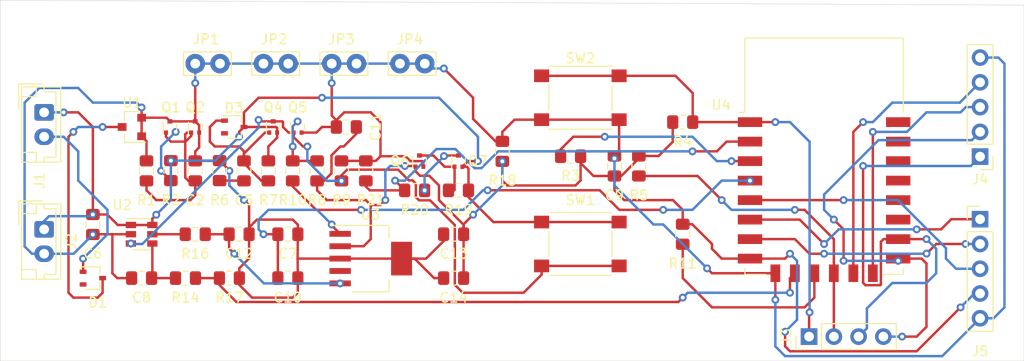
<source format=kicad_pcb>
(kicad_pcb (version 20171130) (host pcbnew "(5.1.5)-3")

  (general
    (thickness 1.6)
    (drawings 6)
    (tracks 548)
    (zones 0)
    (modules 52)
    (nets 41)
  )

  (page A4)
  (layers
    (0 F.Cu signal)
    (31 B.Cu signal)
    (32 B.Adhes user)
    (33 F.Adhes user)
    (34 B.Paste user)
    (35 F.Paste user)
    (36 B.SilkS user)
    (37 F.SilkS user)
    (38 B.Mask user)
    (39 F.Mask user)
    (40 Dwgs.User user)
    (41 Cmts.User user)
    (42 Eco1.User user)
    (43 Eco2.User user)
    (44 Edge.Cuts user)
    (45 Margin user)
    (46 B.CrtYd user)
    (47 F.CrtYd user)
    (48 B.Fab user hide)
    (49 F.Fab user hide)
  )

  (setup
    (last_trace_width 0.25)
    (trace_clearance 0.2)
    (zone_clearance 0.508)
    (zone_45_only no)
    (trace_min 0.2)
    (via_size 0.8)
    (via_drill 0.4)
    (via_min_size 0.4)
    (via_min_drill 0.3)
    (uvia_size 0.3)
    (uvia_drill 0.1)
    (uvias_allowed no)
    (uvia_min_size 0.2)
    (uvia_min_drill 0.1)
    (edge_width 0.05)
    (segment_width 0.2)
    (pcb_text_width 0.3)
    (pcb_text_size 1.5 1.5)
    (mod_edge_width 0.12)
    (mod_text_size 1 1)
    (mod_text_width 0.15)
    (pad_size 1.524 1.524)
    (pad_drill 0.762)
    (pad_to_mask_clearance 0.051)
    (solder_mask_min_width 0.25)
    (aux_axis_origin 0 0)
    (visible_elements 7FFFFFFF)
    (pcbplotparams
      (layerselection 0x010fc_ffffffff)
      (usegerberextensions false)
      (usegerberattributes false)
      (usegerberadvancedattributes false)
      (creategerberjobfile false)
      (excludeedgelayer true)
      (linewidth 0.100000)
      (plotframeref false)
      (viasonmask false)
      (mode 1)
      (useauxorigin false)
      (hpglpennumber 1)
      (hpglpenspeed 20)
      (hpglpendiameter 15.000000)
      (psnegative false)
      (psa4output false)
      (plotreference true)
      (plotvalue true)
      (plotinvisibletext false)
      (padsonsilk false)
      (subtractmaskfromsilk false)
      (outputformat 1)
      (mirror false)
      (drillshape 1)
      (scaleselection 1)
      (outputdirectory ""))
  )

  (net 0 "")
  (net 1 GND)
  (net 2 "Net-(C2-Pad1)")
  (net 3 "Net-(C5-Pad1)")
  (net 4 "Net-(C5-Pad2)")
  (net 5 /VBAT)
  (net 6 "Net-(C10-Pad1)")
  (net 7 "Net-(C8-Pad1)")
  (net 8 +3V3)
  (net 9 /DRIVE)
  (net 10 "Net-(D1-Pad1)")
  (net 11 "Net-(D1-Pad2)")
  (net 12 "Net-(D1-Pad3)")
  (net 13 "Net-(D3-Pad2)")
  (net 14 /RST)
  (net 15 /DTR)
  (net 16 /TX)
  (net 17 /RX)
  (net 18 /I2C_SCL)
  (net 19 /I2C_SDA)
  (net 20 /SPI_SCK)
  (net 21 /SPI_MOSI)
  (net 22 /SPI_MISO)
  (net 23 "Net-(Q1-Pad2)")
  (net 24 /DELAY)
  (net 25 "Net-(Q5-Pad3)")
  (net 26 "Net-(Q6-Pad3)")
  (net 27 "Net-(Q7-Pad3)")
  (net 28 "Net-(R3-Pad2)")
  (net 29 /EXT_WAKE)
  (net 30 /DTX)
  (net 31 /DONE)
  (net 32 "Net-(R16-Pad2)")
  (net 33 /BAT_DIV)
  (net 34 "Net-(U3-Pad4)")
  (net 35 "Net-(U4-Pad17)")
  (net 36 "Net-(U4-Pad18)")
  (net 37 "Net-(U4-Pad19)")
  (net 38 "Net-(U4-Pad20)")
  (net 39 "Net-(U4-Pad21)")
  (net 40 "Net-(U4-Pad22)")

  (net_class Default "This is the default net class."
    (clearance 0.2)
    (trace_width 0.25)
    (via_dia 0.8)
    (via_drill 0.4)
    (uvia_dia 0.3)
    (uvia_drill 0.1)
    (add_net +3V3)
    (add_net /BAT_DIV)
    (add_net /DELAY)
    (add_net /DONE)
    (add_net /DRIVE)
    (add_net /DTR)
    (add_net /DTX)
    (add_net /EXT_WAKE)
    (add_net /I2C_SCL)
    (add_net /I2C_SDA)
    (add_net /RST)
    (add_net /RX)
    (add_net /SPI_MISO)
    (add_net /SPI_MOSI)
    (add_net /SPI_SCK)
    (add_net /TX)
    (add_net /VBAT)
    (add_net GND)
    (add_net "Net-(C10-Pad1)")
    (add_net "Net-(C2-Pad1)")
    (add_net "Net-(C5-Pad1)")
    (add_net "Net-(C5-Pad2)")
    (add_net "Net-(C8-Pad1)")
    (add_net "Net-(D1-Pad1)")
    (add_net "Net-(D1-Pad2)")
    (add_net "Net-(D1-Pad3)")
    (add_net "Net-(D3-Pad2)")
    (add_net "Net-(Q1-Pad2)")
    (add_net "Net-(Q5-Pad3)")
    (add_net "Net-(Q6-Pad3)")
    (add_net "Net-(Q7-Pad3)")
    (add_net "Net-(R16-Pad2)")
    (add_net "Net-(R3-Pad2)")
    (add_net "Net-(U3-Pad4)")
    (add_net "Net-(U4-Pad17)")
    (add_net "Net-(U4-Pad18)")
    (add_net "Net-(U4-Pad19)")
    (add_net "Net-(U4-Pad20)")
    (add_net "Net-(U4-Pad21)")
    (add_net "Net-(U4-Pad22)")
  )

  (module Capacitor_SMD:C_0805_2012Metric_Pad1.15x1.40mm_HandSolder (layer F.Cu) (tedit 5B36C52B) (tstamp 6000CC9A)
    (at 94 70 90)
    (descr "Capacitor SMD 0805 (2012 Metric), square (rectangular) end terminal, IPC_7351 nominal with elongated pad for handsoldering. (Body size source: https://docs.google.com/spreadsheets/d/1BsfQQcO9C6DZCsRaXUlFlo91Tg2WpOkGARC1WS5S8t0/edit?usp=sharing), generated with kicad-footprint-generator")
    (tags "capacitor handsolder")
    (path /5FC0F727)
    (attr smd)
    (fp_text reference C2 (at -3 0 180) (layer F.SilkS)
      (effects (font (size 1 1) (thickness 0.15)))
    )
    (fp_text value 100nf (at 0 1.65 90) (layer F.Fab)
      (effects (font (size 1 1) (thickness 0.15)))
    )
    (fp_text user %R (at 0 0.054999 90) (layer F.Fab)
      (effects (font (size 0.5 0.5) (thickness 0.08)))
    )
    (fp_line (start 1.85 0.95) (end -1.85 0.95) (layer F.CrtYd) (width 0.05))
    (fp_line (start 1.85 -0.95) (end 1.85 0.95) (layer F.CrtYd) (width 0.05))
    (fp_line (start -1.85 -0.95) (end 1.85 -0.95) (layer F.CrtYd) (width 0.05))
    (fp_line (start -1.85 0.95) (end -1.85 -0.95) (layer F.CrtYd) (width 0.05))
    (fp_line (start -0.261252 0.71) (end 0.261252 0.71) (layer F.SilkS) (width 0.12))
    (fp_line (start -0.261252 -0.71) (end 0.261252 -0.71) (layer F.SilkS) (width 0.12))
    (fp_line (start 1 0.6) (end -1 0.6) (layer F.Fab) (width 0.1))
    (fp_line (start 1 -0.6) (end 1 0.6) (layer F.Fab) (width 0.1))
    (fp_line (start -1 -0.6) (end 1 -0.6) (layer F.Fab) (width 0.1))
    (fp_line (start -1 0.6) (end -1 -0.6) (layer F.Fab) (width 0.1))
    (pad 2 smd roundrect (at 1.025 0 90) (size 1.15 1.4) (layers F.Cu F.Paste F.Mask) (roundrect_rratio 0.217391)
      (net 1 GND))
    (pad 1 smd roundrect (at -1.025 0 90) (size 1.15 1.4) (layers F.Cu F.Paste F.Mask) (roundrect_rratio 0.217391)
      (net 2 "Net-(C2-Pad1)"))
    (model ${KISYS3DMOD}/Capacitor_SMD.3dshapes/C_0805_2012Metric.wrl
      (at (xyz 0 0 0))
      (scale (xyz 1 1 1))
      (rotate (xyz 0 0 0))
    )
  )

  (module Capacitor_SMD:C_0805_2012Metric_Pad1.15x1.40mm_HandSolder (layer F.Cu) (tedit 5B36C52B) (tstamp 6000CCAB)
    (at 99 70 270)
    (descr "Capacitor SMD 0805 (2012 Metric), square (rectangular) end terminal, IPC_7351 nominal with elongated pad for handsoldering. (Body size source: https://docs.google.com/spreadsheets/d/1BsfQQcO9C6DZCsRaXUlFlo91Tg2WpOkGARC1WS5S8t0/edit?usp=sharing), generated with kicad-footprint-generator")
    (tags "capacitor handsolder")
    (path /5FCA57FC)
    (attr smd)
    (fp_text reference C5 (at 3 0 180) (layer F.SilkS)
      (effects (font (size 1 1) (thickness 0.15)))
    )
    (fp_text value 10u (at 0 1.65 90) (layer F.Fab)
      (effects (font (size 1 1) (thickness 0.15)))
    )
    (fp_line (start -1 0.6) (end -1 -0.6) (layer F.Fab) (width 0.1))
    (fp_line (start -1 -0.6) (end 1 -0.6) (layer F.Fab) (width 0.1))
    (fp_line (start 1 -0.6) (end 1 0.6) (layer F.Fab) (width 0.1))
    (fp_line (start 1 0.6) (end -1 0.6) (layer F.Fab) (width 0.1))
    (fp_line (start -0.261252 -0.71) (end 0.261252 -0.71) (layer F.SilkS) (width 0.12))
    (fp_line (start -0.261252 0.71) (end 0.261252 0.71) (layer F.SilkS) (width 0.12))
    (fp_line (start -1.85 0.95) (end -1.85 -0.95) (layer F.CrtYd) (width 0.05))
    (fp_line (start -1.85 -0.95) (end 1.85 -0.95) (layer F.CrtYd) (width 0.05))
    (fp_line (start 1.85 -0.95) (end 1.85 0.95) (layer F.CrtYd) (width 0.05))
    (fp_line (start 1.85 0.95) (end -1.85 0.95) (layer F.CrtYd) (width 0.05))
    (fp_text user %R (at 0 0 90) (layer F.Fab)
      (effects (font (size 0.5 0.5) (thickness 0.08)))
    )
    (pad 1 smd roundrect (at -1.025 0 270) (size 1.15 1.4) (layers F.Cu F.Paste F.Mask) (roundrect_rratio 0.217391)
      (net 3 "Net-(C5-Pad1)"))
    (pad 2 smd roundrect (at 1.025 0 270) (size 1.15 1.4) (layers F.Cu F.Paste F.Mask) (roundrect_rratio 0.217391)
      (net 4 "Net-(C5-Pad2)"))
    (model ${KISYS3DMOD}/Capacitor_SMD.3dshapes/C_0805_2012Metric.wrl
      (at (xyz 0 0 0))
      (scale (xyz 1 1 1))
      (rotate (xyz 0 0 0))
    )
  )

  (module Capacitor_SMD:C_0805_2012Metric_Pad1.15x1.40mm_HandSolder (layer F.Cu) (tedit 5B36C52B) (tstamp 6000CCBC)
    (at 83.5 75.5 270)
    (descr "Capacitor SMD 0805 (2012 Metric), square (rectangular) end terminal, IPC_7351 nominal with elongated pad for handsoldering. (Body size source: https://docs.google.com/spreadsheets/d/1BsfQQcO9C6DZCsRaXUlFlo91Tg2WpOkGARC1WS5S8t0/edit?usp=sharing), generated with kicad-footprint-generator")
    (tags "capacitor handsolder")
    (path /5FCD7712)
    (attr smd)
    (fp_text reference C6 (at 3 0 180) (layer F.SilkS)
      (effects (font (size 1 1) (thickness 0.15)))
    )
    (fp_text value 100n (at 0 1.65 90) (layer F.Fab)
      (effects (font (size 1 1) (thickness 0.15)))
    )
    (fp_line (start -1 0.6) (end -1 -0.6) (layer F.Fab) (width 0.1))
    (fp_line (start -1 -0.6) (end 1 -0.6) (layer F.Fab) (width 0.1))
    (fp_line (start 1 -0.6) (end 1 0.6) (layer F.Fab) (width 0.1))
    (fp_line (start 1 0.6) (end -1 0.6) (layer F.Fab) (width 0.1))
    (fp_line (start -0.261252 -0.71) (end 0.261252 -0.71) (layer F.SilkS) (width 0.12))
    (fp_line (start -0.261252 0.71) (end 0.261252 0.71) (layer F.SilkS) (width 0.12))
    (fp_line (start -1.85 0.95) (end -1.85 -0.95) (layer F.CrtYd) (width 0.05))
    (fp_line (start -1.85 -0.95) (end 1.85 -0.95) (layer F.CrtYd) (width 0.05))
    (fp_line (start 1.85 -0.95) (end 1.85 0.95) (layer F.CrtYd) (width 0.05))
    (fp_line (start 1.85 0.95) (end -1.85 0.95) (layer F.CrtYd) (width 0.05))
    (fp_text user %R (at 0 0 90) (layer F.Fab)
      (effects (font (size 0.5 0.5) (thickness 0.08)))
    )
    (pad 1 smd roundrect (at -1.025 0 270) (size 1.15 1.4) (layers F.Cu F.Paste F.Mask) (roundrect_rratio 0.217391)
      (net 5 /VBAT))
    (pad 2 smd roundrect (at 1.025 0 270) (size 1.15 1.4) (layers F.Cu F.Paste F.Mask) (roundrect_rratio 0.217391)
      (net 1 GND))
    (model ${KISYS3DMOD}/Capacitor_SMD.3dshapes/C_0805_2012Metric.wrl
      (at (xyz 0 0 0))
      (scale (xyz 1 1 1))
      (rotate (xyz 0 0 0))
    )
  )

  (module Capacitor_SMD:C_0805_2012Metric_Pad1.15x1.40mm_HandSolder (layer F.Cu) (tedit 5B36C52B) (tstamp 6000CCCD)
    (at 103.5 76.5)
    (descr "Capacitor SMD 0805 (2012 Metric), square (rectangular) end terminal, IPC_7351 nominal with elongated pad for handsoldering. (Body size source: https://docs.google.com/spreadsheets/d/1BsfQQcO9C6DZCsRaXUlFlo91Tg2WpOkGARC1WS5S8t0/edit?usp=sharing), generated with kicad-footprint-generator")
    (tags "capacitor handsolder")
    (path /5FCF4040)
    (attr smd)
    (fp_text reference C7 (at 0 2) (layer F.SilkS)
      (effects (font (size 1 1) (thickness 0.15)))
    )
    (fp_text value 100n (at 0 1.65) (layer F.Fab)
      (effects (font (size 1 1) (thickness 0.15)))
    )
    (fp_line (start -1 0.6) (end -1 -0.6) (layer F.Fab) (width 0.1))
    (fp_line (start -1 -0.6) (end 1 -0.6) (layer F.Fab) (width 0.1))
    (fp_line (start 1 -0.6) (end 1 0.6) (layer F.Fab) (width 0.1))
    (fp_line (start 1 0.6) (end -1 0.6) (layer F.Fab) (width 0.1))
    (fp_line (start -0.261252 -0.71) (end 0.261252 -0.71) (layer F.SilkS) (width 0.12))
    (fp_line (start -0.261252 0.71) (end 0.261252 0.71) (layer F.SilkS) (width 0.12))
    (fp_line (start -1.85 0.95) (end -1.85 -0.95) (layer F.CrtYd) (width 0.05))
    (fp_line (start -1.85 -0.95) (end 1.85 -0.95) (layer F.CrtYd) (width 0.05))
    (fp_line (start 1.85 -0.95) (end 1.85 0.95) (layer F.CrtYd) (width 0.05))
    (fp_line (start 1.85 0.95) (end -1.85 0.95) (layer F.CrtYd) (width 0.05))
    (fp_text user %R (at 0 0) (layer F.Fab)
      (effects (font (size 0.5 0.5) (thickness 0.08)))
    )
    (pad 1 smd roundrect (at -1.025 0) (size 1.15 1.4) (layers F.Cu F.Paste F.Mask) (roundrect_rratio 0.217391)
      (net 6 "Net-(C10-Pad1)"))
    (pad 2 smd roundrect (at 1.025 0) (size 1.15 1.4) (layers F.Cu F.Paste F.Mask) (roundrect_rratio 0.217391)
      (net 1 GND))
    (model ${KISYS3DMOD}/Capacitor_SMD.3dshapes/C_0805_2012Metric.wrl
      (at (xyz 0 0 0))
      (scale (xyz 1 1 1))
      (rotate (xyz 0 0 0))
    )
  )

  (module Capacitor_SMD:C_0805_2012Metric_Pad1.15x1.40mm_HandSolder (layer F.Cu) (tedit 5B36C52B) (tstamp 6000CCDE)
    (at 88.5 81 180)
    (descr "Capacitor SMD 0805 (2012 Metric), square (rectangular) end terminal, IPC_7351 nominal with elongated pad for handsoldering. (Body size source: https://docs.google.com/spreadsheets/d/1BsfQQcO9C6DZCsRaXUlFlo91Tg2WpOkGARC1WS5S8t0/edit?usp=sharing), generated with kicad-footprint-generator")
    (tags "capacitor handsolder")
    (path /5FCDF85D)
    (attr smd)
    (fp_text reference C8 (at 0 -2) (layer F.SilkS)
      (effects (font (size 1 1) (thickness 0.15)))
    )
    (fp_text value 10u (at 0 1.65) (layer F.Fab)
      (effects (font (size 1 1) (thickness 0.15)))
    )
    (fp_text user %R (at 0 0) (layer F.Fab)
      (effects (font (size 0.5 0.5) (thickness 0.08)))
    )
    (fp_line (start 1.85 0.95) (end -1.85 0.95) (layer F.CrtYd) (width 0.05))
    (fp_line (start 1.85 -0.95) (end 1.85 0.95) (layer F.CrtYd) (width 0.05))
    (fp_line (start -1.85 -0.95) (end 1.85 -0.95) (layer F.CrtYd) (width 0.05))
    (fp_line (start -1.85 0.95) (end -1.85 -0.95) (layer F.CrtYd) (width 0.05))
    (fp_line (start -0.261252 0.71) (end 0.261252 0.71) (layer F.SilkS) (width 0.12))
    (fp_line (start -0.261252 -0.71) (end 0.261252 -0.71) (layer F.SilkS) (width 0.12))
    (fp_line (start 1 0.6) (end -1 0.6) (layer F.Fab) (width 0.1))
    (fp_line (start 1 -0.6) (end 1 0.6) (layer F.Fab) (width 0.1))
    (fp_line (start -1 -0.6) (end 1 -0.6) (layer F.Fab) (width 0.1))
    (fp_line (start -1 0.6) (end -1 -0.6) (layer F.Fab) (width 0.1))
    (pad 2 smd roundrect (at 1.025 0 180) (size 1.15 1.4) (layers F.Cu F.Paste F.Mask) (roundrect_rratio 0.217391)
      (net 1 GND))
    (pad 1 smd roundrect (at -1.025 0 180) (size 1.15 1.4) (layers F.Cu F.Paste F.Mask) (roundrect_rratio 0.217391)
      (net 7 "Net-(C8-Pad1)"))
    (model ${KISYS3DMOD}/Capacitor_SMD.3dshapes/C_0805_2012Metric.wrl
      (at (xyz 0 0 0))
      (scale (xyz 1 1 1))
      (rotate (xyz 0 0 0))
    )
  )

  (module Capacitor_SMD:C_0805_2012Metric_Pad1.15x1.40mm_HandSolder (layer F.Cu) (tedit 5B36C52B) (tstamp 6000CCEF)
    (at 137 69.5 90)
    (descr "Capacitor SMD 0805 (2012 Metric), square (rectangular) end terminal, IPC_7351 nominal with elongated pad for handsoldering. (Body size source: https://docs.google.com/spreadsheets/d/1BsfQQcO9C6DZCsRaXUlFlo91Tg2WpOkGARC1WS5S8t0/edit?usp=sharing), generated with kicad-footprint-generator")
    (tags "capacitor handsolder")
    (path /600EA3E3)
    (attr smd)
    (fp_text reference C9 (at -3 0 180) (layer F.SilkS)
      (effects (font (size 1 1) (thickness 0.15)))
    )
    (fp_text value 10u (at 0 1.65 90) (layer F.Fab)
      (effects (font (size 1 1) (thickness 0.15)))
    )
    (fp_line (start -1 0.6) (end -1 -0.6) (layer F.Fab) (width 0.1))
    (fp_line (start -1 -0.6) (end 1 -0.6) (layer F.Fab) (width 0.1))
    (fp_line (start 1 -0.6) (end 1 0.6) (layer F.Fab) (width 0.1))
    (fp_line (start 1 0.6) (end -1 0.6) (layer F.Fab) (width 0.1))
    (fp_line (start -0.261252 -0.71) (end 0.261252 -0.71) (layer F.SilkS) (width 0.12))
    (fp_line (start -0.261252 0.71) (end 0.261252 0.71) (layer F.SilkS) (width 0.12))
    (fp_line (start -1.85 0.95) (end -1.85 -0.95) (layer F.CrtYd) (width 0.05))
    (fp_line (start -1.85 -0.95) (end 1.85 -0.95) (layer F.CrtYd) (width 0.05))
    (fp_line (start 1.85 -0.95) (end 1.85 0.95) (layer F.CrtYd) (width 0.05))
    (fp_line (start 1.85 0.95) (end -1.85 0.95) (layer F.CrtYd) (width 0.05))
    (fp_text user %R (at 0 0 90) (layer F.Fab)
      (effects (font (size 0.5 0.5) (thickness 0.08)))
    )
    (pad 1 smd roundrect (at -1.025 0 90) (size 1.15 1.4) (layers F.Cu F.Paste F.Mask) (roundrect_rratio 0.217391)
      (net 8 +3V3))
    (pad 2 smd roundrect (at 1.025 0 90) (size 1.15 1.4) (layers F.Cu F.Paste F.Mask) (roundrect_rratio 0.217391)
      (net 1 GND))
    (model ${KISYS3DMOD}/Capacitor_SMD.3dshapes/C_0805_2012Metric.wrl
      (at (xyz 0 0 0))
      (scale (xyz 1 1 1))
      (rotate (xyz 0 0 0))
    )
  )

  (module Capacitor_SMD:C_0805_2012Metric_Pad1.15x1.40mm_HandSolder (layer F.Cu) (tedit 5B36C52B) (tstamp 6000CD00)
    (at 103.5 81)
    (descr "Capacitor SMD 0805 (2012 Metric), square (rectangular) end terminal, IPC_7351 nominal with elongated pad for handsoldering. (Body size source: https://docs.google.com/spreadsheets/d/1BsfQQcO9C6DZCsRaXUlFlo91Tg2WpOkGARC1WS5S8t0/edit?usp=sharing), generated with kicad-footprint-generator")
    (tags "capacitor handsolder")
    (path /5FCF4582)
    (attr smd)
    (fp_text reference C10 (at 0 2) (layer F.SilkS)
      (effects (font (size 1 1) (thickness 0.15)))
    )
    (fp_text value 10u (at 0 1.65) (layer F.Fab)
      (effects (font (size 1 1) (thickness 0.15)))
    )
    (fp_text user %R (at 0 0) (layer F.Fab)
      (effects (font (size 0.5 0.5) (thickness 0.08)))
    )
    (fp_line (start 1.85 0.95) (end -1.85 0.95) (layer F.CrtYd) (width 0.05))
    (fp_line (start 1.85 -0.95) (end 1.85 0.95) (layer F.CrtYd) (width 0.05))
    (fp_line (start -1.85 -0.95) (end 1.85 -0.95) (layer F.CrtYd) (width 0.05))
    (fp_line (start -1.85 0.95) (end -1.85 -0.95) (layer F.CrtYd) (width 0.05))
    (fp_line (start -0.261252 0.71) (end 0.261252 0.71) (layer F.SilkS) (width 0.12))
    (fp_line (start -0.261252 -0.71) (end 0.261252 -0.71) (layer F.SilkS) (width 0.12))
    (fp_line (start 1 0.6) (end -1 0.6) (layer F.Fab) (width 0.1))
    (fp_line (start 1 -0.6) (end 1 0.6) (layer F.Fab) (width 0.1))
    (fp_line (start -1 -0.6) (end 1 -0.6) (layer F.Fab) (width 0.1))
    (fp_line (start -1 0.6) (end -1 -0.6) (layer F.Fab) (width 0.1))
    (pad 2 smd roundrect (at 1.025 0) (size 1.15 1.4) (layers F.Cu F.Paste F.Mask) (roundrect_rratio 0.217391)
      (net 1 GND))
    (pad 1 smd roundrect (at -1.025 0) (size 1.15 1.4) (layers F.Cu F.Paste F.Mask) (roundrect_rratio 0.217391)
      (net 6 "Net-(C10-Pad1)"))
    (model ${KISYS3DMOD}/Capacitor_SMD.3dshapes/C_0805_2012Metric.wrl
      (at (xyz 0 0 0))
      (scale (xyz 1 1 1))
      (rotate (xyz 0 0 0))
    )
  )

  (module Capacitor_SMD:C_0805_2012Metric_Pad1.15x1.40mm_HandSolder (layer F.Cu) (tedit 5B36C52B) (tstamp 6000CD11)
    (at 109.5 65.5 180)
    (descr "Capacitor SMD 0805 (2012 Metric), square (rectangular) end terminal, IPC_7351 nominal with elongated pad for handsoldering. (Body size source: https://docs.google.com/spreadsheets/d/1BsfQQcO9C6DZCsRaXUlFlo91Tg2WpOkGARC1WS5S8t0/edit?usp=sharing), generated with kicad-footprint-generator")
    (tags "capacitor handsolder")
    (path /600EAC4E)
    (attr smd)
    (fp_text reference C11 (at -3 0 270) (layer F.SilkS)
      (effects (font (size 1 1) (thickness 0.15)))
    )
    (fp_text value 100n (at 0 1.65) (layer F.Fab)
      (effects (font (size 1 1) (thickness 0.15)))
    )
    (fp_text user %R (at 0 0) (layer F.Fab)
      (effects (font (size 0.5 0.5) (thickness 0.08)))
    )
    (fp_line (start 1.85 0.95) (end -1.85 0.95) (layer F.CrtYd) (width 0.05))
    (fp_line (start 1.85 -0.95) (end 1.85 0.95) (layer F.CrtYd) (width 0.05))
    (fp_line (start -1.85 -0.95) (end 1.85 -0.95) (layer F.CrtYd) (width 0.05))
    (fp_line (start -1.85 0.95) (end -1.85 -0.95) (layer F.CrtYd) (width 0.05))
    (fp_line (start -0.261252 0.71) (end 0.261252 0.71) (layer F.SilkS) (width 0.12))
    (fp_line (start -0.261252 -0.71) (end 0.261252 -0.71) (layer F.SilkS) (width 0.12))
    (fp_line (start 1 0.6) (end -1 0.6) (layer F.Fab) (width 0.1))
    (fp_line (start 1 -0.6) (end 1 0.6) (layer F.Fab) (width 0.1))
    (fp_line (start -1 -0.6) (end 1 -0.6) (layer F.Fab) (width 0.1))
    (fp_line (start -1 0.6) (end -1 -0.6) (layer F.Fab) (width 0.1))
    (pad 2 smd roundrect (at 1.025 0 180) (size 1.15 1.4) (layers F.Cu F.Paste F.Mask) (roundrect_rratio 0.217391)
      (net 1 GND))
    (pad 1 smd roundrect (at -1.025 0 180) (size 1.15 1.4) (layers F.Cu F.Paste F.Mask) (roundrect_rratio 0.217391)
      (net 8 +3V3))
    (model ${KISYS3DMOD}/Capacitor_SMD.3dshapes/C_0805_2012Metric.wrl
      (at (xyz 0 0 0))
      (scale (xyz 1 1 1))
      (rotate (xyz 0 0 0))
    )
  )

  (module Capacitor_SMD:C_0805_2012Metric_Pad1.15x1.40mm_HandSolder (layer F.Cu) (tedit 5B36C52B) (tstamp 6000CD22)
    (at 98.5 76.5)
    (descr "Capacitor SMD 0805 (2012 Metric), square (rectangular) end terminal, IPC_7351 nominal with elongated pad for handsoldering. (Body size source: https://docs.google.com/spreadsheets/d/1BsfQQcO9C6DZCsRaXUlFlo91Tg2WpOkGARC1WS5S8t0/edit?usp=sharing), generated with kicad-footprint-generator")
    (tags "capacitor handsolder")
    (path /5FD06220)
    (attr smd)
    (fp_text reference C12 (at 0 2) (layer F.SilkS)
      (effects (font (size 1 1) (thickness 0.15)))
    )
    (fp_text value 10u (at 0 1.65) (layer F.Fab)
      (effects (font (size 1 1) (thickness 0.15)))
    )
    (fp_line (start -1 0.6) (end -1 -0.6) (layer F.Fab) (width 0.1))
    (fp_line (start -1 -0.6) (end 1 -0.6) (layer F.Fab) (width 0.1))
    (fp_line (start 1 -0.6) (end 1 0.6) (layer F.Fab) (width 0.1))
    (fp_line (start 1 0.6) (end -1 0.6) (layer F.Fab) (width 0.1))
    (fp_line (start -0.261252 -0.71) (end 0.261252 -0.71) (layer F.SilkS) (width 0.12))
    (fp_line (start -0.261252 0.71) (end 0.261252 0.71) (layer F.SilkS) (width 0.12))
    (fp_line (start -1.85 0.95) (end -1.85 -0.95) (layer F.CrtYd) (width 0.05))
    (fp_line (start -1.85 -0.95) (end 1.85 -0.95) (layer F.CrtYd) (width 0.05))
    (fp_line (start 1.85 -0.95) (end 1.85 0.95) (layer F.CrtYd) (width 0.05))
    (fp_line (start 1.85 0.95) (end -1.85 0.95) (layer F.CrtYd) (width 0.05))
    (fp_text user %R (at 0 0) (layer F.Fab)
      (effects (font (size 0.5 0.5) (thickness 0.08)))
    )
    (pad 1 smd roundrect (at -1.025 0) (size 1.15 1.4) (layers F.Cu F.Paste F.Mask) (roundrect_rratio 0.217391)
      (net 9 /DRIVE))
    (pad 2 smd roundrect (at 1.025 0) (size 1.15 1.4) (layers F.Cu F.Paste F.Mask) (roundrect_rratio 0.217391)
      (net 1 GND))
    (model ${KISYS3DMOD}/Capacitor_SMD.3dshapes/C_0805_2012Metric.wrl
      (at (xyz 0 0 0))
      (scale (xyz 1 1 1))
      (rotate (xyz 0 0 0))
    )
  )

  (module Capacitor_SMD:C_0805_2012Metric_Pad1.15x1.40mm_HandSolder (layer F.Cu) (tedit 5B36C52B) (tstamp 6000CD33)
    (at 120.5 76.5 180)
    (descr "Capacitor SMD 0805 (2012 Metric), square (rectangular) end terminal, IPC_7351 nominal with elongated pad for handsoldering. (Body size source: https://docs.google.com/spreadsheets/d/1BsfQQcO9C6DZCsRaXUlFlo91Tg2WpOkGARC1WS5S8t0/edit?usp=sharing), generated with kicad-footprint-generator")
    (tags "capacitor handsolder")
    (path /5FD15823)
    (attr smd)
    (fp_text reference C13 (at 0 -2) (layer F.SilkS)
      (effects (font (size 1 1) (thickness 0.15)))
    )
    (fp_text value 100n (at 0 1.65) (layer F.Fab)
      (effects (font (size 1 1) (thickness 0.15)))
    )
    (fp_text user %R (at 0 0) (layer F.Fab)
      (effects (font (size 0.5 0.5) (thickness 0.08)))
    )
    (fp_line (start 1.85 0.95) (end -1.85 0.95) (layer F.CrtYd) (width 0.05))
    (fp_line (start 1.85 -0.95) (end 1.85 0.95) (layer F.CrtYd) (width 0.05))
    (fp_line (start -1.85 -0.95) (end 1.85 -0.95) (layer F.CrtYd) (width 0.05))
    (fp_line (start -1.85 0.95) (end -1.85 -0.95) (layer F.CrtYd) (width 0.05))
    (fp_line (start -0.261252 0.71) (end 0.261252 0.71) (layer F.SilkS) (width 0.12))
    (fp_line (start -0.261252 -0.71) (end 0.261252 -0.71) (layer F.SilkS) (width 0.12))
    (fp_line (start 1 0.6) (end -1 0.6) (layer F.Fab) (width 0.1))
    (fp_line (start 1 -0.6) (end 1 0.6) (layer F.Fab) (width 0.1))
    (fp_line (start -1 -0.6) (end 1 -0.6) (layer F.Fab) (width 0.1))
    (fp_line (start -1 0.6) (end -1 -0.6) (layer F.Fab) (width 0.1))
    (pad 2 smd roundrect (at 1.025 0 180) (size 1.15 1.4) (layers F.Cu F.Paste F.Mask) (roundrect_rratio 0.217391)
      (net 1 GND))
    (pad 1 smd roundrect (at -1.025 0 180) (size 1.15 1.4) (layers F.Cu F.Paste F.Mask) (roundrect_rratio 0.217391)
      (net 8 +3V3))
    (model ${KISYS3DMOD}/Capacitor_SMD.3dshapes/C_0805_2012Metric.wrl
      (at (xyz 0 0 0))
      (scale (xyz 1 1 1))
      (rotate (xyz 0 0 0))
    )
  )

  (module Capacitor_SMD:C_0805_2012Metric_Pad1.15x1.40mm_HandSolder (layer F.Cu) (tedit 5B36C52B) (tstamp 6000CD44)
    (at 120.5 81 180)
    (descr "Capacitor SMD 0805 (2012 Metric), square (rectangular) end terminal, IPC_7351 nominal with elongated pad for handsoldering. (Body size source: https://docs.google.com/spreadsheets/d/1BsfQQcO9C6DZCsRaXUlFlo91Tg2WpOkGARC1WS5S8t0/edit?usp=sharing), generated with kicad-footprint-generator")
    (tags "capacitor handsolder")
    (path /5FD15D5A)
    (attr smd)
    (fp_text reference C14 (at 0 -2) (layer F.SilkS)
      (effects (font (size 1 1) (thickness 0.15)))
    )
    (fp_text value 10u (at 0 1.65) (layer F.Fab)
      (effects (font (size 1 1) (thickness 0.15)))
    )
    (fp_line (start -1 0.6) (end -1 -0.6) (layer F.Fab) (width 0.1))
    (fp_line (start -1 -0.6) (end 1 -0.6) (layer F.Fab) (width 0.1))
    (fp_line (start 1 -0.6) (end 1 0.6) (layer F.Fab) (width 0.1))
    (fp_line (start 1 0.6) (end -1 0.6) (layer F.Fab) (width 0.1))
    (fp_line (start -0.261252 -0.71) (end 0.261252 -0.71) (layer F.SilkS) (width 0.12))
    (fp_line (start -0.261252 0.71) (end 0.261252 0.71) (layer F.SilkS) (width 0.12))
    (fp_line (start -1.85 0.95) (end -1.85 -0.95) (layer F.CrtYd) (width 0.05))
    (fp_line (start -1.85 -0.95) (end 1.85 -0.95) (layer F.CrtYd) (width 0.05))
    (fp_line (start 1.85 -0.95) (end 1.85 0.95) (layer F.CrtYd) (width 0.05))
    (fp_line (start 1.85 0.95) (end -1.85 0.95) (layer F.CrtYd) (width 0.05))
    (fp_text user %R (at 0 0) (layer F.Fab)
      (effects (font (size 0.5 0.5) (thickness 0.08)))
    )
    (pad 1 smd roundrect (at -1.025 0 180) (size 1.15 1.4) (layers F.Cu F.Paste F.Mask) (roundrect_rratio 0.217391)
      (net 8 +3V3))
    (pad 2 smd roundrect (at 1.025 0 180) (size 1.15 1.4) (layers F.Cu F.Paste F.Mask) (roundrect_rratio 0.217391)
      (net 1 GND))
    (model ${KISYS3DMOD}/Capacitor_SMD.3dshapes/C_0805_2012Metric.wrl
      (at (xyz 0 0 0))
      (scale (xyz 1 1 1))
      (rotate (xyz 0 0 0))
    )
  )

  (module Package_TO_SOT_SMD:SOT-323_SC-70 (layer F.Cu) (tedit 5A02FF57) (tstamp 6000CD59)
    (at 83.5 81)
    (descr "SOT-323, SC-70")
    (tags "SOT-323 SC-70")
    (path /5FBEB55F)
    (attr smd)
    (fp_text reference D1 (at 0.5 2.5) (layer F.SilkS)
      (effects (font (size 1 1) (thickness 0.15)))
    )
    (fp_text value BAT54W (at -0.05 2.05) (layer F.Fab)
      (effects (font (size 1 1) (thickness 0.15)))
    )
    (fp_text user %R (at 0 -0.0146 90) (layer F.Fab)
      (effects (font (size 0.5 0.5) (thickness 0.075)))
    )
    (fp_line (start 0.73 0.5) (end 0.73 1.16) (layer F.SilkS) (width 0.12))
    (fp_line (start 0.73 -1.16) (end 0.73 -0.5) (layer F.SilkS) (width 0.12))
    (fp_line (start 1.7 1.3) (end -1.7 1.3) (layer F.CrtYd) (width 0.05))
    (fp_line (start 1.7 -1.3) (end 1.7 1.3) (layer F.CrtYd) (width 0.05))
    (fp_line (start -1.7 -1.3) (end 1.7 -1.3) (layer F.CrtYd) (width 0.05))
    (fp_line (start -1.7 1.3) (end -1.7 -1.3) (layer F.CrtYd) (width 0.05))
    (fp_line (start 0.73 -1.16) (end -1.3 -1.16) (layer F.SilkS) (width 0.12))
    (fp_line (start -0.68 1.16) (end 0.73 1.16) (layer F.SilkS) (width 0.12))
    (fp_line (start 0.67 -1.1) (end -0.18 -1.1) (layer F.Fab) (width 0.1))
    (fp_line (start -0.68 -0.6) (end -0.68 1.1) (layer F.Fab) (width 0.1))
    (fp_line (start 0.67 -1.1) (end 0.67 1.1) (layer F.Fab) (width 0.1))
    (fp_line (start 0.67 1.1) (end -0.68 1.1) (layer F.Fab) (width 0.1))
    (fp_line (start -0.18 -1.1) (end -0.68 -0.6) (layer F.Fab) (width 0.1))
    (pad 1 smd rect (at -1 -0.65 270) (size 0.45 0.7) (layers F.Cu F.Paste F.Mask)
      (net 10 "Net-(D1-Pad1)"))
    (pad 2 smd rect (at -1 0.65 270) (size 0.45 0.7) (layers F.Cu F.Paste F.Mask)
      (net 11 "Net-(D1-Pad2)"))
    (pad 3 smd rect (at 1 0 270) (size 0.45 0.7) (layers F.Cu F.Paste F.Mask)
      (net 12 "Net-(D1-Pad3)"))
    (model ${KISYS3DMOD}/Package_TO_SOT_SMD.3dshapes/SOT-323_SC-70.wrl
      (at (xyz 0 0 0))
      (scale (xyz 1 1 1))
      (rotate (xyz 0 0 0))
    )
  )

  (module Package_TO_SOT_SMD:SOT-323_SC-70 (layer F.Cu) (tedit 5A02FF57) (tstamp 6000CD6E)
    (at 98 65.5)
    (descr "SOT-323, SC-70")
    (tags "SOT-323 SC-70")
    (path /5FCA6C6E)
    (attr smd)
    (fp_text reference D3 (at -0.05 -1.95) (layer F.SilkS)
      (effects (font (size 1 1) (thickness 0.15)))
    )
    (fp_text value BAT54W (at -0.05 2.05) (layer F.Fab)
      (effects (font (size 1 1) (thickness 0.15)))
    )
    (fp_line (start -0.18 -1.1) (end -0.68 -0.6) (layer F.Fab) (width 0.1))
    (fp_line (start 0.67 1.1) (end -0.68 1.1) (layer F.Fab) (width 0.1))
    (fp_line (start 0.67 -1.1) (end 0.67 1.1) (layer F.Fab) (width 0.1))
    (fp_line (start -0.68 -0.6) (end -0.68 1.1) (layer F.Fab) (width 0.1))
    (fp_line (start 0.67 -1.1) (end -0.18 -1.1) (layer F.Fab) (width 0.1))
    (fp_line (start -0.68 1.16) (end 0.73 1.16) (layer F.SilkS) (width 0.12))
    (fp_line (start 0.73 -1.16) (end -1.3 -1.16) (layer F.SilkS) (width 0.12))
    (fp_line (start -1.7 1.3) (end -1.7 -1.3) (layer F.CrtYd) (width 0.05))
    (fp_line (start -1.7 -1.3) (end 1.7 -1.3) (layer F.CrtYd) (width 0.05))
    (fp_line (start 1.7 -1.3) (end 1.7 1.3) (layer F.CrtYd) (width 0.05))
    (fp_line (start 1.7 1.3) (end -1.7 1.3) (layer F.CrtYd) (width 0.05))
    (fp_line (start 0.73 -1.16) (end 0.73 -0.5) (layer F.SilkS) (width 0.12))
    (fp_line (start 0.73 0.5) (end 0.73 1.16) (layer F.SilkS) (width 0.12))
    (fp_text user %R (at 0 0 90) (layer F.Fab)
      (effects (font (size 0.5 0.5) (thickness 0.075)))
    )
    (pad 3 smd rect (at 1 0 270) (size 0.45 0.7) (layers F.Cu F.Paste F.Mask)
      (net 5 /VBAT))
    (pad 2 smd rect (at -1 0.65 270) (size 0.45 0.7) (layers F.Cu F.Paste F.Mask)
      (net 13 "Net-(D3-Pad2)"))
    (pad 1 smd rect (at -1 -0.65 270) (size 0.45 0.7) (layers F.Cu F.Paste F.Mask)
      (net 3 "Net-(C5-Pad1)"))
    (model ${KISYS3DMOD}/Package_TO_SOT_SMD.3dshapes/SOT-323_SC-70.wrl
      (at (xyz 0 0 0))
      (scale (xyz 1 1 1))
      (rotate (xyz 0 0 0))
    )
  )

  (module Connector_JST:JST_EH_B2B-EH-A_1x02_P2.50mm_Vertical (layer F.Cu) (tedit 5C28142C) (tstamp 6000CD8E)
    (at 78.5 64 270)
    (descr "JST EH series connector, B2B-EH-A (http://www.jst-mfg.com/product/pdf/eng/eEH.pdf), generated with kicad-footprint-generator")
    (tags "connector JST EH vertical")
    (path /5FBEAB2A)
    (fp_text reference J1 (at 7 0.5 90) (layer F.SilkS)
      (effects (font (size 1 1) (thickness 0.15)))
    )
    (fp_text value CN1 (at 1.25 3.4 90) (layer F.Fab)
      (effects (font (size 1 1) (thickness 0.15)))
    )
    (fp_line (start -2.5 -1.6) (end -2.5 2.2) (layer F.Fab) (width 0.1))
    (fp_line (start -2.5 2.2) (end 5 2.2) (layer F.Fab) (width 0.1))
    (fp_line (start 5 2.2) (end 5 -1.6) (layer F.Fab) (width 0.1))
    (fp_line (start 5 -1.6) (end -2.5 -1.6) (layer F.Fab) (width 0.1))
    (fp_line (start -3 -2.1) (end -3 2.7) (layer F.CrtYd) (width 0.05))
    (fp_line (start -3 2.7) (end 5.5 2.7) (layer F.CrtYd) (width 0.05))
    (fp_line (start 5.5 2.7) (end 5.5 -2.1) (layer F.CrtYd) (width 0.05))
    (fp_line (start 5.5 -2.1) (end -3 -2.1) (layer F.CrtYd) (width 0.05))
    (fp_line (start -2.61 -1.71) (end -2.61 2.31) (layer F.SilkS) (width 0.12))
    (fp_line (start -2.61 2.31) (end 5.11 2.31) (layer F.SilkS) (width 0.12))
    (fp_line (start 5.11 2.31) (end 5.11 -1.71) (layer F.SilkS) (width 0.12))
    (fp_line (start 5.11 -1.71) (end -2.61 -1.71) (layer F.SilkS) (width 0.12))
    (fp_line (start -2.61 0) (end -2.11 0) (layer F.SilkS) (width 0.12))
    (fp_line (start -2.11 0) (end -2.11 -1.21) (layer F.SilkS) (width 0.12))
    (fp_line (start -2.11 -1.21) (end 4.61 -1.21) (layer F.SilkS) (width 0.12))
    (fp_line (start 4.61 -1.21) (end 4.61 0) (layer F.SilkS) (width 0.12))
    (fp_line (start 4.61 0) (end 5.11 0) (layer F.SilkS) (width 0.12))
    (fp_line (start -2.61 0.81) (end -1.61 0.81) (layer F.SilkS) (width 0.12))
    (fp_line (start -1.61 0.81) (end -1.61 2.31) (layer F.SilkS) (width 0.12))
    (fp_line (start 5.11 0.81) (end 4.11 0.81) (layer F.SilkS) (width 0.12))
    (fp_line (start 4.11 0.81) (end 4.11 2.31) (layer F.SilkS) (width 0.12))
    (fp_line (start -2.91 0.11) (end -2.91 2.61) (layer F.SilkS) (width 0.12))
    (fp_line (start -2.91 2.61) (end -0.41 2.61) (layer F.SilkS) (width 0.12))
    (fp_line (start -2.91 0.11) (end -2.91 2.61) (layer F.Fab) (width 0.1))
    (fp_line (start -2.91 2.61) (end -0.41 2.61) (layer F.Fab) (width 0.1))
    (fp_text user %R (at 1.25 1.5 90) (layer F.Fab)
      (effects (font (size 1 1) (thickness 0.15)))
    )
    (pad 1 thru_hole roundrect (at 0 0 270) (size 1.7 2) (drill 1) (layers *.Cu *.Mask) (roundrect_rratio 0.147059)
      (net 5 /VBAT))
    (pad 2 thru_hole oval (at 2.5 0 270) (size 1.7 2) (drill 1) (layers *.Cu *.Mask)
      (net 10 "Net-(D1-Pad1)"))
    (model ${KISYS3DMOD}/Connector_JST.3dshapes/JST_EH_B2B-EH-A_1x02_P2.50mm_Vertical.wrl
      (at (xyz 0 0 0))
      (scale (xyz 1 1 1))
      (rotate (xyz 0 0 0))
    )
  )

  (module Connector_JST:JST_EH_B2B-EH-A_1x02_P2.50mm_Vertical (layer F.Cu) (tedit 5C28142C) (tstamp 6000CDAE)
    (at 78.5 76 270)
    (descr "JST EH series connector, B2B-EH-A (http://www.jst-mfg.com/product/pdf/eng/eEH.pdf), generated with kicad-footprint-generator")
    (tags "connector JST EH vertical")
    (path /5FCC9ECB)
    (fp_text reference J2 (at 1.25 -2.8 90) (layer F.SilkS)
      (effects (font (size 1 1) (thickness 0.15)))
    )
    (fp_text value BatInput (at 1.25 3.4 90) (layer F.Fab)
      (effects (font (size 1 1) (thickness 0.15)))
    )
    (fp_text user %R (at 1.25 1.5 90) (layer F.Fab)
      (effects (font (size 1 1) (thickness 0.15)))
    )
    (fp_line (start -2.91 2.61) (end -0.41 2.61) (layer F.Fab) (width 0.1))
    (fp_line (start -2.91 0.11) (end -2.91 2.61) (layer F.Fab) (width 0.1))
    (fp_line (start -2.91 2.61) (end -0.41 2.61) (layer F.SilkS) (width 0.12))
    (fp_line (start -2.91 0.11) (end -2.91 2.61) (layer F.SilkS) (width 0.12))
    (fp_line (start 4.11 0.81) (end 4.11 2.31) (layer F.SilkS) (width 0.12))
    (fp_line (start 5.11 0.81) (end 4.11 0.81) (layer F.SilkS) (width 0.12))
    (fp_line (start -1.61 0.81) (end -1.61 2.31) (layer F.SilkS) (width 0.12))
    (fp_line (start -2.61 0.81) (end -1.61 0.81) (layer F.SilkS) (width 0.12))
    (fp_line (start 4.61 0) (end 5.11 0) (layer F.SilkS) (width 0.12))
    (fp_line (start 4.61 -1.21) (end 4.61 0) (layer F.SilkS) (width 0.12))
    (fp_line (start -2.11 -1.21) (end 4.61 -1.21) (layer F.SilkS) (width 0.12))
    (fp_line (start -2.11 0) (end -2.11 -1.21) (layer F.SilkS) (width 0.12))
    (fp_line (start -2.61 0) (end -2.11 0) (layer F.SilkS) (width 0.12))
    (fp_line (start 5.11 -1.71) (end -2.61 -1.71) (layer F.SilkS) (width 0.12))
    (fp_line (start 5.11 2.31) (end 5.11 -1.71) (layer F.SilkS) (width 0.12))
    (fp_line (start -2.61 2.31) (end 5.11 2.31) (layer F.SilkS) (width 0.12))
    (fp_line (start -2.61 -1.71) (end -2.61 2.31) (layer F.SilkS) (width 0.12))
    (fp_line (start 5.5 -2.1) (end -3 -2.1) (layer F.CrtYd) (width 0.05))
    (fp_line (start 5.5 2.7) (end 5.5 -2.1) (layer F.CrtYd) (width 0.05))
    (fp_line (start -3 2.7) (end 5.5 2.7) (layer F.CrtYd) (width 0.05))
    (fp_line (start -3 -2.1) (end -3 2.7) (layer F.CrtYd) (width 0.05))
    (fp_line (start 5 -1.6) (end -2.5 -1.6) (layer F.Fab) (width 0.1))
    (fp_line (start 5 2.2) (end 5 -1.6) (layer F.Fab) (width 0.1))
    (fp_line (start -2.5 2.2) (end 5 2.2) (layer F.Fab) (width 0.1))
    (fp_line (start -2.5 -1.6) (end -2.5 2.2) (layer F.Fab) (width 0.1))
    (pad 2 thru_hole oval (at 2.5 0 270) (size 1.7 2) (drill 1) (layers *.Cu *.Mask)
      (net 1 GND))
    (pad 1 thru_hole roundrect (at 0 0 270) (size 1.7 2) (drill 1) (layers *.Cu *.Mask) (roundrect_rratio 0.147059)
      (net 5 /VBAT))
    (model ${KISYS3DMOD}/Connector_JST.3dshapes/JST_EH_B2B-EH-A_1x02_P2.50mm_Vertical.wrl
      (at (xyz 0 0 0))
      (scale (xyz 1 1 1))
      (rotate (xyz 0 0 0))
    )
  )

  (module Connector_PinHeader_2.54mm:PinHeader_1x04_P2.54mm_Vertical (layer F.Cu) (tedit 59FED5CC) (tstamp 6000CDC6)
    (at 156.96 87 90)
    (descr "Through hole straight pin header, 1x04, 2.54mm pitch, single row")
    (tags "Through hole pin header THT 1x04 2.54mm single row")
    (path /6019FD31)
    (fp_text reference J3 (at 0 -2.33 90) (layer F.SilkS)
      (effects (font (size 1 1) (thickness 0.15)))
    )
    (fp_text value Prog (at 0 9.95 90) (layer F.Fab)
      (effects (font (size 1 1) (thickness 0.15)))
    )
    (fp_line (start -0.635 -1.27) (end 1.27 -1.27) (layer F.Fab) (width 0.1))
    (fp_line (start 1.27 -1.27) (end 1.27 8.89) (layer F.Fab) (width 0.1))
    (fp_line (start 1.27 8.89) (end -1.27 8.89) (layer F.Fab) (width 0.1))
    (fp_line (start -1.27 8.89) (end -1.27 -0.635) (layer F.Fab) (width 0.1))
    (fp_line (start -1.27 -0.635) (end -0.635 -1.27) (layer F.Fab) (width 0.1))
    (fp_line (start -1.33 8.95) (end 1.33 8.95) (layer F.SilkS) (width 0.12))
    (fp_line (start -1.33 1.27) (end -1.33 8.95) (layer F.SilkS) (width 0.12))
    (fp_line (start 1.33 1.27) (end 1.33 8.95) (layer F.SilkS) (width 0.12))
    (fp_line (start -1.33 1.27) (end 1.33 1.27) (layer F.SilkS) (width 0.12))
    (fp_line (start -1.33 0) (end -1.33 -1.33) (layer F.SilkS) (width 0.12))
    (fp_line (start -1.33 -1.33) (end 0 -1.33) (layer F.SilkS) (width 0.12))
    (fp_line (start -1.8 -1.8) (end -1.8 9.4) (layer F.CrtYd) (width 0.05))
    (fp_line (start -1.8 9.4) (end 1.8 9.4) (layer F.CrtYd) (width 0.05))
    (fp_line (start 1.8 9.4) (end 1.8 -1.8) (layer F.CrtYd) (width 0.05))
    (fp_line (start 1.8 -1.8) (end -1.8 -1.8) (layer F.CrtYd) (width 0.05))
    (fp_text user %R (at 0 3.81) (layer F.Fab)
      (effects (font (size 1 1) (thickness 0.15)))
    )
    (pad 1 thru_hole rect (at 0 0 90) (size 1.7 1.7) (drill 1) (layers *.Cu *.Mask)
      (net 14 /RST))
    (pad 2 thru_hole oval (at 0 2.54 90) (size 1.7 1.7) (drill 1) (layers *.Cu *.Mask)
      (net 15 /DTR))
    (pad 3 thru_hole oval (at 0 5.08 90) (size 1.7 1.7) (drill 1) (layers *.Cu *.Mask)
      (net 16 /TX))
    (pad 4 thru_hole oval (at 0 7.62 90) (size 1.7 1.7) (drill 1) (layers *.Cu *.Mask)
      (net 17 /RX))
    (model ${KISYS3DMOD}/Connector_PinHeader_2.54mm.3dshapes/PinHeader_1x04_P2.54mm_Vertical.wrl
      (at (xyz 0 0 0))
      (scale (xyz 1 1 1))
      (rotate (xyz 0 0 0))
    )
  )

  (module Connector_PinHeader_2.54mm:PinHeader_1x05_P2.54mm_Vertical (layer F.Cu) (tedit 59FED5CC) (tstamp 6000CDDF)
    (at 174.5 68.54 180)
    (descr "Through hole straight pin header, 1x05, 2.54mm pitch, single row")
    (tags "Through hole pin header THT 1x05 2.54mm single row")
    (path /600172A3)
    (fp_text reference J4 (at 0 -2.33) (layer F.SilkS)
      (effects (font (size 1 1) (thickness 0.15)))
    )
    (fp_text value CONN-1 (at 0 12.49) (layer F.Fab)
      (effects (font (size 1 1) (thickness 0.15)))
    )
    (fp_line (start -0.635 -1.27) (end 1.27 -1.27) (layer F.Fab) (width 0.1))
    (fp_line (start 1.27 -1.27) (end 1.27 11.43) (layer F.Fab) (width 0.1))
    (fp_line (start 1.27 11.43) (end -1.27 11.43) (layer F.Fab) (width 0.1))
    (fp_line (start -1.27 11.43) (end -1.27 -0.635) (layer F.Fab) (width 0.1))
    (fp_line (start -1.27 -0.635) (end -0.635 -1.27) (layer F.Fab) (width 0.1))
    (fp_line (start -1.33 11.49) (end 1.33 11.49) (layer F.SilkS) (width 0.12))
    (fp_line (start -1.33 1.27) (end -1.33 11.49) (layer F.SilkS) (width 0.12))
    (fp_line (start 1.33 1.27) (end 1.33 11.49) (layer F.SilkS) (width 0.12))
    (fp_line (start -1.33 1.27) (end 1.33 1.27) (layer F.SilkS) (width 0.12))
    (fp_line (start -1.33 0) (end -1.33 -1.33) (layer F.SilkS) (width 0.12))
    (fp_line (start -1.33 -1.33) (end 0 -1.33) (layer F.SilkS) (width 0.12))
    (fp_line (start -1.8 -1.8) (end -1.8 11.95) (layer F.CrtYd) (width 0.05))
    (fp_line (start -1.8 11.95) (end 1.8 11.95) (layer F.CrtYd) (width 0.05))
    (fp_line (start 1.8 11.95) (end 1.8 -1.8) (layer F.CrtYd) (width 0.05))
    (fp_line (start 1.8 -1.8) (end -1.8 -1.8) (layer F.CrtYd) (width 0.05))
    (fp_text user %R (at 0 5.08 90) (layer F.Fab)
      (effects (font (size 1 1) (thickness 0.15)))
    )
    (pad 1 thru_hole rect (at 0 0 180) (size 1.7 1.7) (drill 1) (layers *.Cu *.Mask)
      (net 16 /TX))
    (pad 2 thru_hole oval (at 0 2.54 180) (size 1.7 1.7) (drill 1) (layers *.Cu *.Mask)
      (net 17 /RX))
    (pad 3 thru_hole oval (at 0 5.08 180) (size 1.7 1.7) (drill 1) (layers *.Cu *.Mask)
      (net 18 /I2C_SCL))
    (pad 4 thru_hole oval (at 0 7.62 180) (size 1.7 1.7) (drill 1) (layers *.Cu *.Mask)
      (net 19 /I2C_SDA))
    (pad 5 thru_hole oval (at 0 10.16 180) (size 1.7 1.7) (drill 1) (layers *.Cu *.Mask)
      (net 1 GND))
    (model ${KISYS3DMOD}/Connector_PinHeader_2.54mm.3dshapes/PinHeader_1x05_P2.54mm_Vertical.wrl
      (at (xyz 0 0 0))
      (scale (xyz 1 1 1))
      (rotate (xyz 0 0 0))
    )
  )

  (module Connector_PinHeader_2.54mm:PinHeader_1x05_P2.54mm_Vertical (layer F.Cu) (tedit 59FED5CC) (tstamp 6000CDF8)
    (at 174.5 74.96)
    (descr "Through hole straight pin header, 1x05, 2.54mm pitch, single row")
    (tags "Through hole pin header THT 1x05 2.54mm single row")
    (path /6001857C)
    (fp_text reference J5 (at 0 13.54) (layer F.SilkS)
      (effects (font (size 1 1) (thickness 0.15)))
    )
    (fp_text value CONN-2 (at 0 12.49) (layer F.Fab)
      (effects (font (size 1 1) (thickness 0.15)))
    )
    (fp_text user %R (at 0 5.08 90) (layer F.Fab)
      (effects (font (size 1 1) (thickness 0.15)))
    )
    (fp_line (start 1.8 -1.8) (end -1.8 -1.8) (layer F.CrtYd) (width 0.05))
    (fp_line (start 1.8 11.95) (end 1.8 -1.8) (layer F.CrtYd) (width 0.05))
    (fp_line (start -1.8 11.95) (end 1.8 11.95) (layer F.CrtYd) (width 0.05))
    (fp_line (start -1.8 -1.8) (end -1.8 11.95) (layer F.CrtYd) (width 0.05))
    (fp_line (start -1.33 -1.33) (end 0 -1.33) (layer F.SilkS) (width 0.12))
    (fp_line (start -1.33 0) (end -1.33 -1.33) (layer F.SilkS) (width 0.12))
    (fp_line (start -1.33 1.27) (end 1.33 1.27) (layer F.SilkS) (width 0.12))
    (fp_line (start 1.33 1.27) (end 1.33 11.49) (layer F.SilkS) (width 0.12))
    (fp_line (start -1.33 1.27) (end -1.33 11.49) (layer F.SilkS) (width 0.12))
    (fp_line (start -1.33 11.49) (end 1.33 11.49) (layer F.SilkS) (width 0.12))
    (fp_line (start -1.27 -0.635) (end -0.635 -1.27) (layer F.Fab) (width 0.1))
    (fp_line (start -1.27 11.43) (end -1.27 -0.635) (layer F.Fab) (width 0.1))
    (fp_line (start 1.27 11.43) (end -1.27 11.43) (layer F.Fab) (width 0.1))
    (fp_line (start 1.27 -1.27) (end 1.27 11.43) (layer F.Fab) (width 0.1))
    (fp_line (start -0.635 -1.27) (end 1.27 -1.27) (layer F.Fab) (width 0.1))
    (pad 5 thru_hole oval (at 0 10.16) (size 1.7 1.7) (drill 1) (layers *.Cu *.Mask)
      (net 1 GND))
    (pad 4 thru_hole oval (at 0 7.62) (size 1.7 1.7) (drill 1) (layers *.Cu *.Mask)
      (net 8 +3V3))
    (pad 3 thru_hole oval (at 0 5.08) (size 1.7 1.7) (drill 1) (layers *.Cu *.Mask)
      (net 20 /SPI_SCK))
    (pad 2 thru_hole oval (at 0 2.54) (size 1.7 1.7) (drill 1) (layers *.Cu *.Mask)
      (net 21 /SPI_MOSI))
    (pad 1 thru_hole rect (at 0 0) (size 1.7 1.7) (drill 1) (layers *.Cu *.Mask)
      (net 22 /SPI_MISO))
    (model ${KISYS3DMOD}/Connector_PinHeader_2.54mm.3dshapes/PinHeader_1x05_P2.54mm_Vertical.wrl
      (at (xyz 0 0 0))
      (scale (xyz 1 1 1))
      (rotate (xyz 0 0 0))
    )
  )

  (module TestPoint:TestPoint_Bridge_Pitch2.54mm_Drill1.0mm (layer F.Cu) (tedit 5A0F774F) (tstamp 6000CE08)
    (at 94 59)
    (descr "wire loop as test point, pitch 2.54mm, hole diameter 1.0mm, wire diameter 0.8mm")
    (tags "test point wire loop")
    (path /5FFD4B1F)
    (fp_text reference JP1 (at 1.1 -2.5) (layer F.SilkS)
      (effects (font (size 1 1) (thickness 0.15)))
    )
    (fp_text value TP (at 1.5 -2.5) (layer F.Fab)
      (effects (font (size 1 1) (thickness 0.15)))
    )
    (fp_text user %R (at 1.1 2.1) (layer F.Fab)
      (effects (font (size 1 1) (thickness 0.15)))
    )
    (fp_line (start -1.2 -1.2) (end -1.2 1.2) (layer F.SilkS) (width 0.12))
    (fp_line (start -1.2 1.2) (end 3.7 1.2) (layer F.SilkS) (width 0.12))
    (fp_line (start 3.7 1.2) (end 3.7 -1.2) (layer F.SilkS) (width 0.12))
    (fp_line (start 3.7 -1.2) (end -1.2 -1.2) (layer F.SilkS) (width 0.12))
    (fp_line (start 2.54 0) (end 0 0) (layer F.Fab) (width 0.12))
    (fp_line (start -1.5 -1.5) (end 4.04 -1.5) (layer F.CrtYd) (width 0.05))
    (fp_line (start -1.5 -1.5) (end -1.5 1.5) (layer F.CrtYd) (width 0.05))
    (fp_line (start 4.04 1.5) (end 4.04 -1.5) (layer F.CrtYd) (width 0.05))
    (fp_line (start 4.04 1.5) (end -1.5 1.5) (layer F.CrtYd) (width 0.05))
    (pad 1 thru_hole circle (at 0 0) (size 2 2) (drill 1) (layers *.Cu *.Mask)
      (net 1 GND))
    (pad 1 thru_hole circle (at 2.54 0) (size 2 2) (drill 1) (layers *.Cu *.Mask)
      (net 1 GND))
    (model ${KISYS3DMOD}/TestPoint.3dshapes/TestPoint_Bridge_Pitch2.54mm_Drill1.0mm.wrl
      (at (xyz 0 0 0))
      (scale (xyz 1 1 1))
      (rotate (xyz 0 0 0))
    )
  )

  (module TestPoint:TestPoint_Bridge_Pitch2.54mm_Drill1.0mm (layer F.Cu) (tedit 5A0F774F) (tstamp 6000CE18)
    (at 101 59)
    (descr "wire loop as test point, pitch 2.54mm, hole diameter 1.0mm, wire diameter 0.8mm")
    (tags "test point wire loop")
    (path /5FFCA432)
    (fp_text reference JP2 (at 1.1 -2.5) (layer F.SilkS)
      (effects (font (size 1 1) (thickness 0.15)))
    )
    (fp_text value TP (at 1 -1.7) (layer F.Fab)
      (effects (font (size 1 1) (thickness 0.15)))
    )
    (fp_text user %R (at 1.1 2.1) (layer F.Fab)
      (effects (font (size 1 1) (thickness 0.15)))
    )
    (fp_line (start -1.2 -1.2) (end -1.2 1.2) (layer F.SilkS) (width 0.12))
    (fp_line (start -1.2 1.2) (end 3.7 1.2) (layer F.SilkS) (width 0.12))
    (fp_line (start 3.7 1.2) (end 3.7 -1.2) (layer F.SilkS) (width 0.12))
    (fp_line (start 3.7 -1.2) (end -1.2 -1.2) (layer F.SilkS) (width 0.12))
    (fp_line (start 2.54 0) (end 0 0) (layer F.Fab) (width 0.12))
    (fp_line (start -1.5 -1.5) (end 4.04 -1.5) (layer F.CrtYd) (width 0.05))
    (fp_line (start -1.5 -1.5) (end -1.5 1.5) (layer F.CrtYd) (width 0.05))
    (fp_line (start 4.04 1.5) (end 4.04 -1.5) (layer F.CrtYd) (width 0.05))
    (fp_line (start 4.04 1.5) (end -1.5 1.5) (layer F.CrtYd) (width 0.05))
    (pad 1 thru_hole circle (at 0 0) (size 2 2) (drill 1) (layers *.Cu *.Mask)
      (net 1 GND))
    (pad 1 thru_hole circle (at 2.54 0) (size 2 2) (drill 1) (layers *.Cu *.Mask)
      (net 1 GND))
    (model ${KISYS3DMOD}/TestPoint.3dshapes/TestPoint_Bridge_Pitch2.54mm_Drill1.0mm.wrl
      (at (xyz 0 0 0))
      (scale (xyz 1 1 1))
      (rotate (xyz 0 0 0))
    )
  )

  (module TestPoint:TestPoint_Bridge_Pitch2.54mm_Drill1.0mm (layer F.Cu) (tedit 5A0F774F) (tstamp 6000CE28)
    (at 108 59)
    (descr "wire loop as test point, pitch 2.54mm, hole diameter 1.0mm, wire diameter 0.8mm")
    (tags "test point wire loop")
    (path /5FFD36AF)
    (fp_text reference JP3 (at 1 -2.5) (layer F.SilkS)
      (effects (font (size 1 1) (thickness 0.15)))
    )
    (fp_text value TP (at 1 -1.7) (layer F.Fab)
      (effects (font (size 1 1) (thickness 0.15)))
    )
    (fp_line (start 4.04 1.5) (end -1.5 1.5) (layer F.CrtYd) (width 0.05))
    (fp_line (start 4.04 1.5) (end 4.04 -1.5) (layer F.CrtYd) (width 0.05))
    (fp_line (start -1.5 -1.5) (end -1.5 1.5) (layer F.CrtYd) (width 0.05))
    (fp_line (start -1.5 -1.5) (end 4.04 -1.5) (layer F.CrtYd) (width 0.05))
    (fp_line (start 2.54 0) (end 0 0) (layer F.Fab) (width 0.12))
    (fp_line (start 3.7 -1.2) (end -1.2 -1.2) (layer F.SilkS) (width 0.12))
    (fp_line (start 3.7 1.2) (end 3.7 -1.2) (layer F.SilkS) (width 0.12))
    (fp_line (start -1.2 1.2) (end 3.7 1.2) (layer F.SilkS) (width 0.12))
    (fp_line (start -1.2 -1.2) (end -1.2 1.2) (layer F.SilkS) (width 0.12))
    (fp_text user %R (at 1.1 2.1) (layer F.Fab)
      (effects (font (size 1 1) (thickness 0.15)))
    )
    (pad 1 thru_hole circle (at 2.54 0) (size 2 2) (drill 1) (layers *.Cu *.Mask)
      (net 1 GND))
    (pad 1 thru_hole circle (at 0 0) (size 2 2) (drill 1) (layers *.Cu *.Mask)
      (net 1 GND))
    (model ${KISYS3DMOD}/TestPoint.3dshapes/TestPoint_Bridge_Pitch2.54mm_Drill1.0mm.wrl
      (at (xyz 0 0 0))
      (scale (xyz 1 1 1))
      (rotate (xyz 0 0 0))
    )
  )

  (module TestPoint:TestPoint_Bridge_Pitch2.54mm_Drill1.0mm (layer F.Cu) (tedit 5A0F774F) (tstamp 6000CE38)
    (at 115 59)
    (descr "wire loop as test point, pitch 2.54mm, hole diameter 1.0mm, wire diameter 0.8mm")
    (tags "test point wire loop")
    (path /5FFD65CE)
    (fp_text reference JP4 (at 1 -2.5) (layer F.SilkS)
      (effects (font (size 1 1) (thickness 0.15)))
    )
    (fp_text value TP (at 1 -1.7) (layer F.Fab)
      (effects (font (size 1 1) (thickness 0.15)))
    )
    (fp_line (start 4.04 1.5) (end -1.5 1.5) (layer F.CrtYd) (width 0.05))
    (fp_line (start 4.04 1.5) (end 4.04 -1.5) (layer F.CrtYd) (width 0.05))
    (fp_line (start -1.5 -1.5) (end -1.5 1.5) (layer F.CrtYd) (width 0.05))
    (fp_line (start -1.5 -1.5) (end 4.04 -1.5) (layer F.CrtYd) (width 0.05))
    (fp_line (start 2.54 0) (end 0 0) (layer F.Fab) (width 0.12))
    (fp_line (start 3.7 -1.2) (end -1.2 -1.2) (layer F.SilkS) (width 0.12))
    (fp_line (start 3.7 1.2) (end 3.7 -1.2) (layer F.SilkS) (width 0.12))
    (fp_line (start -1.2 1.2) (end 3.7 1.2) (layer F.SilkS) (width 0.12))
    (fp_line (start -1.2 -1.2) (end -1.2 1.2) (layer F.SilkS) (width 0.12))
    (fp_text user %R (at 1.1 2.1) (layer F.Fab)
      (effects (font (size 1 1) (thickness 0.15)))
    )
    (pad 1 thru_hole circle (at 2.54 0) (size 2 2) (drill 1) (layers *.Cu *.Mask)
      (net 1 GND))
    (pad 1 thru_hole circle (at 0 0) (size 2 2) (drill 1) (layers *.Cu *.Mask)
      (net 1 GND))
    (model ${KISYS3DMOD}/TestPoint.3dshapes/TestPoint_Bridge_Pitch2.54mm_Drill1.0mm.wrl
      (at (xyz 0 0 0))
      (scale (xyz 1 1 1))
      (rotate (xyz 0 0 0))
    )
  )

  (module Package_TO_SOT_SMD:SOT-723 (layer F.Cu) (tedit 5A29D5F9) (tstamp 6000CE4D)
    (at 91.4 65.5 90)
    (descr http://toshiba.semicon-storage.com/info/docget.jsp?did=5879&prodName=RN1104MFV)
    (tags "sot 723")
    (path /5FC95028)
    (attr smd)
    (fp_text reference Q1 (at 2 0.1 180) (layer F.SilkS)
      (effects (font (size 1 1) (thickness 0.15)))
    )
    (fp_text value RZM001P02T2L (at 0 1.75 90) (layer F.Fab)
      (effects (font (size 1 1) (thickness 0.15)))
    )
    (fp_line (start 0.4 -0.6) (end 0.4 0.6) (layer F.Fab) (width 0.1))
    (fp_line (start 0.4 0.6) (end -0.4 0.6) (layer F.Fab) (width 0.1))
    (fp_line (start -0.4 0.6) (end -0.4 -0.3) (layer F.Fab) (width 0.1))
    (fp_line (start -0.4 -0.3) (end -0.1 -0.6) (layer F.Fab) (width 0.1))
    (fp_line (start -0.1 -0.6) (end 0.4 -0.6) (layer F.Fab) (width 0.1))
    (fp_text user %R (at 0 0) (layer F.Fab)
      (effects (font (size 0.2 0.2) (thickness 0.03)))
    )
    (fp_line (start 0.5 -0.7) (end -0.7 -0.7) (layer F.SilkS) (width 0.12))
    (fp_line (start -0.7 -0.7) (end -0.7 -0.7) (layer F.SilkS) (width 0.12))
    (fp_line (start 0.3 0.7) (end -0.3 0.7) (layer F.SilkS) (width 0.12))
    (fp_line (start -0.9 -0.9) (end 0.9 -0.9) (layer F.CrtYd) (width 0.05))
    (fp_line (start 0.9 -0.9) (end 0.9 0.9) (layer F.CrtYd) (width 0.05))
    (fp_line (start 0.9 0.9) (end -0.9 0.9) (layer F.CrtYd) (width 0.05))
    (fp_line (start -0.9 0.9) (end -0.9 -0.9) (layer F.CrtYd) (width 0.05))
    (fp_line (start -0.9 -0.9) (end -0.9 -0.9) (layer F.CrtYd) (width 0.05))
    (pad 1 smd rect (at -0.575 -0.4 90) (size 0.45 0.4) (layers F.Cu F.Paste F.Mask)
      (net 2 "Net-(C2-Pad1)"))
    (pad 2 smd rect (at -0.575 0.4 90) (size 0.45 0.4) (layers F.Cu F.Paste F.Mask)
      (net 23 "Net-(Q1-Pad2)"))
    (pad 3 smd rect (at 0.575 0 90) (size 0.45 0.5) (layers F.Cu F.Paste F.Mask)
      (net 1 GND))
    (model ${KISYS3DMOD}/Package_TO_SOT_SMD.3dshapes/SOT-723.wrl
      (at (xyz 0 0 0))
      (scale (xyz 1 1 1))
      (rotate (xyz 0 0 0))
    )
  )

  (module Package_TO_SOT_SMD:SOT-723 (layer F.Cu) (tedit 5A29D5F9) (tstamp 6000CE62)
    (at 94 65.5 90)
    (descr http://toshiba.semicon-storage.com/info/docget.jsp?did=5879&prodName=RN1104MFV)
    (tags "sot 723")
    (path /5FC968A1)
    (attr smd)
    (fp_text reference Q2 (at 2 0 180) (layer F.SilkS)
      (effects (font (size 1 1) (thickness 0.15)))
    )
    (fp_text value RUM001L02T2CL (at 0 1.75 90) (layer F.Fab)
      (effects (font (size 1 1) (thickness 0.15)))
    )
    (fp_line (start -0.9 -0.9) (end -0.9 -0.9) (layer F.CrtYd) (width 0.05))
    (fp_line (start -0.9 0.9) (end -0.9 -0.9) (layer F.CrtYd) (width 0.05))
    (fp_line (start 0.9 0.9) (end -0.9 0.9) (layer F.CrtYd) (width 0.05))
    (fp_line (start 0.9 -0.9) (end 0.9 0.9) (layer F.CrtYd) (width 0.05))
    (fp_line (start -0.9 -0.9) (end 0.9 -0.9) (layer F.CrtYd) (width 0.05))
    (fp_line (start 0.3 0.7) (end -0.3 0.7) (layer F.SilkS) (width 0.12))
    (fp_line (start -0.7 -0.7) (end -0.7 -0.7) (layer F.SilkS) (width 0.12))
    (fp_line (start 0.5 -0.7) (end -0.7 -0.7) (layer F.SilkS) (width 0.12))
    (fp_text user %R (at 0 0) (layer F.Fab)
      (effects (font (size 0.2 0.2) (thickness 0.03)))
    )
    (fp_line (start -0.1 -0.6) (end 0.4 -0.6) (layer F.Fab) (width 0.1))
    (fp_line (start -0.4 -0.3) (end -0.1 -0.6) (layer F.Fab) (width 0.1))
    (fp_line (start -0.4 0.6) (end -0.4 -0.3) (layer F.Fab) (width 0.1))
    (fp_line (start 0.4 0.6) (end -0.4 0.6) (layer F.Fab) (width 0.1))
    (fp_line (start 0.4 -0.6) (end 0.4 0.6) (layer F.Fab) (width 0.1))
    (pad 3 smd rect (at 0.575 0 90) (size 0.45 0.5) (layers F.Cu F.Paste F.Mask)
      (net 1 GND))
    (pad 2 smd rect (at -0.575 0.4 90) (size 0.45 0.4) (layers F.Cu F.Paste F.Mask)
      (net 1 GND))
    (pad 1 smd rect (at -0.575 -0.4 90) (size 0.45 0.4) (layers F.Cu F.Paste F.Mask)
      (net 2 "Net-(C2-Pad1)"))
    (model ${KISYS3DMOD}/Package_TO_SOT_SMD.3dshapes/SOT-723.wrl
      (at (xyz 0 0 0))
      (scale (xyz 1 1 1))
      (rotate (xyz 0 0 0))
    )
  )

  (module Package_TO_SOT_SMD:SOT-723 (layer F.Cu) (tedit 5A29D5F9) (tstamp 6000CE77)
    (at 102 65.5 90)
    (descr http://toshiba.semicon-storage.com/info/docget.jsp?did=5879&prodName=RN1104MFV)
    (tags "sot 723")
    (path /5FCA631C)
    (attr smd)
    (fp_text reference Q4 (at 2 0 180) (layer F.SilkS)
      (effects (font (size 1 1) (thickness 0.15)))
    )
    (fp_text value RZM001P02T2L (at 0 1.75 90) (layer F.Fab)
      (effects (font (size 1 1) (thickness 0.15)))
    )
    (fp_line (start 0.4 -0.6) (end 0.4 0.6) (layer F.Fab) (width 0.1))
    (fp_line (start 0.4 0.6) (end -0.4 0.6) (layer F.Fab) (width 0.1))
    (fp_line (start -0.4 0.6) (end -0.4 -0.3) (layer F.Fab) (width 0.1))
    (fp_line (start -0.4 -0.3) (end -0.1 -0.6) (layer F.Fab) (width 0.1))
    (fp_line (start -0.1 -0.6) (end 0.4 -0.6) (layer F.Fab) (width 0.1))
    (fp_text user %R (at 0 0) (layer F.Fab)
      (effects (font (size 0.2 0.2) (thickness 0.03)))
    )
    (fp_line (start 0.5 -0.7) (end -0.7 -0.7) (layer F.SilkS) (width 0.12))
    (fp_line (start -0.7 -0.7) (end -0.7 -0.7) (layer F.SilkS) (width 0.12))
    (fp_line (start 0.3 0.7) (end -0.3 0.7) (layer F.SilkS) (width 0.12))
    (fp_line (start -0.9 -0.9) (end 0.9 -0.9) (layer F.CrtYd) (width 0.05))
    (fp_line (start 0.9 -0.9) (end 0.9 0.9) (layer F.CrtYd) (width 0.05))
    (fp_line (start 0.9 0.9) (end -0.9 0.9) (layer F.CrtYd) (width 0.05))
    (fp_line (start -0.9 0.9) (end -0.9 -0.9) (layer F.CrtYd) (width 0.05))
    (fp_line (start -0.9 -0.9) (end -0.9 -0.9) (layer F.CrtYd) (width 0.05))
    (pad 1 smd rect (at -0.575 -0.4 90) (size 0.45 0.4) (layers F.Cu F.Paste F.Mask)
      (net 3 "Net-(C5-Pad1)"))
    (pad 2 smd rect (at -0.575 0.4 90) (size 0.45 0.4) (layers F.Cu F.Paste F.Mask)
      (net 5 /VBAT))
    (pad 3 smd rect (at 0.575 0 90) (size 0.45 0.5) (layers F.Cu F.Paste F.Mask)
      (net 24 /DELAY))
    (model ${KISYS3DMOD}/Package_TO_SOT_SMD.3dshapes/SOT-723.wrl
      (at (xyz 0 0 0))
      (scale (xyz 1 1 1))
      (rotate (xyz 0 0 0))
    )
  )

  (module Package_TO_SOT_SMD:SOT-723 (layer F.Cu) (tedit 5A29D5F9) (tstamp 6000CE8C)
    (at 104.5 65.5 90)
    (descr http://toshiba.semicon-storage.com/info/docget.jsp?did=5879&prodName=RN1104MFV)
    (tags "sot 723")
    (path /5FCAEA70)
    (attr smd)
    (fp_text reference Q5 (at 2 0 180) (layer F.SilkS)
      (effects (font (size 1 1) (thickness 0.15)))
    )
    (fp_text value RUM001L02T2CL (at 0 1.75 90) (layer F.Fab)
      (effects (font (size 1 1) (thickness 0.15)))
    )
    (fp_line (start -0.9 -0.9) (end -0.9 -0.9) (layer F.CrtYd) (width 0.05))
    (fp_line (start -0.9 0.9) (end -0.9 -0.9) (layer F.CrtYd) (width 0.05))
    (fp_line (start 0.9 0.9) (end -0.9 0.9) (layer F.CrtYd) (width 0.05))
    (fp_line (start 0.9 -0.9) (end 0.9 0.9) (layer F.CrtYd) (width 0.05))
    (fp_line (start -0.9 -0.9) (end 0.9 -0.9) (layer F.CrtYd) (width 0.05))
    (fp_line (start 0.3 0.7) (end -0.3 0.7) (layer F.SilkS) (width 0.12))
    (fp_line (start -0.7 -0.7) (end -0.7 -0.7) (layer F.SilkS) (width 0.12))
    (fp_line (start 0.5 -0.7) (end -0.7 -0.7) (layer F.SilkS) (width 0.12))
    (fp_text user %R (at 0 0) (layer F.Fab)
      (effects (font (size 0.2 0.2) (thickness 0.03)))
    )
    (fp_line (start -0.1 -0.6) (end 0.4 -0.6) (layer F.Fab) (width 0.1))
    (fp_line (start -0.4 -0.3) (end -0.1 -0.6) (layer F.Fab) (width 0.1))
    (fp_line (start -0.4 0.6) (end -0.4 -0.3) (layer F.Fab) (width 0.1))
    (fp_line (start 0.4 0.6) (end -0.4 0.6) (layer F.Fab) (width 0.1))
    (fp_line (start 0.4 -0.6) (end 0.4 0.6) (layer F.Fab) (width 0.1))
    (pad 3 smd rect (at 0.575 0 90) (size 0.45 0.5) (layers F.Cu F.Paste F.Mask)
      (net 25 "Net-(Q5-Pad3)"))
    (pad 2 smd rect (at -0.575 0.4 90) (size 0.45 0.4) (layers F.Cu F.Paste F.Mask)
      (net 1 GND))
    (pad 1 smd rect (at -0.575 -0.4 90) (size 0.45 0.4) (layers F.Cu F.Paste F.Mask)
      (net 24 /DELAY))
    (model ${KISYS3DMOD}/Package_TO_SOT_SMD.3dshapes/SOT-723.wrl
      (at (xyz 0 0 0))
      (scale (xyz 1 1 1))
      (rotate (xyz 0 0 0))
    )
  )

  (module Package_TO_SOT_SMD:SOT-723 (layer F.Cu) (tedit 5A29D5F9) (tstamp 6000CEA1)
    (at 117 69 90)
    (descr http://toshiba.semicon-storage.com/info/docget.jsp?did=5879&prodName=RN1104MFV)
    (tags "sot 723")
    (path /5FD3DCB1)
    (attr smd)
    (fp_text reference Q6 (at 0 -2 180) (layer F.SilkS)
      (effects (font (size 1 1) (thickness 0.15)))
    )
    (fp_text value RUM001L02T2CL (at 0 1.75 90) (layer F.Fab)
      (effects (font (size 1 1) (thickness 0.15)))
    )
    (fp_line (start 0.4 -0.6) (end 0.4 0.6) (layer F.Fab) (width 0.1))
    (fp_line (start 0.4 0.6) (end -0.4 0.6) (layer F.Fab) (width 0.1))
    (fp_line (start -0.4 0.6) (end -0.4 -0.3) (layer F.Fab) (width 0.1))
    (fp_line (start -0.4 -0.3) (end -0.1 -0.6) (layer F.Fab) (width 0.1))
    (fp_line (start -0.1 -0.6) (end 0.4 -0.6) (layer F.Fab) (width 0.1))
    (fp_text user %R (at 0 0) (layer F.Fab)
      (effects (font (size 0.2 0.2) (thickness 0.03)))
    )
    (fp_line (start 0.5 -0.7) (end -0.7 -0.7) (layer F.SilkS) (width 0.12))
    (fp_line (start -0.7 -0.7) (end -0.7 -0.7) (layer F.SilkS) (width 0.12))
    (fp_line (start 0.3 0.7) (end -0.3 0.7) (layer F.SilkS) (width 0.12))
    (fp_line (start -0.9 -0.9) (end 0.9 -0.9) (layer F.CrtYd) (width 0.05))
    (fp_line (start 0.9 -0.9) (end 0.9 0.9) (layer F.CrtYd) (width 0.05))
    (fp_line (start 0.9 0.9) (end -0.9 0.9) (layer F.CrtYd) (width 0.05))
    (fp_line (start -0.9 0.9) (end -0.9 -0.9) (layer F.CrtYd) (width 0.05))
    (fp_line (start -0.9 -0.9) (end -0.9 -0.9) (layer F.CrtYd) (width 0.05))
    (pad 1 smd rect (at -0.575 -0.4 90) (size 0.45 0.4) (layers F.Cu F.Paste F.Mask)
      (net 8 +3V3))
    (pad 2 smd rect (at -0.575 0.4 90) (size 0.45 0.4) (layers F.Cu F.Paste F.Mask)
      (net 1 GND))
    (pad 3 smd rect (at 0.575 0 90) (size 0.45 0.5) (layers F.Cu F.Paste F.Mask)
      (net 26 "Net-(Q6-Pad3)"))
    (model ${KISYS3DMOD}/Package_TO_SOT_SMD.3dshapes/SOT-723.wrl
      (at (xyz 0 0 0))
      (scale (xyz 1 1 1))
      (rotate (xyz 0 0 0))
    )
  )

  (module Package_TO_SOT_SMD:SOT-723 (layer F.Cu) (tedit 5A29D5F9) (tstamp 6000CEB6)
    (at 121 69 90)
    (descr http://toshiba.semicon-storage.com/info/docget.jsp?did=5879&prodName=RN1104MFV)
    (tags "sot 723")
    (path /5FD3C55A)
    (attr smd)
    (fp_text reference Q7 (at 0 2 180) (layer F.SilkS)
      (effects (font (size 1 1) (thickness 0.15)))
    )
    (fp_text value RZM001P02T2L (at 0 1.75 90) (layer F.Fab)
      (effects (font (size 1 1) (thickness 0.15)))
    )
    (fp_line (start -0.9 -0.9) (end -0.9 -0.9) (layer F.CrtYd) (width 0.05))
    (fp_line (start -0.9 0.9) (end -0.9 -0.9) (layer F.CrtYd) (width 0.05))
    (fp_line (start 0.9 0.9) (end -0.9 0.9) (layer F.CrtYd) (width 0.05))
    (fp_line (start 0.9 -0.9) (end 0.9 0.9) (layer F.CrtYd) (width 0.05))
    (fp_line (start -0.9 -0.9) (end 0.9 -0.9) (layer F.CrtYd) (width 0.05))
    (fp_line (start 0.3 0.7) (end -0.3 0.7) (layer F.SilkS) (width 0.12))
    (fp_line (start -0.7 -0.7) (end -0.7 -0.7) (layer F.SilkS) (width 0.12))
    (fp_line (start 0.5 -0.7) (end -0.7 -0.7) (layer F.SilkS) (width 0.12))
    (fp_text user %R (at 0 0) (layer F.Fab)
      (effects (font (size 0.2 0.2) (thickness 0.03)))
    )
    (fp_line (start -0.1 -0.6) (end 0.4 -0.6) (layer F.Fab) (width 0.1))
    (fp_line (start -0.4 -0.3) (end -0.1 -0.6) (layer F.Fab) (width 0.1))
    (fp_line (start -0.4 0.6) (end -0.4 -0.3) (layer F.Fab) (width 0.1))
    (fp_line (start 0.4 0.6) (end -0.4 0.6) (layer F.Fab) (width 0.1))
    (fp_line (start 0.4 -0.6) (end 0.4 0.6) (layer F.Fab) (width 0.1))
    (pad 3 smd rect (at 0.575 0 90) (size 0.45 0.5) (layers F.Cu F.Paste F.Mask)
      (net 27 "Net-(Q7-Pad3)"))
    (pad 2 smd rect (at -0.575 0.4 90) (size 0.45 0.4) (layers F.Cu F.Paste F.Mask)
      (net 5 /VBAT))
    (pad 1 smd rect (at -0.575 -0.4 90) (size 0.45 0.4) (layers F.Cu F.Paste F.Mask)
      (net 26 "Net-(Q6-Pad3)"))
    (model ${KISYS3DMOD}/Package_TO_SOT_SMD.3dshapes/SOT-723.wrl
      (at (xyz 0 0 0))
      (scale (xyz 1 1 1))
      (rotate (xyz 0 0 0))
    )
  )

  (module Resistor_SMD:R_0805_2012Metric_Pad1.15x1.40mm_HandSolder (layer F.Cu) (tedit 5B36C52B) (tstamp 6000CEC7)
    (at 89 70 90)
    (descr "Resistor SMD 0805 (2012 Metric), square (rectangular) end terminal, IPC_7351 nominal with elongated pad for handsoldering. (Body size source: https://docs.google.com/spreadsheets/d/1BsfQQcO9C6DZCsRaXUlFlo91Tg2WpOkGARC1WS5S8t0/edit?usp=sharing), generated with kicad-footprint-generator")
    (tags "resistor handsolder")
    (path /5FC1307A)
    (attr smd)
    (fp_text reference R1 (at -3.025 0 180) (layer F.SilkS)
      (effects (font (size 1 1) (thickness 0.15)))
    )
    (fp_text value 10K (at 0 1.65 90) (layer F.Fab)
      (effects (font (size 1 1) (thickness 0.15)))
    )
    (fp_line (start -1 0.6) (end -1 -0.6) (layer F.Fab) (width 0.1))
    (fp_line (start -1 -0.6) (end 1 -0.6) (layer F.Fab) (width 0.1))
    (fp_line (start 1 -0.6) (end 1 0.6) (layer F.Fab) (width 0.1))
    (fp_line (start 1 0.6) (end -1 0.6) (layer F.Fab) (width 0.1))
    (fp_line (start -0.261252 -0.71) (end 0.261252 -0.71) (layer F.SilkS) (width 0.12))
    (fp_line (start -0.261252 0.71) (end 0.261252 0.71) (layer F.SilkS) (width 0.12))
    (fp_line (start -1.85 0.95) (end -1.85 -0.95) (layer F.CrtYd) (width 0.05))
    (fp_line (start -1.85 -0.95) (end 1.85 -0.95) (layer F.CrtYd) (width 0.05))
    (fp_line (start 1.85 -0.95) (end 1.85 0.95) (layer F.CrtYd) (width 0.05))
    (fp_line (start 1.85 0.95) (end -1.85 0.95) (layer F.CrtYd) (width 0.05))
    (fp_text user %R (at 0 0 90) (layer F.Fab)
      (effects (font (size 0.5 0.5) (thickness 0.08)))
    )
    (pad 1 smd roundrect (at -1.025 0 90) (size 1.15 1.4) (layers F.Cu F.Paste F.Mask) (roundrect_rratio 0.217391)
      (net 2 "Net-(C2-Pad1)"))
    (pad 2 smd roundrect (at 1.025 0 90) (size 1.15 1.4) (layers F.Cu F.Paste F.Mask) (roundrect_rratio 0.217391)
      (net 1 GND))
    (model ${KISYS3DMOD}/Resistor_SMD.3dshapes/R_0805_2012Metric.wrl
      (at (xyz 0 0 0))
      (scale (xyz 1 1 1))
      (rotate (xyz 0 0 0))
    )
  )

  (module Resistor_SMD:R_0805_2012Metric_Pad1.15x1.40mm_HandSolder (layer F.Cu) (tedit 5B36C52B) (tstamp 6000CED8)
    (at 91.5 69.975 270)
    (descr "Resistor SMD 0805 (2012 Metric), square (rectangular) end terminal, IPC_7351 nominal with elongated pad for handsoldering. (Body size source: https://docs.google.com/spreadsheets/d/1BsfQQcO9C6DZCsRaXUlFlo91Tg2WpOkGARC1WS5S8t0/edit?usp=sharing), generated with kicad-footprint-generator")
    (tags "resistor handsolder")
    (path /5FC00F82)
    (attr smd)
    (fp_text reference R2 (at 3.025 0 180) (layer F.SilkS)
      (effects (font (size 1 1) (thickness 0.15)))
    )
    (fp_text value 100 (at 0 1.65 90) (layer F.Fab)
      (effects (font (size 1 1) (thickness 0.15)))
    )
    (fp_text user %R (at 0 0 90) (layer F.Fab)
      (effects (font (size 0.5 0.5) (thickness 0.08)))
    )
    (fp_line (start 1.85 0.95) (end -1.85 0.95) (layer F.CrtYd) (width 0.05))
    (fp_line (start 1.85 -0.95) (end 1.85 0.95) (layer F.CrtYd) (width 0.05))
    (fp_line (start -1.85 -0.95) (end 1.85 -0.95) (layer F.CrtYd) (width 0.05))
    (fp_line (start -1.85 0.95) (end -1.85 -0.95) (layer F.CrtYd) (width 0.05))
    (fp_line (start -0.261252 0.71) (end 0.261252 0.71) (layer F.SilkS) (width 0.12))
    (fp_line (start -0.261252 -0.71) (end 0.261252 -0.71) (layer F.SilkS) (width 0.12))
    (fp_line (start 1 0.6) (end -1 0.6) (layer F.Fab) (width 0.1))
    (fp_line (start 1 -0.6) (end 1 0.6) (layer F.Fab) (width 0.1))
    (fp_line (start -1 -0.6) (end 1 -0.6) (layer F.Fab) (width 0.1))
    (fp_line (start -1 0.6) (end -1 -0.6) (layer F.Fab) (width 0.1))
    (pad 2 smd roundrect (at 1.025 0 270) (size 1.15 1.4) (layers F.Cu F.Paste F.Mask) (roundrect_rratio 0.217391)
      (net 23 "Net-(Q1-Pad2)"))
    (pad 1 smd roundrect (at -1.025 0 270) (size 1.15 1.4) (layers F.Cu F.Paste F.Mask) (roundrect_rratio 0.217391)
      (net 5 /VBAT))
    (model ${KISYS3DMOD}/Resistor_SMD.3dshapes/R_0805_2012Metric.wrl
      (at (xyz 0 0 0))
      (scale (xyz 1 1 1))
      (rotate (xyz 0 0 0))
    )
  )

  (module Resistor_SMD:R_0805_2012Metric_Pad1.15x1.40mm_HandSolder (layer F.Cu) (tedit 5B36C52B) (tstamp 6000CEE9)
    (at 132.5 68.5 180)
    (descr "Resistor SMD 0805 (2012 Metric), square (rectangular) end terminal, IPC_7351 nominal with elongated pad for handsoldering. (Body size source: https://docs.google.com/spreadsheets/d/1BsfQQcO9C6DZCsRaXUlFlo91Tg2WpOkGARC1WS5S8t0/edit?usp=sharing), generated with kicad-footprint-generator")
    (tags "resistor handsolder")
    (path /600B6DDD)
    (attr smd)
    (fp_text reference R3 (at 0 -2) (layer F.SilkS)
      (effects (font (size 1 1) (thickness 0.15)))
    )
    (fp_text value 10K (at 0 1.65) (layer F.Fab)
      (effects (font (size 1 1) (thickness 0.15)))
    )
    (fp_text user %R (at 0 0) (layer F.Fab)
      (effects (font (size 0.5 0.5) (thickness 0.08)))
    )
    (fp_line (start 1.85 0.95) (end -1.85 0.95) (layer F.CrtYd) (width 0.05))
    (fp_line (start 1.85 -0.95) (end 1.85 0.95) (layer F.CrtYd) (width 0.05))
    (fp_line (start -1.85 -0.95) (end 1.85 -0.95) (layer F.CrtYd) (width 0.05))
    (fp_line (start -1.85 0.95) (end -1.85 -0.95) (layer F.CrtYd) (width 0.05))
    (fp_line (start -0.261252 0.71) (end 0.261252 0.71) (layer F.SilkS) (width 0.12))
    (fp_line (start -0.261252 -0.71) (end 0.261252 -0.71) (layer F.SilkS) (width 0.12))
    (fp_line (start 1 0.6) (end -1 0.6) (layer F.Fab) (width 0.1))
    (fp_line (start 1 -0.6) (end 1 0.6) (layer F.Fab) (width 0.1))
    (fp_line (start -1 -0.6) (end 1 -0.6) (layer F.Fab) (width 0.1))
    (fp_line (start -1 0.6) (end -1 -0.6) (layer F.Fab) (width 0.1))
    (pad 2 smd roundrect (at 1.025 0 180) (size 1.15 1.4) (layers F.Cu F.Paste F.Mask) (roundrect_rratio 0.217391)
      (net 28 "Net-(R3-Pad2)"))
    (pad 1 smd roundrect (at -1.025 0 180) (size 1.15 1.4) (layers F.Cu F.Paste F.Mask) (roundrect_rratio 0.217391)
      (net 8 +3V3))
    (model ${KISYS3DMOD}/Resistor_SMD.3dshapes/R_0805_2012Metric.wrl
      (at (xyz 0 0 0))
      (scale (xyz 1 1 1))
      (rotate (xyz 0 0 0))
    )
  )

  (module Resistor_SMD:R_0805_2012Metric_Pad1.15x1.40mm_HandSolder (layer F.Cu) (tedit 5B36C52B) (tstamp 6000CEFA)
    (at 144 65)
    (descr "Resistor SMD 0805 (2012 Metric), square (rectangular) end terminal, IPC_7351 nominal with elongated pad for handsoldering. (Body size source: https://docs.google.com/spreadsheets/d/1BsfQQcO9C6DZCsRaXUlFlo91Tg2WpOkGARC1WS5S8t0/edit?usp=sharing), generated with kicad-footprint-generator")
    (tags "resistor handsolder")
    (path /600B75B0)
    (attr smd)
    (fp_text reference R4 (at 0 2) (layer F.SilkS)
      (effects (font (size 1 1) (thickness 0.15)))
    )
    (fp_text value 10K (at 0 1.65) (layer F.Fab)
      (effects (font (size 1 1) (thickness 0.15)))
    )
    (fp_line (start -1 0.6) (end -1 -0.6) (layer F.Fab) (width 0.1))
    (fp_line (start -1 -0.6) (end 1 -0.6) (layer F.Fab) (width 0.1))
    (fp_line (start 1 -0.6) (end 1 0.6) (layer F.Fab) (width 0.1))
    (fp_line (start 1 0.6) (end -1 0.6) (layer F.Fab) (width 0.1))
    (fp_line (start -0.261252 -0.71) (end 0.261252 -0.71) (layer F.SilkS) (width 0.12))
    (fp_line (start -0.261252 0.71) (end 0.261252 0.71) (layer F.SilkS) (width 0.12))
    (fp_line (start -1.85 0.95) (end -1.85 -0.95) (layer F.CrtYd) (width 0.05))
    (fp_line (start -1.85 -0.95) (end 1.85 -0.95) (layer F.CrtYd) (width 0.05))
    (fp_line (start 1.85 -0.95) (end 1.85 0.95) (layer F.CrtYd) (width 0.05))
    (fp_line (start 1.85 0.95) (end -1.85 0.95) (layer F.CrtYd) (width 0.05))
    (fp_text user %R (at 0 0) (layer F.Fab)
      (effects (font (size 0.5 0.5) (thickness 0.08)))
    )
    (pad 1 smd roundrect (at -1.025 0) (size 1.15 1.4) (layers F.Cu F.Paste F.Mask) (roundrect_rratio 0.217391)
      (net 8 +3V3))
    (pad 2 smd roundrect (at 1.025 0) (size 1.15 1.4) (layers F.Cu F.Paste F.Mask) (roundrect_rratio 0.217391)
      (net 14 /RST))
    (model ${KISYS3DMOD}/Resistor_SMD.3dshapes/R_0805_2012Metric.wrl
      (at (xyz 0 0 0))
      (scale (xyz 1 1 1))
      (rotate (xyz 0 0 0))
    )
  )

  (module Resistor_SMD:R_0805_2012Metric_Pad1.15x1.40mm_HandSolder (layer F.Cu) (tedit 5B36C52B) (tstamp 6000CF0B)
    (at 139.5 69.5 270)
    (descr "Resistor SMD 0805 (2012 Metric), square (rectangular) end terminal, IPC_7351 nominal with elongated pad for handsoldering. (Body size source: https://docs.google.com/spreadsheets/d/1BsfQQcO9C6DZCsRaXUlFlo91Tg2WpOkGARC1WS5S8t0/edit?usp=sharing), generated with kicad-footprint-generator")
    (tags "resistor handsolder")
    (path /60105D40)
    (attr smd)
    (fp_text reference R5 (at 3 0 180) (layer F.SilkS)
      (effects (font (size 1 1) (thickness 0.15)))
    )
    (fp_text value 10K (at 0 1.65 90) (layer F.Fab)
      (effects (font (size 1 1) (thickness 0.15)))
    )
    (fp_text user %R (at 0 0 90) (layer F.Fab)
      (effects (font (size 0.5 0.5) (thickness 0.08)))
    )
    (fp_line (start 1.85 0.95) (end -1.85 0.95) (layer F.CrtYd) (width 0.05))
    (fp_line (start 1.85 -0.95) (end 1.85 0.95) (layer F.CrtYd) (width 0.05))
    (fp_line (start -1.85 -0.95) (end 1.85 -0.95) (layer F.CrtYd) (width 0.05))
    (fp_line (start -1.85 0.95) (end -1.85 -0.95) (layer F.CrtYd) (width 0.05))
    (fp_line (start -0.261252 0.71) (end 0.261252 0.71) (layer F.SilkS) (width 0.12))
    (fp_line (start -0.261252 -0.71) (end 0.261252 -0.71) (layer F.SilkS) (width 0.12))
    (fp_line (start 1 0.6) (end -1 0.6) (layer F.Fab) (width 0.1))
    (fp_line (start 1 -0.6) (end 1 0.6) (layer F.Fab) (width 0.1))
    (fp_line (start -1 -0.6) (end 1 -0.6) (layer F.Fab) (width 0.1))
    (fp_line (start -1 0.6) (end -1 -0.6) (layer F.Fab) (width 0.1))
    (pad 2 smd roundrect (at 1.025 0 270) (size 1.15 1.4) (layers F.Cu F.Paste F.Mask) (roundrect_rratio 0.217391)
      (net 15 /DTR))
    (pad 1 smd roundrect (at -1.025 0 270) (size 1.15 1.4) (layers F.Cu F.Paste F.Mask) (roundrect_rratio 0.217391)
      (net 8 +3V3))
    (model ${KISYS3DMOD}/Resistor_SMD.3dshapes/R_0805_2012Metric.wrl
      (at (xyz 0 0 0))
      (scale (xyz 1 1 1))
      (rotate (xyz 0 0 0))
    )
  )

  (module Resistor_SMD:R_0805_2012Metric_Pad1.15x1.40mm_HandSolder (layer F.Cu) (tedit 5B36C52B) (tstamp 6000CF1C)
    (at 96.5 69.975 90)
    (descr "Resistor SMD 0805 (2012 Metric), square (rectangular) end terminal, IPC_7351 nominal with elongated pad for handsoldering. (Body size source: https://docs.google.com/spreadsheets/d/1BsfQQcO9C6DZCsRaXUlFlo91Tg2WpOkGARC1WS5S8t0/edit?usp=sharing), generated with kicad-footprint-generator")
    (tags "resistor handsolder")
    (path /5FCA4DF7)
    (attr smd)
    (fp_text reference R6 (at -3.025 0 180) (layer F.SilkS)
      (effects (font (size 1 1) (thickness 0.15)))
    )
    (fp_text value 100 (at 0 1.65 90) (layer F.Fab)
      (effects (font (size 1 1) (thickness 0.15)))
    )
    (fp_line (start -1 0.6) (end -1 -0.6) (layer F.Fab) (width 0.1))
    (fp_line (start -1 -0.6) (end 1 -0.6) (layer F.Fab) (width 0.1))
    (fp_line (start 1 -0.6) (end 1 0.6) (layer F.Fab) (width 0.1))
    (fp_line (start 1 0.6) (end -1 0.6) (layer F.Fab) (width 0.1))
    (fp_line (start -0.261252 -0.71) (end 0.261252 -0.71) (layer F.SilkS) (width 0.12))
    (fp_line (start -0.261252 0.71) (end 0.261252 0.71) (layer F.SilkS) (width 0.12))
    (fp_line (start -1.85 0.95) (end -1.85 -0.95) (layer F.CrtYd) (width 0.05))
    (fp_line (start -1.85 -0.95) (end 1.85 -0.95) (layer F.CrtYd) (width 0.05))
    (fp_line (start 1.85 -0.95) (end 1.85 0.95) (layer F.CrtYd) (width 0.05))
    (fp_line (start 1.85 0.95) (end -1.85 0.95) (layer F.CrtYd) (width 0.05))
    (fp_text user %R (at 0 0 90) (layer F.Fab)
      (effects (font (size 0.5 0.5) (thickness 0.08)))
    )
    (pad 1 smd roundrect (at -1.025 0 90) (size 1.15 1.4) (layers F.Cu F.Paste F.Mask) (roundrect_rratio 0.217391)
      (net 4 "Net-(C5-Pad2)"))
    (pad 2 smd roundrect (at 1.025 0 90) (size 1.15 1.4) (layers F.Cu F.Paste F.Mask) (roundrect_rratio 0.217391)
      (net 1 GND))
    (model ${KISYS3DMOD}/Resistor_SMD.3dshapes/R_0805_2012Metric.wrl
      (at (xyz 0 0 0))
      (scale (xyz 1 1 1))
      (rotate (xyz 0 0 0))
    )
  )

  (module Resistor_SMD:R_0805_2012Metric_Pad1.15x1.40mm_HandSolder (layer F.Cu) (tedit 5B36C52B) (tstamp 6000CF2D)
    (at 101.5 70 90)
    (descr "Resistor SMD 0805 (2012 Metric), square (rectangular) end terminal, IPC_7351 nominal with elongated pad for handsoldering. (Body size source: https://docs.google.com/spreadsheets/d/1BsfQQcO9C6DZCsRaXUlFlo91Tg2WpOkGARC1WS5S8t0/edit?usp=sharing), generated with kicad-footprint-generator")
    (tags "resistor handsolder")
    (path /5FCA7A32)
    (attr smd)
    (fp_text reference R7 (at -3 0 180) (layer F.SilkS)
      (effects (font (size 1 1) (thickness 0.15)))
    )
    (fp_text value 100K (at 0 1.65 90) (layer F.Fab)
      (effects (font (size 1 1) (thickness 0.15)))
    )
    (fp_text user %R (at 0 0 90) (layer F.Fab)
      (effects (font (size 0.5 0.5) (thickness 0.08)))
    )
    (fp_line (start 1.85 0.95) (end -1.85 0.95) (layer F.CrtYd) (width 0.05))
    (fp_line (start 1.85 -0.95) (end 1.85 0.95) (layer F.CrtYd) (width 0.05))
    (fp_line (start -1.85 -0.95) (end 1.85 -0.95) (layer F.CrtYd) (width 0.05))
    (fp_line (start -1.85 0.95) (end -1.85 -0.95) (layer F.CrtYd) (width 0.05))
    (fp_line (start -0.261252 0.71) (end 0.261252 0.71) (layer F.SilkS) (width 0.12))
    (fp_line (start -0.261252 -0.71) (end 0.261252 -0.71) (layer F.SilkS) (width 0.12))
    (fp_line (start 1 0.6) (end -1 0.6) (layer F.Fab) (width 0.1))
    (fp_line (start 1 -0.6) (end 1 0.6) (layer F.Fab) (width 0.1))
    (fp_line (start -1 -0.6) (end 1 -0.6) (layer F.Fab) (width 0.1))
    (fp_line (start -1 0.6) (end -1 -0.6) (layer F.Fab) (width 0.1))
    (pad 2 smd roundrect (at 1.025 0 90) (size 1.15 1.4) (layers F.Cu F.Paste F.Mask) (roundrect_rratio 0.217391)
      (net 5 /VBAT))
    (pad 1 smd roundrect (at -1.025 0 90) (size 1.15 1.4) (layers F.Cu F.Paste F.Mask) (roundrect_rratio 0.217391)
      (net 3 "Net-(C5-Pad1)"))
    (model ${KISYS3DMOD}/Resistor_SMD.3dshapes/R_0805_2012Metric.wrl
      (at (xyz 0 0 0))
      (scale (xyz 1 1 1))
      (rotate (xyz 0 0 0))
    )
  )

  (module Resistor_SMD:R_0805_2012Metric_Pad1.15x1.40mm_HandSolder (layer F.Cu) (tedit 5B36C52B) (tstamp 6000CF3E)
    (at 106.5 70 270)
    (descr "Resistor SMD 0805 (2012 Metric), square (rectangular) end terminal, IPC_7351 nominal with elongated pad for handsoldering. (Body size source: https://docs.google.com/spreadsheets/d/1BsfQQcO9C6DZCsRaXUlFlo91Tg2WpOkGARC1WS5S8t0/edit?usp=sharing), generated with kicad-footprint-generator")
    (tags "resistor handsolder")
    (path /5FCB1950)
    (attr smd)
    (fp_text reference R8 (at 3 0 180) (layer F.SilkS)
      (effects (font (size 1 1) (thickness 0.15)))
    )
    (fp_text value 10K (at 0 1.65 90) (layer F.Fab)
      (effects (font (size 1 1) (thickness 0.15)))
    )
    (fp_text user %R (at 0 0 90) (layer F.Fab)
      (effects (font (size 0.5 0.5) (thickness 0.08)))
    )
    (fp_line (start 1.85 0.95) (end -1.85 0.95) (layer F.CrtYd) (width 0.05))
    (fp_line (start 1.85 -0.95) (end 1.85 0.95) (layer F.CrtYd) (width 0.05))
    (fp_line (start -1.85 -0.95) (end 1.85 -0.95) (layer F.CrtYd) (width 0.05))
    (fp_line (start -1.85 0.95) (end -1.85 -0.95) (layer F.CrtYd) (width 0.05))
    (fp_line (start -0.261252 0.71) (end 0.261252 0.71) (layer F.SilkS) (width 0.12))
    (fp_line (start -0.261252 -0.71) (end 0.261252 -0.71) (layer F.SilkS) (width 0.12))
    (fp_line (start 1 0.6) (end -1 0.6) (layer F.Fab) (width 0.1))
    (fp_line (start 1 -0.6) (end 1 0.6) (layer F.Fab) (width 0.1))
    (fp_line (start -1 -0.6) (end 1 -0.6) (layer F.Fab) (width 0.1))
    (fp_line (start -1 0.6) (end -1 -0.6) (layer F.Fab) (width 0.1))
    (pad 2 smd roundrect (at 1.025 0 270) (size 1.15 1.4) (layers F.Cu F.Paste F.Mask) (roundrect_rratio 0.217391)
      (net 8 +3V3))
    (pad 1 smd roundrect (at -1.025 0 270) (size 1.15 1.4) (layers F.Cu F.Paste F.Mask) (roundrect_rratio 0.217391)
      (net 25 "Net-(Q5-Pad3)"))
    (model ${KISYS3DMOD}/Resistor_SMD.3dshapes/R_0805_2012Metric.wrl
      (at (xyz 0 0 0))
      (scale (xyz 1 1 1))
      (rotate (xyz 0 0 0))
    )
  )

  (module Resistor_SMD:R_0805_2012Metric_Pad1.15x1.40mm_HandSolder (layer F.Cu) (tedit 5B36C52B) (tstamp 6000CF4F)
    (at 109 70 270)
    (descr "Resistor SMD 0805 (2012 Metric), square (rectangular) end terminal, IPC_7351 nominal with elongated pad for handsoldering. (Body size source: https://docs.google.com/spreadsheets/d/1BsfQQcO9C6DZCsRaXUlFlo91Tg2WpOkGARC1WS5S8t0/edit?usp=sharing), generated with kicad-footprint-generator")
    (tags "resistor handsolder")
    (path /5FCCEEA3)
    (attr smd)
    (fp_text reference R9 (at 3 0 180) (layer F.SilkS)
      (effects (font (size 1 1) (thickness 0.15)))
    )
    (fp_text value 124K (at 0 1.65 90) (layer F.Fab)
      (effects (font (size 1 1) (thickness 0.15)))
    )
    (fp_text user %R (at 0 0 90) (layer F.Fab)
      (effects (font (size 0.5 0.5) (thickness 0.08)))
    )
    (fp_line (start 1.85 0.95) (end -1.85 0.95) (layer F.CrtYd) (width 0.05))
    (fp_line (start 1.85 -0.95) (end 1.85 0.95) (layer F.CrtYd) (width 0.05))
    (fp_line (start -1.85 -0.95) (end 1.85 -0.95) (layer F.CrtYd) (width 0.05))
    (fp_line (start -1.85 0.95) (end -1.85 -0.95) (layer F.CrtYd) (width 0.05))
    (fp_line (start -0.261252 0.71) (end 0.261252 0.71) (layer F.SilkS) (width 0.12))
    (fp_line (start -0.261252 -0.71) (end 0.261252 -0.71) (layer F.SilkS) (width 0.12))
    (fp_line (start 1 0.6) (end -1 0.6) (layer F.Fab) (width 0.1))
    (fp_line (start 1 -0.6) (end 1 0.6) (layer F.Fab) (width 0.1))
    (fp_line (start -1 -0.6) (end 1 -0.6) (layer F.Fab) (width 0.1))
    (fp_line (start -1 0.6) (end -1 -0.6) (layer F.Fab) (width 0.1))
    (pad 2 smd roundrect (at 1.025 0 270) (size 1.15 1.4) (layers F.Cu F.Paste F.Mask) (roundrect_rratio 0.217391)
      (net 24 /DELAY))
    (pad 1 smd roundrect (at -1.025 0 270) (size 1.15 1.4) (layers F.Cu F.Paste F.Mask) (roundrect_rratio 0.217391)
      (net 1 GND))
    (model ${KISYS3DMOD}/Resistor_SMD.3dshapes/R_0805_2012Metric.wrl
      (at (xyz 0 0 0))
      (scale (xyz 1 1 1))
      (rotate (xyz 0 0 0))
    )
  )

  (module Resistor_SMD:R_0805_2012Metric_Pad1.15x1.40mm_HandSolder (layer F.Cu) (tedit 5B36C52B) (tstamp 6000CF60)
    (at 104 70 90)
    (descr "Resistor SMD 0805 (2012 Metric), square (rectangular) end terminal, IPC_7351 nominal with elongated pad for handsoldering. (Body size source: https://docs.google.com/spreadsheets/d/1BsfQQcO9C6DZCsRaXUlFlo91Tg2WpOkGARC1WS5S8t0/edit?usp=sharing), generated with kicad-footprint-generator")
    (tags "resistor handsolder")
    (path /5FCB2E20)
    (attr smd)
    (fp_text reference R10 (at -3 0 180) (layer F.SilkS)
      (effects (font (size 1 1) (thickness 0.15)))
    )
    (fp_text value 1K (at 0 1.65 90) (layer F.Fab)
      (effects (font (size 1 1) (thickness 0.15)))
    )
    (fp_line (start -1 0.6) (end -1 -0.6) (layer F.Fab) (width 0.1))
    (fp_line (start -1 -0.6) (end 1 -0.6) (layer F.Fab) (width 0.1))
    (fp_line (start 1 -0.6) (end 1 0.6) (layer F.Fab) (width 0.1))
    (fp_line (start 1 0.6) (end -1 0.6) (layer F.Fab) (width 0.1))
    (fp_line (start -0.261252 -0.71) (end 0.261252 -0.71) (layer F.SilkS) (width 0.12))
    (fp_line (start -0.261252 0.71) (end 0.261252 0.71) (layer F.SilkS) (width 0.12))
    (fp_line (start -1.85 0.95) (end -1.85 -0.95) (layer F.CrtYd) (width 0.05))
    (fp_line (start -1.85 -0.95) (end 1.85 -0.95) (layer F.CrtYd) (width 0.05))
    (fp_line (start 1.85 -0.95) (end 1.85 0.95) (layer F.CrtYd) (width 0.05))
    (fp_line (start 1.85 0.95) (end -1.85 0.95) (layer F.CrtYd) (width 0.05))
    (fp_text user %R (at 0 0 90) (layer F.Fab)
      (effects (font (size 0.5 0.5) (thickness 0.08)))
    )
    (pad 1 smd roundrect (at -1.025 0 90) (size 1.15 1.4) (layers F.Cu F.Paste F.Mask) (roundrect_rratio 0.217391)
      (net 29 /EXT_WAKE))
    (pad 2 smd roundrect (at 1.025 0 90) (size 1.15 1.4) (layers F.Cu F.Paste F.Mask) (roundrect_rratio 0.217391)
      (net 25 "Net-(Q5-Pad3)"))
    (model ${KISYS3DMOD}/Resistor_SMD.3dshapes/R_0805_2012Metric.wrl
      (at (xyz 0 0 0))
      (scale (xyz 1 1 1))
      (rotate (xyz 0 0 0))
    )
  )

  (module Resistor_SMD:R_0805_2012Metric_Pad1.15x1.40mm_HandSolder (layer F.Cu) (tedit 5B36C52B) (tstamp 6000CF71)
    (at 144 76.5 90)
    (descr "Resistor SMD 0805 (2012 Metric), square (rectangular) end terminal, IPC_7351 nominal with elongated pad for handsoldering. (Body size source: https://docs.google.com/spreadsheets/d/1BsfQQcO9C6DZCsRaXUlFlo91Tg2WpOkGARC1WS5S8t0/edit?usp=sharing), generated with kicad-footprint-generator")
    (tags "resistor handsolder")
    (path /6010667F)
    (attr smd)
    (fp_text reference R11 (at -3 0 180) (layer F.SilkS)
      (effects (font (size 1 1) (thickness 0.15)))
    )
    (fp_text value 10K (at 0 1.65 90) (layer F.Fab)
      (effects (font (size 1 1) (thickness 0.15)))
    )
    (fp_text user %R (at 0 0 90) (layer F.Fab)
      (effects (font (size 0.5 0.5) (thickness 0.08)))
    )
    (fp_line (start 1.85 0.95) (end -1.85 0.95) (layer F.CrtYd) (width 0.05))
    (fp_line (start 1.85 -0.95) (end 1.85 0.95) (layer F.CrtYd) (width 0.05))
    (fp_line (start -1.85 -0.95) (end 1.85 -0.95) (layer F.CrtYd) (width 0.05))
    (fp_line (start -1.85 0.95) (end -1.85 -0.95) (layer F.CrtYd) (width 0.05))
    (fp_line (start -0.261252 0.71) (end 0.261252 0.71) (layer F.SilkS) (width 0.12))
    (fp_line (start -0.261252 -0.71) (end 0.261252 -0.71) (layer F.SilkS) (width 0.12))
    (fp_line (start 1 0.6) (end -1 0.6) (layer F.Fab) (width 0.1))
    (fp_line (start 1 -0.6) (end 1 0.6) (layer F.Fab) (width 0.1))
    (fp_line (start -1 -0.6) (end 1 -0.6) (layer F.Fab) (width 0.1))
    (fp_line (start -1 0.6) (end -1 -0.6) (layer F.Fab) (width 0.1))
    (pad 2 smd roundrect (at 1.025 0 90) (size 1.15 1.4) (layers F.Cu F.Paste F.Mask) (roundrect_rratio 0.217391)
      (net 8 +3V3))
    (pad 1 smd roundrect (at -1.025 0 90) (size 1.15 1.4) (layers F.Cu F.Paste F.Mask) (roundrect_rratio 0.217391)
      (net 30 /DTX))
    (model ${KISYS3DMOD}/Resistor_SMD.3dshapes/R_0805_2012Metric.wrl
      (at (xyz 0 0 0))
      (scale (xyz 1 1 1))
      (rotate (xyz 0 0 0))
    )
  )

  (module Resistor_SMD:R_0805_2012Metric_Pad1.15x1.40mm_HandSolder (layer F.Cu) (tedit 5B36C52B) (tstamp 6000CF82)
    (at 93 81 180)
    (descr "Resistor SMD 0805 (2012 Metric), square (rectangular) end terminal, IPC_7351 nominal with elongated pad for handsoldering. (Body size source: https://docs.google.com/spreadsheets/d/1BsfQQcO9C6DZCsRaXUlFlo91Tg2WpOkGARC1WS5S8t0/edit?usp=sharing), generated with kicad-footprint-generator")
    (tags "resistor handsolder")
    (path /5FCDFD29)
    (attr smd)
    (fp_text reference R14 (at 0 -2) (layer F.SilkS)
      (effects (font (size 1 1) (thickness 0.15)))
    )
    (fp_text value 10K (at 0 1.65) (layer F.Fab)
      (effects (font (size 1 1) (thickness 0.15)))
    )
    (fp_text user %R (at 0 0) (layer F.Fab)
      (effects (font (size 0.5 0.5) (thickness 0.08)))
    )
    (fp_line (start 1.85 0.95) (end -1.85 0.95) (layer F.CrtYd) (width 0.05))
    (fp_line (start 1.85 -0.95) (end 1.85 0.95) (layer F.CrtYd) (width 0.05))
    (fp_line (start -1.85 -0.95) (end 1.85 -0.95) (layer F.CrtYd) (width 0.05))
    (fp_line (start -1.85 0.95) (end -1.85 -0.95) (layer F.CrtYd) (width 0.05))
    (fp_line (start -0.261252 0.71) (end 0.261252 0.71) (layer F.SilkS) (width 0.12))
    (fp_line (start -0.261252 -0.71) (end 0.261252 -0.71) (layer F.SilkS) (width 0.12))
    (fp_line (start 1 0.6) (end -1 0.6) (layer F.Fab) (width 0.1))
    (fp_line (start 1 -0.6) (end 1 0.6) (layer F.Fab) (width 0.1))
    (fp_line (start -1 -0.6) (end 1 -0.6) (layer F.Fab) (width 0.1))
    (fp_line (start -1 0.6) (end -1 -0.6) (layer F.Fab) (width 0.1))
    (pad 2 smd roundrect (at 1.025 0 180) (size 1.15 1.4) (layers F.Cu F.Paste F.Mask) (roundrect_rratio 0.217391)
      (net 7 "Net-(C8-Pad1)"))
    (pad 1 smd roundrect (at -1.025 0 180) (size 1.15 1.4) (layers F.Cu F.Paste F.Mask) (roundrect_rratio 0.217391)
      (net 31 /DONE))
    (model ${KISYS3DMOD}/Resistor_SMD.3dshapes/R_0805_2012Metric.wrl
      (at (xyz 0 0 0))
      (scale (xyz 1 1 1))
      (rotate (xyz 0 0 0))
    )
  )

  (module Resistor_SMD:R_0805_2012Metric_Pad1.15x1.40mm_HandSolder (layer F.Cu) (tedit 5B36C52B) (tstamp 6000CF93)
    (at 94 76.5 180)
    (descr "Resistor SMD 0805 (2012 Metric), square (rectangular) end terminal, IPC_7351 nominal with elongated pad for handsoldering. (Body size source: https://docs.google.com/spreadsheets/d/1BsfQQcO9C6DZCsRaXUlFlo91Tg2WpOkGARC1WS5S8t0/edit?usp=sharing), generated with kicad-footprint-generator")
    (tags "resistor handsolder")
    (path /5FD05DE7)
    (attr smd)
    (fp_text reference R16 (at 0 -2) (layer F.SilkS)
      (effects (font (size 1 1) (thickness 0.15)))
    )
    (fp_text value 10K (at 0 1.65) (layer F.Fab)
      (effects (font (size 1 1) (thickness 0.15)))
    )
    (fp_line (start -1 0.6) (end -1 -0.6) (layer F.Fab) (width 0.1))
    (fp_line (start -1 -0.6) (end 1 -0.6) (layer F.Fab) (width 0.1))
    (fp_line (start 1 -0.6) (end 1 0.6) (layer F.Fab) (width 0.1))
    (fp_line (start 1 0.6) (end -1 0.6) (layer F.Fab) (width 0.1))
    (fp_line (start -0.261252 -0.71) (end 0.261252 -0.71) (layer F.SilkS) (width 0.12))
    (fp_line (start -0.261252 0.71) (end 0.261252 0.71) (layer F.SilkS) (width 0.12))
    (fp_line (start -1.85 0.95) (end -1.85 -0.95) (layer F.CrtYd) (width 0.05))
    (fp_line (start -1.85 -0.95) (end 1.85 -0.95) (layer F.CrtYd) (width 0.05))
    (fp_line (start 1.85 -0.95) (end 1.85 0.95) (layer F.CrtYd) (width 0.05))
    (fp_line (start 1.85 0.95) (end -1.85 0.95) (layer F.CrtYd) (width 0.05))
    (fp_text user %R (at 0 0) (layer F.Fab)
      (effects (font (size 0.5 0.5) (thickness 0.08)))
    )
    (pad 1 smd roundrect (at -1.025 0 180) (size 1.15 1.4) (layers F.Cu F.Paste F.Mask) (roundrect_rratio 0.217391)
      (net 9 /DRIVE))
    (pad 2 smd roundrect (at 1.025 0 180) (size 1.15 1.4) (layers F.Cu F.Paste F.Mask) (roundrect_rratio 0.217391)
      (net 32 "Net-(R16-Pad2)"))
    (model ${KISYS3DMOD}/Resistor_SMD.3dshapes/R_0805_2012Metric.wrl
      (at (xyz 0 0 0))
      (scale (xyz 1 1 1))
      (rotate (xyz 0 0 0))
    )
  )

  (module Resistor_SMD:R_0805_2012Metric_Pad1.15x1.40mm_HandSolder (layer F.Cu) (tedit 5B36C52B) (tstamp 6000CFA4)
    (at 97.5 81)
    (descr "Resistor SMD 0805 (2012 Metric), square (rectangular) end terminal, IPC_7351 nominal with elongated pad for handsoldering. (Body size source: https://docs.google.com/spreadsheets/d/1BsfQQcO9C6DZCsRaXUlFlo91Tg2WpOkGARC1WS5S8t0/edit?usp=sharing), generated with kicad-footprint-generator")
    (tags "resistor handsolder")
    (path /5FCDF2C7)
    (attr smd)
    (fp_text reference R17 (at 0 2) (layer F.SilkS)
      (effects (font (size 1 1) (thickness 0.15)))
    )
    (fp_text value 10K (at 0 1.65) (layer F.Fab)
      (effects (font (size 1 1) (thickness 0.15)))
    )
    (fp_line (start -1 0.6) (end -1 -0.6) (layer F.Fab) (width 0.1))
    (fp_line (start -1 -0.6) (end 1 -0.6) (layer F.Fab) (width 0.1))
    (fp_line (start 1 -0.6) (end 1 0.6) (layer F.Fab) (width 0.1))
    (fp_line (start 1 0.6) (end -1 0.6) (layer F.Fab) (width 0.1))
    (fp_line (start -0.261252 -0.71) (end 0.261252 -0.71) (layer F.SilkS) (width 0.12))
    (fp_line (start -0.261252 0.71) (end 0.261252 0.71) (layer F.SilkS) (width 0.12))
    (fp_line (start -1.85 0.95) (end -1.85 -0.95) (layer F.CrtYd) (width 0.05))
    (fp_line (start -1.85 -0.95) (end 1.85 -0.95) (layer F.CrtYd) (width 0.05))
    (fp_line (start 1.85 -0.95) (end 1.85 0.95) (layer F.CrtYd) (width 0.05))
    (fp_line (start 1.85 0.95) (end -1.85 0.95) (layer F.CrtYd) (width 0.05))
    (fp_text user %R (at 0 0) (layer F.Fab)
      (effects (font (size 0.5 0.5) (thickness 0.08)))
    )
    (pad 1 smd roundrect (at -1.025 0) (size 1.15 1.4) (layers F.Cu F.Paste F.Mask) (roundrect_rratio 0.217391)
      (net 31 /DONE))
    (pad 2 smd roundrect (at 1.025 0) (size 1.15 1.4) (layers F.Cu F.Paste F.Mask) (roundrect_rratio 0.217391)
      (net 1 GND))
    (model ${KISYS3DMOD}/Resistor_SMD.3dshapes/R_0805_2012Metric.wrl
      (at (xyz 0 0 0))
      (scale (xyz 1 1 1))
      (rotate (xyz 0 0 0))
    )
  )

  (module Resistor_SMD:R_0805_2012Metric_Pad1.15x1.40mm_HandSolder (layer F.Cu) (tedit 5B36C52B) (tstamp 6000CFB5)
    (at 125.5 68 270)
    (descr "Resistor SMD 0805 (2012 Metric), square (rectangular) end terminal, IPC_7351 nominal with elongated pad for handsoldering. (Body size source: https://docs.google.com/spreadsheets/d/1BsfQQcO9C6DZCsRaXUlFlo91Tg2WpOkGARC1WS5S8t0/edit?usp=sharing), generated with kicad-footprint-generator")
    (tags "resistor handsolder")
    (path /5FD3739F)
    (attr smd)
    (fp_text reference R18 (at 3 0 180) (layer F.SilkS)
      (effects (font (size 1 1) (thickness 0.15)))
    )
    (fp_text value 10K (at 0 1.65 90) (layer F.Fab)
      (effects (font (size 1 1) (thickness 0.15)))
    )
    (fp_line (start -1 0.6) (end -1 -0.6) (layer F.Fab) (width 0.1))
    (fp_line (start -1 -0.6) (end 1 -0.6) (layer F.Fab) (width 0.1))
    (fp_line (start 1 -0.6) (end 1 0.6) (layer F.Fab) (width 0.1))
    (fp_line (start 1 0.6) (end -1 0.6) (layer F.Fab) (width 0.1))
    (fp_line (start -0.261252 -0.71) (end 0.261252 -0.71) (layer F.SilkS) (width 0.12))
    (fp_line (start -0.261252 0.71) (end 0.261252 0.71) (layer F.SilkS) (width 0.12))
    (fp_line (start -1.85 0.95) (end -1.85 -0.95) (layer F.CrtYd) (width 0.05))
    (fp_line (start -1.85 -0.95) (end 1.85 -0.95) (layer F.CrtYd) (width 0.05))
    (fp_line (start 1.85 -0.95) (end 1.85 0.95) (layer F.CrtYd) (width 0.05))
    (fp_line (start 1.85 0.95) (end -1.85 0.95) (layer F.CrtYd) (width 0.05))
    (fp_text user %R (at 0 0 90) (layer F.Fab)
      (effects (font (size 0.5 0.5) (thickness 0.08)))
    )
    (pad 1 smd roundrect (at -1.025 0 270) (size 1.15 1.4) (layers F.Cu F.Paste F.Mask) (roundrect_rratio 0.217391)
      (net 1 GND))
    (pad 2 smd roundrect (at 1.025 0 270) (size 1.15 1.4) (layers F.Cu F.Paste F.Mask) (roundrect_rratio 0.217391)
      (net 8 +3V3))
    (model ${KISYS3DMOD}/Resistor_SMD.3dshapes/R_0805_2012Metric.wrl
      (at (xyz 0 0 0))
      (scale (xyz 1 1 1))
      (rotate (xyz 0 0 0))
    )
  )

  (module Resistor_SMD:R_0805_2012Metric_Pad1.15x1.40mm_HandSolder (layer F.Cu) (tedit 5B36C52B) (tstamp 6000CFC6)
    (at 121 72)
    (descr "Resistor SMD 0805 (2012 Metric), square (rectangular) end terminal, IPC_7351 nominal with elongated pad for handsoldering. (Body size source: https://docs.google.com/spreadsheets/d/1BsfQQcO9C6DZCsRaXUlFlo91Tg2WpOkGARC1WS5S8t0/edit?usp=sharing), generated with kicad-footprint-generator")
    (tags "resistor handsolder")
    (path /5FD37B9E)
    (attr smd)
    (fp_text reference R19 (at 0 2 180) (layer F.SilkS)
      (effects (font (size 1 1) (thickness 0.15)))
    )
    (fp_text value 10K (at 0 1.65) (layer F.Fab)
      (effects (font (size 1 1) (thickness 0.15)))
    )
    (fp_line (start -1 0.6) (end -1 -0.6) (layer F.Fab) (width 0.1))
    (fp_line (start -1 -0.6) (end 1 -0.6) (layer F.Fab) (width 0.1))
    (fp_line (start 1 -0.6) (end 1 0.6) (layer F.Fab) (width 0.1))
    (fp_line (start 1 0.6) (end -1 0.6) (layer F.Fab) (width 0.1))
    (fp_line (start -0.261252 -0.71) (end 0.261252 -0.71) (layer F.SilkS) (width 0.12))
    (fp_line (start -0.261252 0.71) (end 0.261252 0.71) (layer F.SilkS) (width 0.12))
    (fp_line (start -1.85 0.95) (end -1.85 -0.95) (layer F.CrtYd) (width 0.05))
    (fp_line (start -1.85 -0.95) (end 1.85 -0.95) (layer F.CrtYd) (width 0.05))
    (fp_line (start 1.85 -0.95) (end 1.85 0.95) (layer F.CrtYd) (width 0.05))
    (fp_line (start 1.85 0.95) (end -1.85 0.95) (layer F.CrtYd) (width 0.05))
    (fp_text user %R (at 0 0) (layer F.Fab)
      (effects (font (size 0.5 0.5) (thickness 0.08)))
    )
    (pad 1 smd roundrect (at -1.025 0) (size 1.15 1.4) (layers F.Cu F.Paste F.Mask) (roundrect_rratio 0.217391)
      (net 26 "Net-(Q6-Pad3)"))
    (pad 2 smd roundrect (at 1.025 0) (size 1.15 1.4) (layers F.Cu F.Paste F.Mask) (roundrect_rratio 0.217391)
      (net 5 /VBAT))
    (model ${KISYS3DMOD}/Resistor_SMD.3dshapes/R_0805_2012Metric.wrl
      (at (xyz 0 0 0))
      (scale (xyz 1 1 1))
      (rotate (xyz 0 0 0))
    )
  )

  (module Resistor_SMD:R_0805_2012Metric_Pad1.15x1.40mm_HandSolder (layer F.Cu) (tedit 5B36C52B) (tstamp 6000CFD7)
    (at 116.5 72)
    (descr "Resistor SMD 0805 (2012 Metric), square (rectangular) end terminal, IPC_7351 nominal with elongated pad for handsoldering. (Body size source: https://docs.google.com/spreadsheets/d/1BsfQQcO9C6DZCsRaXUlFlo91Tg2WpOkGARC1WS5S8t0/edit?usp=sharing), generated with kicad-footprint-generator")
    (tags "resistor handsolder")
    (path /5FD3828A)
    (attr smd)
    (fp_text reference R20 (at 0 2 180) (layer F.SilkS)
      (effects (font (size 1 1) (thickness 0.15)))
    )
    (fp_text value 49.9K (at 0 1.65) (layer F.Fab)
      (effects (font (size 1 1) (thickness 0.15)))
    )
    (fp_line (start -1 0.6) (end -1 -0.6) (layer F.Fab) (width 0.1))
    (fp_line (start -1 -0.6) (end 1 -0.6) (layer F.Fab) (width 0.1))
    (fp_line (start 1 -0.6) (end 1 0.6) (layer F.Fab) (width 0.1))
    (fp_line (start 1 0.6) (end -1 0.6) (layer F.Fab) (width 0.1))
    (fp_line (start -0.261252 -0.71) (end 0.261252 -0.71) (layer F.SilkS) (width 0.12))
    (fp_line (start -0.261252 0.71) (end 0.261252 0.71) (layer F.SilkS) (width 0.12))
    (fp_line (start -1.85 0.95) (end -1.85 -0.95) (layer F.CrtYd) (width 0.05))
    (fp_line (start -1.85 -0.95) (end 1.85 -0.95) (layer F.CrtYd) (width 0.05))
    (fp_line (start 1.85 -0.95) (end 1.85 0.95) (layer F.CrtYd) (width 0.05))
    (fp_line (start 1.85 0.95) (end -1.85 0.95) (layer F.CrtYd) (width 0.05))
    (fp_text user %R (at 0 0) (layer F.Fab)
      (effects (font (size 0.5 0.5) (thickness 0.08)))
    )
    (pad 1 smd roundrect (at -1.025 0) (size 1.15 1.4) (layers F.Cu F.Paste F.Mask) (roundrect_rratio 0.217391)
      (net 33 /BAT_DIV))
    (pad 2 smd roundrect (at 1.025 0) (size 1.15 1.4) (layers F.Cu F.Paste F.Mask) (roundrect_rratio 0.217391)
      (net 27 "Net-(Q7-Pad3)"))
    (model ${KISYS3DMOD}/Resistor_SMD.3dshapes/R_0805_2012Metric.wrl
      (at (xyz 0 0 0))
      (scale (xyz 1 1 1))
      (rotate (xyz 0 0 0))
    )
  )

  (module Resistor_SMD:R_0805_2012Metric_Pad1.15x1.40mm_HandSolder (layer F.Cu) (tedit 5B36C52B) (tstamp 6000CFE8)
    (at 111.5 70 270)
    (descr "Resistor SMD 0805 (2012 Metric), square (rectangular) end terminal, IPC_7351 nominal with elongated pad for handsoldering. (Body size source: https://docs.google.com/spreadsheets/d/1BsfQQcO9C6DZCsRaXUlFlo91Tg2WpOkGARC1WS5S8t0/edit?usp=sharing), generated with kicad-footprint-generator")
    (tags "resistor handsolder")
    (path /5FD37FDF)
    (attr smd)
    (fp_text reference R21 (at 3 -0.5 180) (layer F.SilkS)
      (effects (font (size 1 1) (thickness 0.15)))
    )
    (fp_text value 10K (at 0 1.65 90) (layer F.Fab)
      (effects (font (size 1 1) (thickness 0.15)))
    )
    (fp_text user %R (at 0 0 90) (layer F.Fab)
      (effects (font (size 0.5 0.5) (thickness 0.08)))
    )
    (fp_line (start 1.85 0.95) (end -1.85 0.95) (layer F.CrtYd) (width 0.05))
    (fp_line (start 1.85 -0.95) (end 1.85 0.95) (layer F.CrtYd) (width 0.05))
    (fp_line (start -1.85 -0.95) (end 1.85 -0.95) (layer F.CrtYd) (width 0.05))
    (fp_line (start -1.85 0.95) (end -1.85 -0.95) (layer F.CrtYd) (width 0.05))
    (fp_line (start -0.261252 0.71) (end 0.261252 0.71) (layer F.SilkS) (width 0.12))
    (fp_line (start -0.261252 -0.71) (end 0.261252 -0.71) (layer F.SilkS) (width 0.12))
    (fp_line (start 1 0.6) (end -1 0.6) (layer F.Fab) (width 0.1))
    (fp_line (start 1 -0.6) (end 1 0.6) (layer F.Fab) (width 0.1))
    (fp_line (start -1 -0.6) (end 1 -0.6) (layer F.Fab) (width 0.1))
    (fp_line (start -1 0.6) (end -1 -0.6) (layer F.Fab) (width 0.1))
    (pad 2 smd roundrect (at 1.025 0 270) (size 1.15 1.4) (layers F.Cu F.Paste F.Mask) (roundrect_rratio 0.217391)
      (net 33 /BAT_DIV))
    (pad 1 smd roundrect (at -1.025 0 270) (size 1.15 1.4) (layers F.Cu F.Paste F.Mask) (roundrect_rratio 0.217391)
      (net 1 GND))
    (model ${KISYS3DMOD}/Resistor_SMD.3dshapes/R_0805_2012Metric.wrl
      (at (xyz 0 0 0))
      (scale (xyz 1 1 1))
      (rotate (xyz 0 0 0))
    )
  )

  (module Button_Switch_SMD:SW_Push_1P1T_NO_6x6mm_H9.5mm (layer F.Cu) (tedit 5CA1CA7F) (tstamp 6000D002)
    (at 133.5 77.5 180)
    (descr "tactile push button, 6x6mm e.g. PTS645xx series, height=9.5mm")
    (tags "tact sw push 6mm smd")
    (path /5FCCE40E)
    (attr smd)
    (fp_text reference SW1 (at 0 4.5) (layer F.SilkS)
      (effects (font (size 1 1) (thickness 0.15)))
    )
    (fp_text value SW (at 0 4.15) (layer F.Fab)
      (effects (font (size 1 1) (thickness 0.15)))
    )
    (fp_text user %R (at 0 -4.05) (layer F.Fab)
      (effects (font (size 1 1) (thickness 0.15)))
    )
    (fp_line (start -3 -3) (end -3 3) (layer F.Fab) (width 0.1))
    (fp_line (start -3 3) (end 3 3) (layer F.Fab) (width 0.1))
    (fp_line (start 3 3) (end 3 -3) (layer F.Fab) (width 0.1))
    (fp_line (start 3 -3) (end -3 -3) (layer F.Fab) (width 0.1))
    (fp_line (start 5 3.25) (end 5 -3.25) (layer F.CrtYd) (width 0.05))
    (fp_line (start -5 -3.25) (end -5 3.25) (layer F.CrtYd) (width 0.05))
    (fp_line (start -5 3.25) (end 5 3.25) (layer F.CrtYd) (width 0.05))
    (fp_line (start -5 -3.25) (end 5 -3.25) (layer F.CrtYd) (width 0.05))
    (fp_line (start 3.23 -3.23) (end 3.23 -3.2) (layer F.SilkS) (width 0.12))
    (fp_line (start 3.23 3.23) (end 3.23 3.2) (layer F.SilkS) (width 0.12))
    (fp_line (start -3.23 3.23) (end -3.23 3.2) (layer F.SilkS) (width 0.12))
    (fp_line (start -3.23 -3.2) (end -3.23 -3.23) (layer F.SilkS) (width 0.12))
    (fp_line (start 3.23 -1.3) (end 3.23 1.3) (layer F.SilkS) (width 0.12))
    (fp_line (start -3.23 -3.23) (end 3.23 -3.23) (layer F.SilkS) (width 0.12))
    (fp_line (start -3.23 -1.3) (end -3.23 1.3) (layer F.SilkS) (width 0.12))
    (fp_line (start -3.23 3.23) (end 3.23 3.23) (layer F.SilkS) (width 0.12))
    (fp_circle (center 0 0) (end 1.75 -0.05) (layer F.Fab) (width 0.1))
    (pad 2 smd rect (at -3.975 2.25 180) (size 1.55 1.3) (layers F.Cu F.Paste F.Mask)
      (net 5 /VBAT))
    (pad 1 smd rect (at -3.975 -2.25 180) (size 1.55 1.3) (layers F.Cu F.Paste F.Mask)
      (net 24 /DELAY))
    (pad 1 smd rect (at 3.975 -2.25 180) (size 1.55 1.3) (layers F.Cu F.Paste F.Mask)
      (net 24 /DELAY))
    (pad 2 smd rect (at 3.975 2.25 180) (size 1.55 1.3) (layers F.Cu F.Paste F.Mask)
      (net 5 /VBAT))
    (model ${KISYS3DMOD}/Button_Switch_SMD.3dshapes/SW_PUSH_6mm_H9.5mm.wrl
      (at (xyz 0 0 0))
      (scale (xyz 1 1 1))
      (rotate (xyz 0 0 0))
    )
  )

  (module Button_Switch_SMD:SW_Push_1P1T_NO_6x6mm_H9.5mm (layer F.Cu) (tedit 5CA1CA7F) (tstamp 6000D01C)
    (at 133.5 62.5)
    (descr "tactile push button, 6x6mm e.g. PTS645xx series, height=9.5mm")
    (tags "tact sw push 6mm smd")
    (path /6019137D)
    (attr smd)
    (fp_text reference SW2 (at 0 -4.05) (layer F.SilkS)
      (effects (font (size 1 1) (thickness 0.15)))
    )
    (fp_text value SW (at 0 4.15) (layer F.Fab)
      (effects (font (size 1 1) (thickness 0.15)))
    )
    (fp_circle (center 0 0) (end 1.75 -0.05) (layer F.Fab) (width 0.1))
    (fp_line (start -3.23 3.23) (end 3.23 3.23) (layer F.SilkS) (width 0.12))
    (fp_line (start -3.23 -1.3) (end -3.23 1.3) (layer F.SilkS) (width 0.12))
    (fp_line (start -3.23 -3.23) (end 3.23 -3.23) (layer F.SilkS) (width 0.12))
    (fp_line (start 3.23 -1.3) (end 3.23 1.3) (layer F.SilkS) (width 0.12))
    (fp_line (start -3.23 -3.2) (end -3.23 -3.23) (layer F.SilkS) (width 0.12))
    (fp_line (start -3.23 3.23) (end -3.23 3.2) (layer F.SilkS) (width 0.12))
    (fp_line (start 3.23 3.23) (end 3.23 3.2) (layer F.SilkS) (width 0.12))
    (fp_line (start 3.23 -3.23) (end 3.23 -3.2) (layer F.SilkS) (width 0.12))
    (fp_line (start -5 -3.25) (end 5 -3.25) (layer F.CrtYd) (width 0.05))
    (fp_line (start -5 3.25) (end 5 3.25) (layer F.CrtYd) (width 0.05))
    (fp_line (start -5 -3.25) (end -5 3.25) (layer F.CrtYd) (width 0.05))
    (fp_line (start 5 3.25) (end 5 -3.25) (layer F.CrtYd) (width 0.05))
    (fp_line (start 3 -3) (end -3 -3) (layer F.Fab) (width 0.1))
    (fp_line (start 3 3) (end 3 -3) (layer F.Fab) (width 0.1))
    (fp_line (start -3 3) (end 3 3) (layer F.Fab) (width 0.1))
    (fp_line (start -3 -3) (end -3 3) (layer F.Fab) (width 0.1))
    (fp_text user %R (at 0 -4.05) (layer F.Fab)
      (effects (font (size 1 1) (thickness 0.15)))
    )
    (pad 2 smd rect (at 3.975 2.25) (size 1.55 1.3) (layers F.Cu F.Paste F.Mask)
      (net 1 GND))
    (pad 1 smd rect (at 3.975 -2.25) (size 1.55 1.3) (layers F.Cu F.Paste F.Mask)
      (net 14 /RST))
    (pad 1 smd rect (at -3.975 -2.25) (size 1.55 1.3) (layers F.Cu F.Paste F.Mask)
      (net 14 /RST))
    (pad 2 smd rect (at -3.975 2.25) (size 1.55 1.3) (layers F.Cu F.Paste F.Mask)
      (net 1 GND))
    (model ${KISYS3DMOD}/Button_Switch_SMD.3dshapes/SW_PUSH_6mm_H9.5mm.wrl
      (at (xyz 0 0 0))
      (scale (xyz 1 1 1))
      (rotate (xyz 0 0 0))
    )
  )

  (module Package_TO_SOT_SMD:SOT-23 (layer F.Cu) (tedit 5A02FF57) (tstamp 6000D031)
    (at 87.5 65.5 180)
    (descr "SOT-23, Standard")
    (tags SOT-23)
    (path /5FBECEE4)
    (attr smd)
    (fp_text reference U1 (at 0 2.5) (layer F.SilkS)
      (effects (font (size 1 1) (thickness 0.15)))
    )
    (fp_text value TPS3839DBZ (at 0 2.5) (layer F.Fab)
      (effects (font (size 1 1) (thickness 0.15)))
    )
    (fp_text user %R (at 0 0 90) (layer F.Fab)
      (effects (font (size 0.5 0.5) (thickness 0.075)))
    )
    (fp_line (start -0.7 -0.95) (end -0.7 1.5) (layer F.Fab) (width 0.1))
    (fp_line (start -0.15 -1.52) (end 0.7 -1.52) (layer F.Fab) (width 0.1))
    (fp_line (start -0.7 -0.95) (end -0.15 -1.52) (layer F.Fab) (width 0.1))
    (fp_line (start 0.7 -1.52) (end 0.7 1.52) (layer F.Fab) (width 0.1))
    (fp_line (start -0.7 1.52) (end 0.7 1.52) (layer F.Fab) (width 0.1))
    (fp_line (start 0.76 1.58) (end 0.76 0.65) (layer F.SilkS) (width 0.12))
    (fp_line (start 0.76 -1.58) (end 0.76 -0.65) (layer F.SilkS) (width 0.12))
    (fp_line (start -1.7 -1.75) (end 1.7 -1.75) (layer F.CrtYd) (width 0.05))
    (fp_line (start 1.7 -1.75) (end 1.7 1.75) (layer F.CrtYd) (width 0.05))
    (fp_line (start 1.7 1.75) (end -1.7 1.75) (layer F.CrtYd) (width 0.05))
    (fp_line (start -1.7 1.75) (end -1.7 -1.75) (layer F.CrtYd) (width 0.05))
    (fp_line (start 0.76 -1.58) (end -1.4 -1.58) (layer F.SilkS) (width 0.12))
    (fp_line (start 0.76 1.58) (end -0.7 1.58) (layer F.SilkS) (width 0.12))
    (pad 1 smd rect (at -1 -0.95 180) (size 0.9 0.8) (layers F.Cu F.Paste F.Mask)
      (net 1 GND))
    (pad 2 smd rect (at -1 0.95 180) (size 0.9 0.8) (layers F.Cu F.Paste F.Mask)
      (net 1 GND))
    (pad 3 smd rect (at 1 0 180) (size 0.9 0.8) (layers F.Cu F.Paste F.Mask)
      (net 12 "Net-(D1-Pad3)"))
    (model ${KISYS3DMOD}/Package_TO_SOT_SMD.3dshapes/SOT-23.wrl
      (at (xyz 0 0 0))
      (scale (xyz 1 1 1))
      (rotate (xyz 0 0 0))
    )
  )

  (module Package_TO_SOT_SMD:SOT-23-6 (layer F.Cu) (tedit 5A02FF57) (tstamp 6000D047)
    (at 88.5 76.5)
    (descr "6-pin SOT-23 package")
    (tags SOT-23-6)
    (path /5FCD4EAF)
    (attr smd)
    (fp_text reference U2 (at -2 -3) (layer F.SilkS)
      (effects (font (size 1 1) (thickness 0.15)))
    )
    (fp_text value TPL5111 (at 0 2.9) (layer F.Fab)
      (effects (font (size 1 1) (thickness 0.15)))
    )
    (fp_text user %R (at 0 0 90) (layer F.Fab)
      (effects (font (size 0.5 0.5) (thickness 0.075)))
    )
    (fp_line (start -0.9 1.61) (end 0.9 1.61) (layer F.SilkS) (width 0.12))
    (fp_line (start 0.9 -1.61) (end -1.55 -1.61) (layer F.SilkS) (width 0.12))
    (fp_line (start 1.9 -1.8) (end -1.9 -1.8) (layer F.CrtYd) (width 0.05))
    (fp_line (start 1.9 1.8) (end 1.9 -1.8) (layer F.CrtYd) (width 0.05))
    (fp_line (start -1.9 1.8) (end 1.9 1.8) (layer F.CrtYd) (width 0.05))
    (fp_line (start -1.9 -1.8) (end -1.9 1.8) (layer F.CrtYd) (width 0.05))
    (fp_line (start -0.9 -0.9) (end -0.25 -1.55) (layer F.Fab) (width 0.1))
    (fp_line (start 0.9 -1.55) (end -0.25 -1.55) (layer F.Fab) (width 0.1))
    (fp_line (start -0.9 -0.9) (end -0.9 1.55) (layer F.Fab) (width 0.1))
    (fp_line (start 0.9 1.55) (end -0.9 1.55) (layer F.Fab) (width 0.1))
    (fp_line (start 0.9 -1.55) (end 0.9 1.55) (layer F.Fab) (width 0.1))
    (pad 1 smd rect (at -1.1 -0.95) (size 1.06 0.65) (layers F.Cu F.Paste F.Mask)
      (net 5 /VBAT))
    (pad 2 smd rect (at -1.1 0) (size 1.06 0.65) (layers F.Cu F.Paste F.Mask)
      (net 1 GND))
    (pad 3 smd rect (at -1.1 0.95) (size 1.06 0.65) (layers F.Cu F.Paste F.Mask)
      (net 24 /DELAY))
    (pad 4 smd rect (at 1.1 0.95) (size 1.06 0.65) (layers F.Cu F.Paste F.Mask)
      (net 7 "Net-(C8-Pad1)"))
    (pad 6 smd rect (at 1.1 -0.95) (size 1.06 0.65) (layers F.Cu F.Paste F.Mask)
      (net 5 /VBAT))
    (pad 5 smd rect (at 1.1 0) (size 1.06 0.65) (layers F.Cu F.Paste F.Mask)
      (net 32 "Net-(R16-Pad2)"))
    (model ${KISYS3DMOD}/Package_TO_SOT_SMD.3dshapes/SOT-23-6.wrl
      (at (xyz 0 0 0))
      (scale (xyz 1 1 1))
      (rotate (xyz 0 0 0))
    )
  )

  (module Package_TO_SOT_SMD:SOT-223-6 (layer F.Cu) (tedit 5A02FF57) (tstamp 6000D05F)
    (at 112 79)
    (descr "module CMS SOT223 6 pins, http://www.ti.com/lit/ds/symlink/tps737.pdf")
    (tags "CMS SOT")
    (path /5FCF3A9E)
    (attr smd)
    (fp_text reference U3 (at -0.0375 -4.5) (layer F.SilkS)
      (effects (font (size 1 1) (thickness 0.15)))
    )
    (fp_text value TPS73733DCQ (at -0.0375 4.5) (layer F.Fab)
      (effects (font (size 1 1) (thickness 0.15)))
    )
    (fp_text user %R (at 0 0 90) (layer F.Fab)
      (effects (font (size 0.8 0.8) (thickness 0.12)))
    )
    (fp_line (start -1.8875 -2.3) (end -0.8375 -3.35) (layer F.Fab) (width 0.1))
    (fp_line (start 1.8725 3.41) (end 1.8725 2.15) (layer F.SilkS) (width 0.12))
    (fp_line (start 1.8725 -3.41) (end 1.8725 -2.15) (layer F.SilkS) (width 0.12))
    (fp_line (start -1.8875 -2.3) (end -1.8875 3.35) (layer F.Fab) (width 0.1))
    (fp_line (start -1.8875 3.41) (end 1.8725 3.41) (layer F.SilkS) (width 0.12))
    (fp_line (start -0.8375 -3.35) (end 1.8125 -3.35) (layer F.Fab) (width 0.1))
    (fp_line (start -4.1375 -3.41) (end 1.8725 -3.41) (layer F.SilkS) (width 0.12))
    (fp_line (start -1.8875 3.35) (end 1.8125 3.35) (layer F.Fab) (width 0.1))
    (fp_line (start 1.8125 -3.35) (end 1.8125 3.35) (layer F.Fab) (width 0.1))
    (fp_line (start -4.49 -3.6) (end 4.49 -3.6) (layer F.CrtYd) (width 0.05))
    (fp_line (start -4.49 -3.6) (end -4.49 3.6) (layer F.CrtYd) (width 0.05))
    (fp_line (start 4.49 3.6) (end 4.49 -3.6) (layer F.CrtYd) (width 0.05))
    (fp_line (start 4.49 3.6) (end -4.49 3.6) (layer F.CrtYd) (width 0.05))
    (pad 4 smd rect (at -3.1375 1.27) (size 2.2 0.6) (layers F.Cu F.Paste F.Mask)
      (net 34 "Net-(U3-Pad4)"))
    (pad 2 smd rect (at -3.1375 -1.27) (size 2.2 0.6) (layers F.Cu F.Paste F.Mask)
      (net 8 +3V3))
    (pad 6 smd rect (at 3.1625 0) (size 2.15 3.45) (layers F.Cu F.Paste F.Mask)
      (net 1 GND))
    (pad 3 smd rect (at -3.1375 0) (size 2.2 0.6) (layers F.Cu F.Paste F.Mask)
      (net 1 GND))
    (pad 5 smd rect (at -3.1375 2.54) (size 2.2 0.6) (layers F.Cu F.Paste F.Mask)
      (net 9 /DRIVE))
    (pad 1 smd rect (at -3.1375 -2.54) (size 2.2 0.6) (layers F.Cu F.Paste F.Mask)
      (net 6 "Net-(C10-Pad1)"))
    (model ${KISYS3DMOD}/Package_TO_SOT_SMD.3dshapes/SOT-223-6.wrl
      (at (xyz 0 0 0))
      (scale (xyz 1 1 1))
      (rotate (xyz 0 0 0))
    )
  )

  (module RF_Module:ESP-12E (layer F.Cu) (tedit 5A030172) (tstamp 6000D09A)
    (at 158.5 68.5)
    (descr "Wi-Fi Module, http://wiki.ai-thinker.com/_media/esp8266/docs/aithinker_esp_12f_datasheet_en.pdf")
    (tags "Wi-Fi Module")
    (path /6005CE39)
    (attr smd)
    (fp_text reference U4 (at -10.56 -5.26) (layer F.SilkS)
      (effects (font (size 1 1) (thickness 0.15)))
    )
    (fp_text value ESP-12E (at -0.06 -12.78) (layer F.Fab)
      (effects (font (size 1 1) (thickness 0.15)))
    )
    (fp_text user Antenna (at -0.06 -7 180) (layer Cmts.User)
      (effects (font (size 1 1) (thickness 0.15)))
    )
    (fp_text user "KEEP-OUT ZONE" (at 0.03 -9.55 180) (layer Cmts.User)
      (effects (font (size 1 1) (thickness 0.15)))
    )
    (fp_text user %R (at 1.084999 -2.065001) (layer F.Fab)
      (effects (font (size 1 1) (thickness 0.15)))
    )
    (fp_line (start -8 -12) (end 8 -12) (layer F.Fab) (width 0.12))
    (fp_line (start 8 -12) (end 8 12) (layer F.Fab) (width 0.12))
    (fp_line (start 8 12) (end -8 12) (layer F.Fab) (width 0.12))
    (fp_line (start -8 12) (end -8 -3) (layer F.Fab) (width 0.12))
    (fp_line (start -8 -3) (end -7.5 -3.5) (layer F.Fab) (width 0.12))
    (fp_line (start -7.5 -3.5) (end -8 -4) (layer F.Fab) (width 0.12))
    (fp_line (start -8 -4) (end -8 -12) (layer F.Fab) (width 0.12))
    (fp_line (start -9.05 -12.2) (end 9.05 -12.2) (layer F.CrtYd) (width 0.05))
    (fp_line (start 9.05 -12.2) (end 9.05 13.1) (layer F.CrtYd) (width 0.05))
    (fp_line (start 9.05 13.1) (end -9.05 13.1) (layer F.CrtYd) (width 0.05))
    (fp_line (start -9.05 13.1) (end -9.05 -12.2) (layer F.CrtYd) (width 0.05))
    (fp_line (start -8.12 -12.12) (end 8.12 -12.12) (layer F.SilkS) (width 0.12))
    (fp_line (start 8.12 -12.12) (end 8.12 -4.5) (layer F.SilkS) (width 0.12))
    (fp_line (start 8.12 11.5) (end 8.12 12.12) (layer F.SilkS) (width 0.12))
    (fp_line (start 8.12 12.12) (end 6 12.12) (layer F.SilkS) (width 0.12))
    (fp_line (start -6 12.12) (end -8.12 12.12) (layer F.SilkS) (width 0.12))
    (fp_line (start -8.12 12.12) (end -8.12 11.5) (layer F.SilkS) (width 0.12))
    (fp_line (start -8.12 -4.5) (end -8.12 -12.12) (layer F.SilkS) (width 0.12))
    (fp_line (start -8.12 -4.5) (end -8.73 -4.5) (layer F.SilkS) (width 0.12))
    (fp_line (start -8.12 -12.12) (end 8.12 -12.12) (layer Dwgs.User) (width 0.12))
    (fp_line (start 8.12 -12.12) (end 8.12 -4.8) (layer Dwgs.User) (width 0.12))
    (fp_line (start 8.12 -4.8) (end -8.12 -4.8) (layer Dwgs.User) (width 0.12))
    (fp_line (start -8.12 -4.8) (end -8.12 -12.12) (layer Dwgs.User) (width 0.12))
    (fp_line (start -8.12 -9.12) (end -5.12 -12.12) (layer Dwgs.User) (width 0.12))
    (fp_line (start -8.12 -6.12) (end -2.12 -12.12) (layer Dwgs.User) (width 0.12))
    (fp_line (start -6.44 -4.8) (end 0.88 -12.12) (layer Dwgs.User) (width 0.12))
    (fp_line (start -3.44 -4.8) (end 3.88 -12.12) (layer Dwgs.User) (width 0.12))
    (fp_line (start -0.44 -4.8) (end 6.88 -12.12) (layer Dwgs.User) (width 0.12))
    (fp_line (start 2.56 -4.8) (end 8.12 -10.36) (layer Dwgs.User) (width 0.12))
    (fp_line (start 5.56 -4.8) (end 8.12 -7.36) (layer Dwgs.User) (width 0.12))
    (pad 1 smd rect (at -7.6 -3.5) (size 2.5 1) (layers F.Cu F.Paste F.Mask)
      (net 14 /RST))
    (pad 2 smd rect (at -7.6 -1.5) (size 2.5 1) (layers F.Cu F.Paste F.Mask)
      (net 33 /BAT_DIV))
    (pad 3 smd rect (at -7.6 0.5) (size 2.5 1) (layers F.Cu F.Paste F.Mask)
      (net 28 "Net-(R3-Pad2)"))
    (pad 4 smd rect (at -7.6 2.5) (size 2.5 1) (layers F.Cu F.Paste F.Mask)
      (net 29 /EXT_WAKE))
    (pad 5 smd rect (at -7.6 4.5) (size 2.5 1) (layers F.Cu F.Paste F.Mask)
      (net 20 /SPI_SCK))
    (pad 6 smd rect (at -7.6 6.5) (size 2.5 1) (layers F.Cu F.Paste F.Mask)
      (net 22 /SPI_MISO))
    (pad 7 smd rect (at -7.6 8.5) (size 2.5 1) (layers F.Cu F.Paste F.Mask)
      (net 21 /SPI_MOSI))
    (pad 8 smd rect (at -7.6 10.5) (size 2.5 1) (layers F.Cu F.Paste F.Mask)
      (net 8 +3V3))
    (pad 9 smd rect (at -5 12) (size 1 1.8) (layers F.Cu F.Paste F.Mask)
      (net 1 GND))
    (pad 10 smd rect (at -3 12) (size 1 1.8) (layers F.Cu F.Paste F.Mask)
      (net 31 /DONE))
    (pad 11 smd rect (at -1 12) (size 1 1.8) (layers F.Cu F.Paste F.Mask)
      (net 30 /DTX))
    (pad 12 smd rect (at 1 12) (size 1 1.8) (layers F.Cu F.Paste F.Mask)
      (net 15 /DTR))
    (pad 13 smd rect (at 3 12) (size 1 1.8) (layers F.Cu F.Paste F.Mask)
      (net 19 /I2C_SDA))
    (pad 14 smd rect (at 5 12) (size 1 1.8) (layers F.Cu F.Paste F.Mask)
      (net 18 /I2C_SCL))
    (pad 15 smd rect (at 7.6 10.5) (size 2.5 1) (layers F.Cu F.Paste F.Mask)
      (net 17 /RX))
    (pad 16 smd rect (at 7.6 8.5) (size 2.5 1) (layers F.Cu F.Paste F.Mask)
      (net 16 /TX))
    (pad 17 smd rect (at 7.6 6.5) (size 2.5 1) (layers F.Cu F.Paste F.Mask)
      (net 35 "Net-(U4-Pad17)"))
    (pad 18 smd rect (at 7.6 4.5) (size 2.5 1) (layers F.Cu F.Paste F.Mask)
      (net 36 "Net-(U4-Pad18)"))
    (pad 19 smd rect (at 7.6 2.5) (size 2.5 1) (layers F.Cu F.Paste F.Mask)
      (net 37 "Net-(U4-Pad19)"))
    (pad 20 smd rect (at 7.6 0.5) (size 2.5 1) (layers F.Cu F.Paste F.Mask)
      (net 38 "Net-(U4-Pad20)"))
    (pad 21 smd rect (at 7.6 -1.5) (size 2.5 1) (layers F.Cu F.Paste F.Mask)
      (net 39 "Net-(U4-Pad21)"))
    (pad 22 smd rect (at 7.6 -3.5) (size 2.5 1) (layers F.Cu F.Paste F.Mask)
      (net 40 "Net-(U4-Pad22)"))
    (model ${KISYS3DMOD}/RF_Module.3dshapes/ESP-12E.wrl
      (at (xyz 0 0 0))
      (scale (xyz 1 1 1))
      (rotate (xyz 0 0 0))
    )
  )

  (gr_line (start 74 52.5) (end 74 53) (layer Edge.Cuts) (width 0.05) (tstamp 600C8195))
  (gr_line (start 179 53) (end 74 52.5) (layer Edge.Cuts) (width 0.05))
  (gr_line (start 179 89.5) (end 179 53) (layer Edge.Cuts) (width 0.05))
  (gr_line (start 74 89.5) (end 179 89.5) (layer Edge.Cuts) (width 0.05))
  (gr_line (start 74 86) (end 74 89.5) (layer Edge.Cuts) (width 0.05))
  (gr_line (start 74 53) (end 74 86) (layer Edge.Cuts) (width 0.05))

  (segment (start 88.5 66.45) (end 88.5 64.55) (width 0.25) (layer F.Cu) (net 1))
  (segment (start 91.4 64.925) (end 91.4 64.9) (width 0.25) (layer F.Cu) (net 1))
  (segment (start 91.05 64.55) (end 88.5 64.55) (width 0.25) (layer F.Cu) (net 1))
  (segment (start 91.4 64.9) (end 91.05 64.55) (width 0.25) (layer F.Cu) (net 1))
  (segment (start 94 64.925) (end 91.4 64.925) (width 0.25) (layer F.Cu) (net 1))
  (segment (start 94.4 65.325) (end 94 64.925) (width 0.25) (layer F.Cu) (net 1))
  (segment (start 94.4 66.075) (end 94.4 65.325) (width 0.25) (layer F.Cu) (net 1))
  (segment (start 89 66.95) (end 88.5 66.45) (width 0.25) (layer F.Cu) (net 1))
  (segment (start 89 68.975) (end 89 66.95) (width 0.25) (layer F.Cu) (net 1))
  (segment (start 96.475 68.975) (end 96.5 68.95) (width 0.25) (layer F.Cu) (net 1))
  (segment (start 94 68.975) (end 96.475 68.975) (width 0.25) (layer F.Cu) (net 1))
  (segment (start 94 68.975) (end 94 68) (width 0.25) (layer F.Cu) (net 1))
  (segment (start 94.4 67.6) (end 94.4 66.075) (width 0.25) (layer F.Cu) (net 1))
  (segment (start 94 68) (end 94.4 67.6) (width 0.25) (layer F.Cu) (net 1))
  (segment (start 104.9 66.075) (end 106.425 66.075) (width 0.25) (layer F.Cu) (net 1))
  (segment (start 107 65.5) (end 108.475 65.5) (width 0.25) (layer F.Cu) (net 1))
  (segment (start 106.425 66.075) (end 107 65.5) (width 0.25) (layer F.Cu) (net 1))
  (segment (start 111.5 68.975) (end 109 68.975) (width 0.25) (layer F.Cu) (net 1))
  (segment (start 78.5 78.5) (end 81.525 78.5) (width 0.25) (layer B.Cu) (net 1))
  (via (at 83.5 76.525) (size 0.8) (drill 0.4) (layers F.Cu B.Cu) (net 1))
  (segment (start 81.525 78.5) (end 83.5 76.525) (width 0.25) (layer B.Cu) (net 1))
  (segment (start 83.525 76.5) (end 83.5 76.525) (width 0.25) (layer F.Cu) (net 1))
  (segment (start 94 64.925) (end 94 61) (width 0.25) (layer F.Cu) (net 1))
  (via (at 94 61) (size 0.8) (drill 0.4) (layers F.Cu B.Cu) (net 1))
  (segment (start 94 61) (end 94 59) (width 0.25) (layer B.Cu) (net 1))
  (segment (start 94 59) (end 96.54 59) (width 0.25) (layer B.Cu) (net 1))
  (segment (start 96.54 59) (end 101 59) (width 0.25) (layer B.Cu) (net 1))
  (segment (start 101 59) (end 103.54 59) (width 0.25) (layer B.Cu) (net 1))
  (segment (start 103.54 59) (end 108 59) (width 0.25) (layer B.Cu) (net 1))
  (segment (start 108 59) (end 110.54 59) (width 0.25) (layer B.Cu) (net 1))
  (segment (start 110.54 59) (end 111 59) (width 0.25) (layer B.Cu) (net 1))
  (segment (start 110.54 59) (end 115 59) (width 0.25) (layer B.Cu) (net 1))
  (segment (start 115 59) (end 117.54 59) (width 0.25) (layer B.Cu) (net 1))
  (segment (start 108.475 64.8) (end 108 64.325) (width 0.25) (layer F.Cu) (net 1))
  (segment (start 108.475 65.5) (end 108.475 64.8) (width 0.25) (layer F.Cu) (net 1))
  (via (at 108 61) (size 0.8) (drill 0.4) (layers F.Cu B.Cu) (net 1))
  (segment (start 108 64.325) (end 108 61) (width 0.25) (layer F.Cu) (net 1))
  (segment (start 108 61) (end 108 59) (width 0.25) (layer B.Cu) (net 1))
  (segment (start 85.5 76.5) (end 85.5 80.5) (width 0.25) (layer F.Cu) (net 1))
  (segment (start 85.5 76.5) (end 83.525 76.5) (width 0.25) (layer F.Cu) (net 1))
  (segment (start 87.4 76.5) (end 85.5 76.5) (width 0.25) (layer F.Cu) (net 1))
  (segment (start 86 81) (end 87.475 81) (width 0.25) (layer F.Cu) (net 1))
  (segment (start 85.5 80.5) (end 86 81) (width 0.25) (layer F.Cu) (net 1))
  (segment (start 99.525 76.5) (end 99.525 78.975) (width 0.25) (layer F.Cu) (net 1))
  (segment (start 98.525 79.975) (end 98.525 81) (width 0.25) (layer F.Cu) (net 1))
  (segment (start 99.525 78.975) (end 98.525 79.975) (width 0.25) (layer F.Cu) (net 1))
  (segment (start 99.525 75.8) (end 100.325 75) (width 0.25) (layer F.Cu) (net 1))
  (segment (start 99.525 76.5) (end 99.525 75.8) (width 0.25) (layer F.Cu) (net 1))
  (segment (start 100.325 75) (end 104 75) (width 0.25) (layer F.Cu) (net 1))
  (segment (start 104.525 75.525) (end 104.525 76.5) (width 0.25) (layer F.Cu) (net 1))
  (segment (start 104 75) (end 104.525 75.525) (width 0.25) (layer F.Cu) (net 1))
  (segment (start 108.8625 79) (end 104.5 79) (width 0.25) (layer F.Cu) (net 1))
  (segment (start 104.525 81) (end 104.5 79) (width 0.25) (layer F.Cu) (net 1))
  (segment (start 104.5 79) (end 104.525 76.5) (width 0.25) (layer F.Cu) (net 1))
  (segment (start 115.1625 79) (end 108.8625 79) (width 0.25) (layer F.Cu) (net 1))
  (segment (start 98.525 81.7) (end 99.825 83) (width 0.25) (layer F.Cu) (net 1))
  (segment (start 98.525 81) (end 98.525 81.7) (width 0.25) (layer F.Cu) (net 1))
  (segment (start 99.825 83) (end 104 83) (width 0.25) (layer F.Cu) (net 1))
  (segment (start 104.525 82.475) (end 104.525 81) (width 0.25) (layer F.Cu) (net 1))
  (segment (start 104 83) (end 104.525 82.475) (width 0.25) (layer F.Cu) (net 1))
  (segment (start 129.525 64.75) (end 137.475 64.75) (width 0.25) (layer F.Cu) (net 1))
  (segment (start 137.475 68) (end 137 68.475) (width 0.25) (layer F.Cu) (net 1))
  (segment (start 137.475 64.75) (end 137.475 68) (width 0.25) (layer F.Cu) (net 1))
  (segment (start 125.5 66.975) (end 125.5 66) (width 0.25) (layer F.Cu) (net 1))
  (segment (start 126.75 64.75) (end 129.525 64.75) (width 0.25) (layer F.Cu) (net 1))
  (segment (start 125.5 66) (end 126.75 64.75) (width 0.25) (layer F.Cu) (net 1))
  (segment (start 115.1625 79) (end 116.5 79) (width 0.25) (layer F.Cu) (net 1))
  (segment (start 118.5 81) (end 119.475 81) (width 0.25) (layer F.Cu) (net 1))
  (segment (start 116.5 79) (end 118.5 81) (width 0.25) (layer F.Cu) (net 1))
  (segment (start 119.475 77.2) (end 119.475 76.5) (width 0.25) (layer F.Cu) (net 1))
  (segment (start 117.675 79) (end 119.475 77.2) (width 0.25) (layer F.Cu) (net 1))
  (segment (start 115.1625 79) (end 117.675 79) (width 0.25) (layer F.Cu) (net 1))
  (segment (start 77.25 78.5) (end 76.5 77.75) (width 0.25) (layer B.Cu) (net 1))
  (segment (start 78.5 78.5) (end 77.25 78.5) (width 0.25) (layer B.Cu) (net 1))
  (segment (start 76.5 77.75) (end 76.5 63) (width 0.25) (layer B.Cu) (net 1))
  (segment (start 76.5 63) (end 78 61.5) (width 0.25) (layer B.Cu) (net 1))
  (segment (start 78 61.5) (end 82 61.5) (width 0.25) (layer B.Cu) (net 1))
  (segment (start 82 61.5) (end 83.5 63) (width 0.25) (layer B.Cu) (net 1))
  (via (at 88.5 63.5) (size 0.8) (drill 0.4) (layers F.Cu B.Cu) (net 1))
  (segment (start 83.5 63) (end 88 63) (width 0.25) (layer B.Cu) (net 1))
  (segment (start 88 63) (end 88.5 63.5) (width 0.25) (layer B.Cu) (net 1))
  (segment (start 88.5 63.5) (end 88.5 64.55) (width 0.25) (layer F.Cu) (net 1))
  (segment (start 108.475 64.8) (end 109.275 64) (width 0.25) (layer F.Cu) (net 1))
  (segment (start 109.275 64) (end 112 64) (width 0.25) (layer F.Cu) (net 1))
  (segment (start 112 64) (end 113 65) (width 0.25) (layer F.Cu) (net 1))
  (segment (start 113 65) (end 113 68.5) (width 0.25) (layer F.Cu) (net 1))
  (segment (start 112.525 68.975) (end 111.5 68.975) (width 0.25) (layer F.Cu) (net 1))
  (segment (start 113 68.5) (end 112.525 68.975) (width 0.25) (layer F.Cu) (net 1))
  (via (at 99 73) (size 0.8) (drill 0.4) (layers F.Cu B.Cu) (net 1))
  (segment (start 99.525 76.5) (end 99.525 73.525) (width 0.25) (layer F.Cu) (net 1))
  (segment (start 99.525 73.525) (end 99 73) (width 0.25) (layer F.Cu) (net 1))
  (via (at 97.5 70) (size 0.8) (drill 0.4) (layers F.Cu B.Cu) (net 1))
  (segment (start 99 73) (end 97.5 71.5) (width 0.25) (layer B.Cu) (net 1))
  (segment (start 97.5 71.5) (end 97.5 70) (width 0.25) (layer B.Cu) (net 1))
  (segment (start 97.5 69.95) (end 96.5 68.95) (width 0.25) (layer F.Cu) (net 1))
  (segment (start 97.5 70) (end 97.5 69.95) (width 0.25) (layer F.Cu) (net 1))
  (segment (start 124.8 66.975) (end 122.5 64.675) (width 0.25) (layer F.Cu) (net 1))
  (segment (start 125.5 66.975) (end 124.8 66.975) (width 0.25) (layer F.Cu) (net 1))
  (segment (start 122.5 64.675) (end 122.5 62.5) (width 0.25) (layer F.Cu) (net 1))
  (via (at 119.5 59.5) (size 0.8) (drill 0.4) (layers F.Cu B.Cu) (net 1))
  (segment (start 122.5 62.5) (end 119.5 59.5) (width 0.25) (layer F.Cu) (net 1))
  (segment (start 118.04 59.5) (end 117.54 59) (width 0.25) (layer B.Cu) (net 1))
  (segment (start 119.5 59.5) (end 118.04 59.5) (width 0.25) (layer B.Cu) (net 1))
  (segment (start 116.073002 69) (end 115.573002 68.5) (width 0.25) (layer F.Cu) (net 1))
  (segment (start 117.3 69) (end 116.073002 69) (width 0.25) (layer F.Cu) (net 1))
  (segment (start 115.573002 68.5) (end 113 68.5) (width 0.25) (layer F.Cu) (net 1))
  (segment (start 117.4 69.1) (end 117.3 69) (width 0.25) (layer F.Cu) (net 1))
  (segment (start 117.4 69.575) (end 117.4 69.1) (width 0.25) (layer F.Cu) (net 1))
  (via (at 153.5 83.225) (size 0.8) (drill 0.4) (layers F.Cu B.Cu) (net 1))
  (segment (start 153.5 80.5) (end 153.5 83.225) (width 0.25) (layer F.Cu) (net 1))
  (segment (start 170.62 89) (end 174.5 85.12) (width 0.25) (layer B.Cu) (net 1))
  (segment (start 154.5 89) (end 170.62 89) (width 0.25) (layer B.Cu) (net 1))
  (segment (start 153.5 83.225) (end 153.5 88) (width 0.25) (layer B.Cu) (net 1))
  (segment (start 153.5 88) (end 154.5 89) (width 0.25) (layer B.Cu) (net 1))
  (via (at 146.5 80) (size 0.8) (drill 0.4) (layers F.Cu B.Cu) (net 1))
  (segment (start 153.5 80.5) (end 147 80.5) (width 0.25) (layer F.Cu) (net 1))
  (segment (start 147 80.5) (end 146.5 80) (width 0.25) (layer F.Cu) (net 1))
  (segment (start 146.5 80) (end 142 75.5) (width 0.25) (layer B.Cu) (net 1))
  (segment (start 142 75.5) (end 141 75.5) (width 0.25) (layer B.Cu) (net 1))
  (via (at 137 68.725) (size 0.8) (drill 0.4) (layers F.Cu B.Cu) (net 1))
  (segment (start 141 75.5) (end 137 71.5) (width 0.25) (layer B.Cu) (net 1))
  (segment (start 137 71.5) (end 137 68.725) (width 0.25) (layer B.Cu) (net 1))
  (segment (start 174.5 58.38) (end 176.38 58.38) (width 0.25) (layer B.Cu) (net 1))
  (segment (start 176.38 58.38) (end 177 59) (width 0.25) (layer B.Cu) (net 1))
  (segment (start 177 59) (end 177 84) (width 0.25) (layer B.Cu) (net 1))
  (segment (start 175.88 85.12) (end 174.5 85.12) (width 0.25) (layer B.Cu) (net 1))
  (segment (start 177 84) (end 175.88 85.12) (width 0.25) (layer B.Cu) (net 1))
  (segment (start 94 71.025) (end 94 71.6) (width 0.25) (layer F.Cu) (net 2))
  (segment (start 89 72) (end 89 71.025) (width 0.25) (layer F.Cu) (net 2))
  (segment (start 90 73) (end 89 72) (width 0.25) (layer F.Cu) (net 2))
  (segment (start 93.5 73) (end 90 73) (width 0.25) (layer F.Cu) (net 2))
  (segment (start 94 71.025) (end 94 72.5) (width 0.25) (layer F.Cu) (net 2))
  (segment (start 94 72.5) (end 93.5 73) (width 0.25) (layer F.Cu) (net 2))
  (segment (start 91.5 67) (end 93 67) (width 0.25) (layer F.Cu) (net 2))
  (segment (start 93 67) (end 93.6 66.4) (width 0.25) (layer F.Cu) (net 2))
  (segment (start 91 66.075) (end 91 66.5) (width 0.25) (layer F.Cu) (net 2))
  (segment (start 93.6 66.4) (end 93.6 66.075) (width 0.25) (layer F.Cu) (net 2))
  (segment (start 91 66.5) (end 91.5 67) (width 0.25) (layer F.Cu) (net 2))
  (segment (start 92.97499 70.69999) (end 93.3 71.025) (width 0.25) (layer F.Cu) (net 2))
  (segment (start 93.15 66.075) (end 92.97499 66.25001) (width 0.25) (layer F.Cu) (net 2))
  (segment (start 93.3 71.025) (end 94 71.025) (width 0.25) (layer F.Cu) (net 2))
  (segment (start 92.97499 66.25001) (end 92.97499 70.69999) (width 0.25) (layer F.Cu) (net 2))
  (segment (start 93.6 66.075) (end 93.15 66.075) (width 0.25) (layer F.Cu) (net 2))
  (segment (start 97 64.85) (end 96.15 64.85) (width 0.25) (layer F.Cu) (net 3))
  (segment (start 96.15 64.85) (end 95.5 65.5) (width 0.25) (layer F.Cu) (net 3))
  (segment (start 95.5 65.5) (end 95.5 67) (width 0.25) (layer F.Cu) (net 3))
  (segment (start 95.5 67) (end 96 67.5) (width 0.25) (layer F.Cu) (net 3))
  (segment (start 96 67.5) (end 98.5 67.5) (width 0.25) (layer F.Cu) (net 3))
  (segment (start 99 68) (end 99 68.975) (width 0.25) (layer F.Cu) (net 3))
  (segment (start 98.5 67.5) (end 99 68) (width 0.25) (layer F.Cu) (net 3))
  (segment (start 99 68.4) (end 99 68.975) (width 0.25) (layer F.Cu) (net 3))
  (segment (start 101.15 66.075) (end 99 68.225) (width 0.25) (layer F.Cu) (net 3))
  (segment (start 99 68.225) (end 99 68.4) (width 0.25) (layer F.Cu) (net 3))
  (segment (start 101.6 66.075) (end 101.15 66.075) (width 0.25) (layer F.Cu) (net 3))
  (segment (start 100.8 71.025) (end 99 69.225) (width 0.25) (layer F.Cu) (net 3))
  (segment (start 99 69.225) (end 99 68.975) (width 0.25) (layer F.Cu) (net 3))
  (segment (start 101.5 71.025) (end 100.8 71.025) (width 0.25) (layer F.Cu) (net 3))
  (segment (start 98.975 71) (end 99 71.025) (width 0.25) (layer F.Cu) (net 4))
  (segment (start 96.5 71) (end 98.975 71) (width 0.25) (layer F.Cu) (net 4))
  (segment (start 83.5 74.475) (end 83.5 66) (width 0.25) (layer F.Cu) (net 5))
  (segment (start 83.5 66) (end 83.5 65.5) (width 0.25) (layer F.Cu) (net 5))
  (via (at 80.5 64) (size 0.8) (drill 0.4) (layers F.Cu B.Cu) (net 5))
  (segment (start 83.5 65.5) (end 82 64) (width 0.25) (layer F.Cu) (net 5))
  (segment (start 82 64) (end 80.5 64) (width 0.25) (layer F.Cu) (net 5))
  (segment (start 80.5 64) (end 78.5 64) (width 0.25) (layer B.Cu) (net 5))
  (segment (start 78.5 75.15) (end 79 74.65) (width 0.25) (layer B.Cu) (net 5))
  (segment (start 78.5 76) (end 78.5 75.15) (width 0.25) (layer B.Cu) (net 5))
  (via (at 83.5 74.475) (size 0.8) (drill 0.4) (layers F.Cu B.Cu) (net 5))
  (segment (start 79 74.65) (end 83.325 74.65) (width 0.25) (layer B.Cu) (net 5))
  (segment (start 83.325 74.65) (end 83.5 74.475) (width 0.25) (layer B.Cu) (net 5))
  (segment (start 87.4 75.55) (end 89.6 75.55) (width 0.25) (layer F.Cu) (net 5))
  (segment (start 83.5 74.475) (end 84.975 74.475) (width 0.25) (layer F.Cu) (net 5))
  (segment (start 86.05 75.55) (end 87.4 75.55) (width 0.25) (layer F.Cu) (net 5))
  (segment (start 84.975 74.475) (end 86.05 75.55) (width 0.25) (layer F.Cu) (net 5))
  (segment (start 102.4 66.075) (end 102.4 66.6) (width 0.25) (layer F.Cu) (net 5))
  (segment (start 101.5 67.5) (end 101.5 68.975) (width 0.25) (layer F.Cu) (net 5))
  (segment (start 102.4 66.6) (end 101.5 67.5) (width 0.25) (layer F.Cu) (net 5))
  (segment (start 129.525 75.25) (end 137.475 75.25) (width 0.25) (layer F.Cu) (net 5))
  (segment (start 121.85 69.575) (end 121.4 69.575) (width 0.25) (layer F.Cu) (net 5))
  (segment (start 122.025 69.75) (end 121.85 69.575) (width 0.25) (layer F.Cu) (net 5))
  (segment (start 122.025 72) (end 122.025 69.75) (width 0.25) (layer F.Cu) (net 5))
  (segment (start 122.025 72.7) (end 122.025 72) (width 0.25) (layer F.Cu) (net 5))
  (segment (start 124.575 75.25) (end 122.025 72.7) (width 0.25) (layer F.Cu) (net 5))
  (segment (start 129.525 75.25) (end 124.575 75.25) (width 0.25) (layer F.Cu) (net 5))
  (via (at 90 74.5) (size 0.8) (drill 0.4) (layers F.Cu B.Cu) (net 5))
  (segment (start 89.6 75.55) (end 89.6 74.9) (width 0.25) (layer F.Cu) (net 5))
  (segment (start 89.6 74.9) (end 90 74.5) (width 0.25) (layer F.Cu) (net 5))
  (via (at 91.5 68.95) (size 0.8) (drill 0.4) (layers F.Cu B.Cu) (net 5))
  (segment (start 90 74.5) (end 91.5 73) (width 0.25) (layer B.Cu) (net 5))
  (segment (start 91.5 73) (end 91.5 68.95) (width 0.25) (layer B.Cu) (net 5))
  (via (at 98.5 66.5) (size 0.8) (drill 0.4) (layers F.Cu B.Cu) (net 5))
  (segment (start 91.5 68.95) (end 96.05 68.95) (width 0.25) (layer B.Cu) (net 5))
  (segment (start 96.05 68.95) (end 98.5 66.5) (width 0.25) (layer B.Cu) (net 5))
  (segment (start 98.5 66) (end 99 65.5) (width 0.25) (layer F.Cu) (net 5))
  (segment (start 98.5 66.5) (end 98.5 66) (width 0.25) (layer F.Cu) (net 5))
  (segment (start 102.4 65.6) (end 102.4 66.075) (width 0.25) (layer F.Cu) (net 5))
  (segment (start 102.3 65.5) (end 102.4 65.6) (width 0.25) (layer F.Cu) (net 5))
  (segment (start 99 65.5) (end 102.3 65.5) (width 0.25) (layer F.Cu) (net 5))
  (segment (start 99 65.5) (end 99 64) (width 0.25) (layer F.Cu) (net 5))
  (via (at 107 62.5) (size 0.8) (drill 0.4) (layers F.Cu B.Cu) (net 5))
  (segment (start 99 64) (end 100.5 62.5) (width 0.25) (layer F.Cu) (net 5))
  (segment (start 100.5 62.5) (end 107 62.5) (width 0.25) (layer F.Cu) (net 5))
  (segment (start 107 62.5) (end 119 62.5) (width 0.25) (layer B.Cu) (net 5))
  (via (at 123 69) (size 0.8) (drill 0.4) (layers F.Cu B.Cu) (net 5))
  (segment (start 119 62.5) (end 123 66.5) (width 0.25) (layer B.Cu) (net 5))
  (segment (start 123 66.5) (end 123 69) (width 0.25) (layer B.Cu) (net 5))
  (segment (start 121.975 69) (end 121.4 69.575) (width 0.25) (layer F.Cu) (net 5))
  (segment (start 123 69) (end 121.975 69) (width 0.25) (layer F.Cu) (net 5))
  (segment (start 102.475 76.5) (end 102.475 81) (width 0.25) (layer F.Cu) (net 6))
  (via (at 101 76.5) (size 0.8) (drill 0.4) (layers F.Cu B.Cu) (net 6))
  (segment (start 102.475 76.5) (end 101 76.5) (width 0.25) (layer F.Cu) (net 6))
  (segment (start 101 76.5) (end 100.5 76) (width 0.25) (layer B.Cu) (net 6))
  (segment (start 100.5 76) (end 100.5 75) (width 0.25) (layer B.Cu) (net 6))
  (segment (start 100.5 75) (end 101.5 74) (width 0.25) (layer B.Cu) (net 6))
  (segment (start 101.5 74) (end 106.5 74) (width 0.25) (layer B.Cu) (net 6))
  (via (at 108 75.5) (size 0.8) (drill 0.4) (layers F.Cu B.Cu) (net 6))
  (segment (start 106.5 74) (end 108 75.5) (width 0.25) (layer B.Cu) (net 6))
  (segment (start 108 75.5975) (end 108.8625 76.46) (width 0.25) (layer F.Cu) (net 6))
  (segment (start 108 75.5) (end 108 75.5975) (width 0.25) (layer F.Cu) (net 6))
  (segment (start 89.525 81) (end 91.975 81) (width 0.25) (layer F.Cu) (net 7))
  (segment (start 89.6 80.925) (end 89.525 81) (width 0.25) (layer F.Cu) (net 7))
  (segment (start 89.6 77.45) (end 89.6 80.925) (width 0.25) (layer F.Cu) (net 7))
  (segment (start 139.5 68.725) (end 139.5 68.475) (width 0.25) (layer F.Cu) (net 8))
  (segment (start 137.7 70.525) (end 139.5 68.725) (width 0.25) (layer F.Cu) (net 8))
  (segment (start 137 70.525) (end 137.7 70.525) (width 0.25) (layer F.Cu) (net 8))
  (segment (start 133.525 69.2) (end 133.525 68.5) (width 0.25) (layer F.Cu) (net 8))
  (segment (start 134.85 70.525) (end 133.525 69.2) (width 0.25) (layer F.Cu) (net 8))
  (segment (start 137 70.525) (end 134.85 70.525) (width 0.25) (layer F.Cu) (net 8))
  (segment (start 125.5 69.025) (end 125.5 71) (width 0.25) (layer F.Cu) (net 8))
  (segment (start 125.5 71) (end 126 71.5) (width 0.25) (layer F.Cu) (net 8))
  (segment (start 126 71.5) (end 133 71.5) (width 0.25) (layer F.Cu) (net 8))
  (segment (start 133.525 70.975) (end 133.525 68.5) (width 0.25) (layer F.Cu) (net 8))
  (segment (start 133 71.5) (end 133.525 70.975) (width 0.25) (layer F.Cu) (net 8))
  (segment (start 144 75.475) (end 144.975 75.475) (width 0.25) (layer F.Cu) (net 8))
  (segment (start 144.975 75.475) (end 147 77.5) (width 0.25) (layer F.Cu) (net 8))
  (segment (start 147 77.5) (end 147 78) (width 0.25) (layer F.Cu) (net 8))
  (segment (start 148 79) (end 150.9 79) (width 0.25) (layer F.Cu) (net 8))
  (segment (start 147 78) (end 148 79) (width 0.25) (layer F.Cu) (net 8))
  (segment (start 143 73) (end 144 74) (width 0.25) (layer F.Cu) (net 8))
  (segment (start 144 74) (end 144 75.475) (width 0.25) (layer F.Cu) (net 8))
  (segment (start 138 73) (end 143 73) (width 0.25) (layer F.Cu) (net 8))
  (segment (start 137 70.525) (end 137 72) (width 0.25) (layer F.Cu) (net 8))
  (segment (start 137 72) (end 138 73) (width 0.25) (layer F.Cu) (net 8))
  (segment (start 139.5 68.475) (end 141.525 68.475) (width 0.25) (layer F.Cu) (net 8))
  (segment (start 142.975 67.025) (end 142.975 65) (width 0.25) (layer F.Cu) (net 8))
  (segment (start 141.525 68.475) (end 142.975 67.025) (width 0.25) (layer F.Cu) (net 8))
  (segment (start 108.8625 77.73) (end 111.27 77.73) (width 0.25) (layer F.Cu) (net 8))
  (segment (start 111.27 77.73) (end 112 77) (width 0.25) (layer F.Cu) (net 8))
  (segment (start 112 77) (end 112 73.5) (width 0.25) (layer F.Cu) (net 8))
  (segment (start 112 73.5) (end 111.5 73) (width 0.25) (layer F.Cu) (net 8))
  (segment (start 111.5 73) (end 107.5 73) (width 0.25) (layer F.Cu) (net 8))
  (segment (start 106.5 72) (end 106.5 71.025) (width 0.25) (layer F.Cu) (net 8))
  (segment (start 107.5 73) (end 106.5 72) (width 0.25) (layer F.Cu) (net 8))
  (via (at 122.5 74.5) (size 0.8) (drill 0.4) (layers F.Cu B.Cu) (net 8))
  (segment (start 121.525 76.5) (end 121.525 75.475) (width 0.25) (layer F.Cu) (net 8))
  (segment (start 121.525 75.475) (end 122.5 74.5) (width 0.25) (layer F.Cu) (net 8))
  (segment (start 125.5 71.5) (end 125.5 69.025) (width 0.25) (layer B.Cu) (net 8))
  (segment (start 122.5 74.5) (end 125.5 71.5) (width 0.25) (layer B.Cu) (net 8))
  (via (at 125.5 69.025) (size 0.8) (drill 0.4) (layers F.Cu B.Cu) (net 8))
  (segment (start 121.525 81) (end 121.525 76.5) (width 0.25) (layer F.Cu) (net 8))
  (segment (start 110.525 66.2) (end 109.225 67.5) (width 0.25) (layer F.Cu) (net 8))
  (segment (start 110.525 65.5) (end 110.525 66.2) (width 0.25) (layer F.Cu) (net 8))
  (segment (start 108.88681 67.5) (end 107.97499 68.41182) (width 0.25) (layer F.Cu) (net 8))
  (segment (start 109.225 67.5) (end 108.88681 67.5) (width 0.25) (layer F.Cu) (net 8))
  (segment (start 107.2 71.025) (end 106.5 71.025) (width 0.25) (layer F.Cu) (net 8))
  (segment (start 107.97499 70.25001) (end 107.2 71.025) (width 0.25) (layer F.Cu) (net 8))
  (segment (start 107.97499 68.41182) (end 107.97499 70.25001) (width 0.25) (layer F.Cu) (net 8))
  (segment (start 112 73.5) (end 113 73.5) (width 0.25) (layer F.Cu) (net 8))
  (via (at 113.5 73) (size 0.8) (drill 0.4) (layers F.Cu B.Cu) (net 8))
  (segment (start 113 73.5) (end 113.5 73) (width 0.25) (layer F.Cu) (net 8))
  (segment (start 113.5 73) (end 113.5 70.5) (width 0.25) (layer B.Cu) (net 8))
  (segment (start 113.5 70.5) (end 113.5 70) (width 0.25) (layer B.Cu) (net 8))
  (via (at 115.5 69.5) (size 0.8) (drill 0.4) (layers F.Cu B.Cu) (net 8))
  (segment (start 113.5 70) (end 114 69.5) (width 0.25) (layer B.Cu) (net 8))
  (segment (start 114 69.5) (end 115.5 69.5) (width 0.25) (layer B.Cu) (net 8))
  (segment (start 116.525 69.5) (end 116.6 69.575) (width 0.25) (layer F.Cu) (net 8))
  (segment (start 115.5 69.5) (end 116.525 69.5) (width 0.25) (layer F.Cu) (net 8))
  (segment (start 116.6 70.05) (end 117.05 70.5) (width 0.25) (layer F.Cu) (net 8))
  (segment (start 116.6 69.575) (end 116.6 70.05) (width 0.25) (layer F.Cu) (net 8))
  (segment (start 117.05 70.5) (end 118 70.5) (width 0.25) (layer F.Cu) (net 8))
  (segment (start 118 70.5) (end 119 71.5) (width 0.25) (layer F.Cu) (net 8))
  (segment (start 119 71.5) (end 119 73) (width 0.25) (layer F.Cu) (net 8))
  (segment (start 121.525 75.525) (end 121.525 76.5) (width 0.25) (layer F.Cu) (net 8))
  (segment (start 119 73) (end 121.525 75.525) (width 0.25) (layer F.Cu) (net 8))
  (segment (start 150.9 79) (end 154.5 79) (width 0.25) (layer F.Cu) (net 8))
  (via (at 155 78.5) (size 0.8) (drill 0.4) (layers F.Cu B.Cu) (net 8))
  (segment (start 154.5 79) (end 155 78.5) (width 0.25) (layer F.Cu) (net 8))
  (via (at 154.5 86.5) (size 0.8) (drill 0.4) (layers F.Cu B.Cu) (net 8))
  (segment (start 155.725001 85.274999) (end 154.5 86.5) (width 0.25) (layer B.Cu) (net 8))
  (segment (start 155 78.5) (end 155.725001 79.225001) (width 0.25) (layer B.Cu) (net 8))
  (segment (start 155.725001 79.225001) (end 155.725001 85.274999) (width 0.25) (layer B.Cu) (net 8))
  (segment (start 154.5 86.5) (end 154.5 88) (width 0.25) (layer F.Cu) (net 8))
  (segment (start 154.5 88) (end 155 88.5) (width 0.25) (layer F.Cu) (net 8))
  (segment (start 155 88.5) (end 168 88.5) (width 0.25) (layer F.Cu) (net 8))
  (via (at 172.5 84) (size 0.8) (drill 0.4) (layers F.Cu B.Cu) (net 8))
  (segment (start 168 88.5) (end 172.5 84) (width 0.25) (layer F.Cu) (net 8))
  (segment (start 173.92 82.58) (end 174.5 82.58) (width 0.25) (layer B.Cu) (net 8))
  (segment (start 172.5 84) (end 173.92 82.58) (width 0.25) (layer B.Cu) (net 8))
  (segment (start 95.025 76.5) (end 97.475 76.5) (width 0.25) (layer F.Cu) (net 9))
  (segment (start 97.475 76.5) (end 97.475 77.975) (width 0.25) (layer F.Cu) (net 9))
  (via (at 98 78.5) (size 0.8) (drill 0.4) (layers F.Cu B.Cu) (net 9))
  (segment (start 97.475 77.975) (end 98 78.5) (width 0.25) (layer F.Cu) (net 9))
  (segment (start 98 78.5) (end 101.04 81.54) (width 0.25) (layer B.Cu) (net 9))
  (via (at 108.8625 81.54) (size 0.8) (drill 0.4) (layers F.Cu B.Cu) (net 9))
  (segment (start 101.04 81.54) (end 108.8625 81.54) (width 0.25) (layer B.Cu) (net 9))
  (segment (start 78.5 66.5) (end 80.5 66.5) (width 0.25) (layer B.Cu) (net 10))
  (segment (start 80.5 66.5) (end 82 68) (width 0.25) (layer B.Cu) (net 10))
  (segment (start 82 68) (end 82 71) (width 0.25) (layer B.Cu) (net 10))
  (segment (start 82 71) (end 85 74) (width 0.25) (layer B.Cu) (net 10))
  (via (at 82.5 79) (size 0.8) (drill 0.4) (layers F.Cu B.Cu) (net 10))
  (segment (start 85 74) (end 85 76.5) (width 0.25) (layer B.Cu) (net 10))
  (segment (start 85 76.5) (end 82.5 79) (width 0.25) (layer B.Cu) (net 10))
  (segment (start 82.5 79) (end 82.5 80.35) (width 0.25) (layer F.Cu) (net 10))
  (via (at 84.5 65.5) (size 0.8) (drill 0.4) (layers F.Cu B.Cu) (net 12))
  (segment (start 86.5 65.5) (end 84.5 65.5) (width 0.25) (layer F.Cu) (net 12))
  (segment (start 84.5 65.5) (end 82 65.5) (width 0.25) (layer B.Cu) (net 12))
  (via (at 81.5 66) (size 0.8) (drill 0.4) (layers F.Cu B.Cu) (net 12))
  (segment (start 82 65.5) (end 81.5 66) (width 0.25) (layer B.Cu) (net 12))
  (segment (start 81.5 66) (end 81 66.5) (width 0.25) (layer F.Cu) (net 12))
  (segment (start 81 66.5) (end 81 82.5) (width 0.25) (layer F.Cu) (net 12))
  (segment (start 81 82.5) (end 81.5 83) (width 0.25) (layer F.Cu) (net 12))
  (segment (start 81.5 83) (end 84 83) (width 0.25) (layer F.Cu) (net 12))
  (segment (start 84.5 82.5) (end 84.5 81) (width 0.25) (layer F.Cu) (net 12))
  (segment (start 84 83) (end 84.5 82.5) (width 0.25) (layer F.Cu) (net 12))
  (segment (start 129.525 60.25) (end 137.475 60.25) (width 0.25) (layer F.Cu) (net 14))
  (segment (start 137.475 60.25) (end 143.25 60.25) (width 0.25) (layer F.Cu) (net 14))
  (segment (start 145.025 62.025) (end 145.025 65) (width 0.25) (layer F.Cu) (net 14))
  (segment (start 143.25 60.25) (end 145.025 62.025) (width 0.25) (layer F.Cu) (net 14))
  (segment (start 145.025 65) (end 150.9 65) (width 0.25) (layer F.Cu) (net 14))
  (via (at 157.012653 84.512653) (size 0.8) (drill 0.4) (layers F.Cu B.Cu) (net 14))
  (segment (start 156.96 87) (end 156.96 84.565306) (width 0.25) (layer F.Cu) (net 14))
  (segment (start 156.96 84.565306) (end 157.012653 84.512653) (width 0.25) (layer F.Cu) (net 14))
  (segment (start 157.012653 84.512653) (end 157.012653 67.012653) (width 0.25) (layer B.Cu) (net 14))
  (via (at 153.5 65) (size 0.8) (drill 0.4) (layers F.Cu B.Cu) (net 14))
  (segment (start 157.012653 67.012653) (end 155 65) (width 0.25) (layer B.Cu) (net 14))
  (segment (start 155 65) (end 153.5 65) (width 0.25) (layer B.Cu) (net 14))
  (segment (start 153.5 65) (end 150.9 65) (width 0.25) (layer F.Cu) (net 14))
  (segment (start 159.5 87) (end 159.5 80.5) (width 0.25) (layer F.Cu) (net 15))
  (segment (start 139.5 70.525) (end 145.525 70.525) (width 0.25) (layer F.Cu) (net 15))
  (via (at 148 73) (size 0.8) (drill 0.4) (layers F.Cu B.Cu) (net 15))
  (segment (start 145.525 70.525) (end 148 73) (width 0.25) (layer F.Cu) (net 15))
  (via (at 155.5 74) (size 0.8) (drill 0.4) (layers F.Cu B.Cu) (net 15))
  (segment (start 148 73) (end 149 74) (width 0.25) (layer B.Cu) (net 15))
  (segment (start 149 74) (end 155.5 74) (width 0.25) (layer B.Cu) (net 15))
  (segment (start 155.5 74) (end 156.5 74) (width 0.25) (layer F.Cu) (net 15))
  (segment (start 159.5 77) (end 159.5 80.5) (width 0.25) (layer F.Cu) (net 15))
  (segment (start 156.5 74) (end 159.5 77) (width 0.25) (layer F.Cu) (net 15))
  (segment (start 162.889999 86.150001) (end 162.889999 84.110001) (width 0.25) (layer B.Cu) (net 16))
  (segment (start 162.04 87) (end 162.889999 86.150001) (width 0.25) (layer B.Cu) (net 16))
  (segment (start 162.889999 84.110001) (end 165.5 81.5) (width 0.25) (layer B.Cu) (net 16))
  (segment (start 165.5 81.5) (end 169 81.5) (width 0.25) (layer B.Cu) (net 16))
  (segment (start 169 81.5) (end 170 80.5) (width 0.25) (layer B.Cu) (net 16))
  (via (at 169 77) (size 0.8) (drill 0.4) (layers F.Cu B.Cu) (net 16))
  (segment (start 170 80.5) (end 170 78) (width 0.25) (layer B.Cu) (net 16))
  (segment (start 170 78) (end 169 77) (width 0.25) (layer B.Cu) (net 16))
  (segment (start 169 77) (end 166.1 77) (width 0.25) (layer F.Cu) (net 16))
  (via (at 162.5 69.5) (size 0.8) (drill 0.4) (layers F.Cu B.Cu) (net 16))
  (segment (start 162.5 81.485002) (end 162.5 69.5) (width 0.25) (layer F.Cu) (net 16))
  (segment (start 164.6 77) (end 164.325001 77.274999) (width 0.25) (layer F.Cu) (net 16))
  (segment (start 164.325001 77.274999) (end 164.325001 81.660001) (width 0.25) (layer F.Cu) (net 16))
  (segment (start 166.1 77) (end 164.6 77) (width 0.25) (layer F.Cu) (net 16))
  (segment (start 164.260001 81.725001) (end 162.739999 81.725001) (width 0.25) (layer F.Cu) (net 16))
  (segment (start 162.739999 81.725001) (end 162.5 81.485002) (width 0.25) (layer F.Cu) (net 16))
  (segment (start 164.325001 81.660001) (end 164.260001 81.725001) (width 0.25) (layer F.Cu) (net 16))
  (segment (start 173.54 69.5) (end 174.5 68.54) (width 0.25) (layer B.Cu) (net 16))
  (segment (start 162.5 69.5) (end 173.54 69.5) (width 0.25) (layer B.Cu) (net 16))
  (segment (start 166.1 79) (end 168.5 79) (width 0.25) (layer F.Cu) (net 17))
  (segment (start 168.5 79) (end 169 79.5) (width 0.25) (layer F.Cu) (net 17))
  (segment (start 169 79.5) (end 169 86) (width 0.25) (layer F.Cu) (net 17))
  (via (at 166.5 87) (size 0.8) (drill 0.4) (layers F.Cu B.Cu) (net 17))
  (segment (start 169 86) (end 168 87) (width 0.25) (layer F.Cu) (net 17))
  (segment (start 168 87) (end 166.5 87) (width 0.25) (layer F.Cu) (net 17))
  (segment (start 166.5 87) (end 164.58 87) (width 0.25) (layer B.Cu) (net 17))
  (segment (start 173.650001 66.849999) (end 164.650001 66.849999) (width 0.25) (layer B.Cu) (net 17))
  (segment (start 174.5 66) (end 173.650001 66.849999) (width 0.25) (layer B.Cu) (net 17))
  (segment (start 164.076999 66.849999) (end 158.5 72.426998) (width 0.25) (layer B.Cu) (net 17))
  (segment (start 164.650001 66.849999) (end 164.076999 66.849999) (width 0.25) (layer B.Cu) (net 17))
  (segment (start 158.5 72.426998) (end 158.5 74) (width 0.25) (layer B.Cu) (net 17))
  (via (at 159.5 75) (size 0.8) (drill 0.4) (layers F.Cu B.Cu) (net 17))
  (segment (start 158.5 74) (end 159.5 75) (width 0.25) (layer B.Cu) (net 17))
  (segment (start 159.5 75) (end 160.5 76) (width 0.25) (layer F.Cu) (net 17))
  (via (at 160.5 79.225) (size 0.8) (drill 0.4) (layers F.Cu B.Cu) (net 17))
  (segment (start 160.5 76) (end 160.5 79.225) (width 0.25) (layer F.Cu) (net 17))
  (via (at 166.1 79.225) (size 0.8) (drill 0.4) (layers F.Cu B.Cu) (net 17))
  (segment (start 160.5 79.225) (end 166.1 79.225) (width 0.25) (layer B.Cu) (net 17))
  (via (at 163.5 66) (size 0.8) (drill 0.4) (layers F.Cu B.Cu) (net 18))
  (segment (start 163.5 80.5) (end 163.5 66) (width 0.25) (layer F.Cu) (net 18))
  (segment (start 172.5 64) (end 173.04 63.46) (width 0.25) (layer B.Cu) (net 18))
  (segment (start 169 64) (end 172.5 64) (width 0.25) (layer B.Cu) (net 18))
  (segment (start 173.04 63.46) (end 174.5 63.46) (width 0.25) (layer B.Cu) (net 18))
  (segment (start 163.5 66) (end 167 66) (width 0.25) (layer B.Cu) (net 18))
  (segment (start 167 66) (end 169 64) (width 0.25) (layer B.Cu) (net 18))
  (segment (start 161.5 80.5) (end 161.5 66) (width 0.25) (layer F.Cu) (net 19))
  (via (at 162.5 65) (size 0.8) (drill 0.4) (layers F.Cu B.Cu) (net 19))
  (segment (start 161.5 66) (end 162.5 65) (width 0.25) (layer F.Cu) (net 19))
  (segment (start 162.5 65) (end 163.5 65) (width 0.25) (layer B.Cu) (net 19))
  (segment (start 163.5 65) (end 165.5 63) (width 0.25) (layer B.Cu) (net 19))
  (segment (start 172.42 63) (end 174.5 60.92) (width 0.25) (layer B.Cu) (net 19))
  (segment (start 165.5 63) (end 172.42 63) (width 0.25) (layer B.Cu) (net 19))
  (via (at 160.5 73) (size 0.8) (drill 0.4) (layers F.Cu B.Cu) (net 20))
  (segment (start 150.9 73) (end 160.5 73) (width 0.25) (layer F.Cu) (net 20))
  (segment (start 166.073002 73) (end 171 77.926998) (width 0.25) (layer B.Cu) (net 20))
  (segment (start 160.5 73) (end 166.073002 73) (width 0.25) (layer B.Cu) (net 20))
  (segment (start 171 77.926998) (end 171 79) (width 0.25) (layer B.Cu) (net 20))
  (segment (start 172.04 80.04) (end 174.5 80.04) (width 0.25) (layer B.Cu) (net 20))
  (segment (start 171 79) (end 172.04 80.04) (width 0.25) (layer B.Cu) (net 20))
  (segment (start 150.9 77) (end 155.5 77) (width 0.25) (layer F.Cu) (net 21))
  (segment (start 155.5 77) (end 157 78.5) (width 0.25) (layer F.Cu) (net 21))
  (via (at 158.5 78.5) (size 0.8) (drill 0.4) (layers F.Cu B.Cu) (net 21))
  (segment (start 157 78.5) (end 158.5 78.5) (width 0.25) (layer F.Cu) (net 21))
  (via (at 169.012653 78.487347) (size 0.8) (drill 0.4) (layers F.Cu B.Cu) (net 21))
  (segment (start 158.5 78.5) (end 169 78.5) (width 0.25) (layer B.Cu) (net 21))
  (segment (start 169 78.5) (end 169.012653 78.487347) (width 0.25) (layer B.Cu) (net 21))
  (via (at 173 77.5) (size 0.8) (drill 0.4) (layers F.Cu B.Cu) (net 21))
  (segment (start 169.012653 78.487347) (end 170 77.5) (width 0.25) (layer F.Cu) (net 21))
  (segment (start 170 77.5) (end 173 77.5) (width 0.25) (layer F.Cu) (net 21))
  (segment (start 173 77.5) (end 174.5 77.5) (width 0.25) (layer B.Cu) (net 21))
  (via (at 158.5 77.5) (size 0.8) (drill 0.4) (layers F.Cu B.Cu) (net 22))
  (segment (start 150.9 75) (end 156 75) (width 0.25) (layer F.Cu) (net 22))
  (segment (start 156 75) (end 158.5 77.5) (width 0.25) (layer F.Cu) (net 22))
  (via (at 168 76) (size 0.8) (drill 0.4) (layers F.Cu B.Cu) (net 22))
  (segment (start 158.5 77.5) (end 160 76) (width 0.25) (layer B.Cu) (net 22))
  (segment (start 160 76) (end 168 76) (width 0.25) (layer B.Cu) (net 22))
  (segment (start 168 76) (end 170.5 76) (width 0.25) (layer F.Cu) (net 22))
  (segment (start 171.54 74.96) (end 174.5 74.96) (width 0.25) (layer F.Cu) (net 22))
  (segment (start 170.5 76) (end 171.54 74.96) (width 0.25) (layer F.Cu) (net 22))
  (via (at 92 66) (size 0.8) (drill 0.4) (layers F.Cu B.Cu) (net 23))
  (segment (start 91.8 66.075) (end 91.925 66.075) (width 0.25) (layer F.Cu) (net 23))
  (segment (start 91.925 66.075) (end 92 66) (width 0.25) (layer F.Cu) (net 23))
  (segment (start 92 66) (end 90.5 67.5) (width 0.25) (layer B.Cu) (net 23))
  (via (at 90.5 70) (size 0.8) (drill 0.4) (layers F.Cu B.Cu) (net 23))
  (segment (start 90.5 67.5) (end 90.5 70) (width 0.25) (layer B.Cu) (net 23))
  (segment (start 90.5 70) (end 91.5 71) (width 0.25) (layer F.Cu) (net 23))
  (segment (start 104.1 66.075) (end 103.575 66.075) (width 0.25) (layer F.Cu) (net 24))
  (segment (start 103.575 66.075) (end 103 65.5) (width 0.25) (layer F.Cu) (net 24))
  (segment (start 103 65.5) (end 103 65) (width 0.25) (layer F.Cu) (net 24))
  (segment (start 102.925 64.925) (end 102 64.925) (width 0.25) (layer F.Cu) (net 24))
  (segment (start 103 65) (end 102.925 64.925) (width 0.25) (layer F.Cu) (net 24))
  (segment (start 137.475 79.75) (end 129.525 79.75) (width 0.25) (layer F.Cu) (net 24))
  (segment (start 102 64.925) (end 100.65 64.925) (width 0.25) (layer F.Cu) (net 24))
  (via (at 100.5 64.775) (size 0.8) (drill 0.4) (layers F.Cu B.Cu) (net 24))
  (segment (start 100.65 64.925) (end 100.5 64.775) (width 0.25) (layer F.Cu) (net 24))
  (segment (start 100.5 65.573002) (end 88.573002 77.5) (width 0.25) (layer B.Cu) (net 24))
  (segment (start 100.5 64.775) (end 100.5 65.573002) (width 0.25) (layer B.Cu) (net 24))
  (via (at 87.4 77.45) (size 0.8) (drill 0.4) (layers F.Cu B.Cu) (net 24))
  (segment (start 88.573002 77.5) (end 87.45 77.5) (width 0.25) (layer B.Cu) (net 24))
  (segment (start 87.45 77.5) (end 87.4 77.45) (width 0.25) (layer B.Cu) (net 24))
  (via (at 105.5 67.5) (size 0.8) (drill 0.4) (layers F.Cu B.Cu) (net 24))
  (segment (start 105.05 67.5) (end 105.5 67.5) (width 0.25) (layer F.Cu) (net 24))
  (segment (start 104.1 66.075) (end 104.1 66.55) (width 0.25) (layer F.Cu) (net 24))
  (segment (start 104.1 66.55) (end 105.05 67.5) (width 0.25) (layer F.Cu) (net 24))
  (segment (start 105.5 67.5) (end 105.5 69) (width 0.25) (layer B.Cu) (net 24))
  (via (at 109 71.025) (size 0.8) (drill 0.4) (layers F.Cu B.Cu) (net 24))
  (segment (start 105.5 69) (end 107.525 71.025) (width 0.25) (layer B.Cu) (net 24))
  (segment (start 107.525 71.025) (end 109 71.025) (width 0.25) (layer B.Cu) (net 24))
  (segment (start 120.62499 81.68818) (end 121.43681 82.5) (width 0.25) (layer F.Cu) (net 24))
  (segment (start 114.802008 69.87501) (end 115.901988 70.97499) (width 0.25) (layer F.Cu) (net 24))
  (segment (start 116.96182 73.02501) (end 118.08818 73.02501) (width 0.25) (layer F.Cu) (net 24))
  (segment (start 109.57499 69.87501) (end 114.802008 69.87501) (width 0.25) (layer F.Cu) (net 24))
  (segment (start 115.901988 70.97499) (end 116.28816 70.97499) (width 0.25) (layer F.Cu) (net 24))
  (segment (start 109 70.45) (end 109.57499 69.87501) (width 0.25) (layer F.Cu) (net 24))
  (segment (start 116.28816 70.97499) (end 116.62499 71.31182) (width 0.25) (layer F.Cu) (net 24))
  (segment (start 116.62499 71.31182) (end 116.62499 72.68818) (width 0.25) (layer F.Cu) (net 24))
  (segment (start 116.62499 72.68818) (end 116.96182 73.02501) (width 0.25) (layer F.Cu) (net 24))
  (segment (start 109 71.025) (end 109 70.45) (width 0.25) (layer F.Cu) (net 24))
  (segment (start 120.62499 75.56182) (end 120.62499 81.68818) (width 0.25) (layer F.Cu) (net 24))
  (segment (start 118.08818 73.02501) (end 120.62499 75.56182) (width 0.25) (layer F.Cu) (net 24))
  (segment (start 129.525 80.65) (end 129.525 79.75) (width 0.25) (layer F.Cu) (net 24))
  (segment (start 127.675 82.5) (end 129.525 80.65) (width 0.25) (layer F.Cu) (net 24))
  (segment (start 121.43681 82.5) (end 127.675 82.5) (width 0.25) (layer F.Cu) (net 24))
  (segment (start 104.7 68.975) (end 106.5 68.975) (width 0.25) (layer F.Cu) (net 25))
  (segment (start 104 68.975) (end 104.7 68.975) (width 0.25) (layer F.Cu) (net 25))
  (via (at 104 67.5) (size 0.8) (drill 0.4) (layers F.Cu B.Cu) (net 25))
  (segment (start 104 68.975) (end 104 67.5) (width 0.25) (layer F.Cu) (net 25))
  (via (at 104.5 64.925) (size 0.8) (drill 0.4) (layers F.Cu B.Cu) (net 25))
  (segment (start 104 67.5) (end 104 65.425) (width 0.25) (layer B.Cu) (net 25))
  (segment (start 104 65.425) (end 104.5 64.925) (width 0.25) (layer B.Cu) (net 25))
  (segment (start 120.6 69.575) (end 119.575 69.575) (width 0.25) (layer F.Cu) (net 26))
  (segment (start 118.425 68.425) (end 117 68.425) (width 0.25) (layer F.Cu) (net 26))
  (segment (start 119.575 69.575) (end 118.425 68.425) (width 0.25) (layer F.Cu) (net 26))
  (segment (start 120.55 72) (end 119.975 72) (width 0.25) (layer F.Cu) (net 26))
  (segment (start 120.6 71.95) (end 120.55 72) (width 0.25) (layer F.Cu) (net 26))
  (segment (start 120.6 69.575) (end 120.6 71.95) (width 0.25) (layer F.Cu) (net 26))
  (via (at 119.512653 68.487347) (size 0.8) (drill 0.4) (layers F.Cu B.Cu) (net 27))
  (segment (start 121 68.425) (end 119.575 68.425) (width 0.25) (layer F.Cu) (net 27))
  (segment (start 119.575 68.425) (end 119.512653 68.487347) (width 0.25) (layer F.Cu) (net 27))
  (via (at 117.525 72) (size 0.8) (drill 0.4) (layers F.Cu B.Cu) (net 27))
  (segment (start 119.512653 68.487347) (end 117.525 70.475) (width 0.25) (layer B.Cu) (net 27))
  (segment (start 117.525 70.475) (end 117.525 72) (width 0.25) (layer B.Cu) (net 27))
  (segment (start 132.775 66.5) (end 136 66.5) (width 0.25) (layer F.Cu) (net 28))
  (segment (start 131.475 68.5) (end 131.475 67.8) (width 0.25) (layer F.Cu) (net 28))
  (via (at 136 66.5) (size 0.8) (drill 0.4) (layers F.Cu B.Cu) (net 28))
  (segment (start 131.475 67.8) (end 132.775 66.5) (width 0.25) (layer F.Cu) (net 28))
  (segment (start 136 66.5) (end 145 66.5) (width 0.25) (layer B.Cu) (net 28))
  (via (at 149 69) (size 0.8) (drill 0.4) (layers F.Cu B.Cu) (net 28))
  (segment (start 145 66.5) (end 147.5 69) (width 0.25) (layer B.Cu) (net 28))
  (segment (start 147.5 69) (end 149 69) (width 0.25) (layer B.Cu) (net 28))
  (segment (start 149 69) (end 150.9 69) (width 0.25) (layer F.Cu) (net 28))
  (segment (start 104 71.6) (end 106.4 74) (width 0.25) (layer F.Cu) (net 29))
  (segment (start 104 71.025) (end 104 71.6) (width 0.25) (layer F.Cu) (net 29))
  (via (at 111 74) (size 0.8) (drill 0.4) (layers F.Cu B.Cu) (net 29))
  (segment (start 106.4 74) (end 111 74) (width 0.25) (layer F.Cu) (net 29))
  (segment (start 111 74) (end 121.5 74) (width 0.25) (layer B.Cu) (net 29))
  (via (at 123.987347 71.987347) (size 0.8) (drill 0.4) (layers F.Cu B.Cu) (net 29))
  (segment (start 121.5 74) (end 123.512653 71.987347) (width 0.25) (layer B.Cu) (net 29))
  (segment (start 123.512653 71.987347) (end 123.987347 71.987347) (width 0.25) (layer B.Cu) (net 29))
  (segment (start 123.987347 71.987347) (end 135.487347 71.987347) (width 0.25) (layer F.Cu) (net 29))
  (via (at 142 74) (size 0.8) (drill 0.4) (layers F.Cu B.Cu) (net 29))
  (segment (start 135.487347 71.987347) (end 137.5 74) (width 0.25) (layer F.Cu) (net 29))
  (segment (start 137.5 74) (end 142 74) (width 0.25) (layer F.Cu) (net 29))
  (segment (start 142 74) (end 145 74) (width 0.25) (layer B.Cu) (net 29))
  (via (at 150.9 71) (size 0.8) (drill 0.4) (layers F.Cu B.Cu) (net 29))
  (segment (start 145 74) (end 148 71) (width 0.25) (layer B.Cu) (net 29))
  (segment (start 148 71) (end 150.9 71) (width 0.25) (layer B.Cu) (net 29))
  (segment (start 144 77.525) (end 144 81) (width 0.25) (layer F.Cu) (net 30))
  (segment (start 144 81) (end 147 84) (width 0.25) (layer F.Cu) (net 30))
  (segment (start 147 84) (end 156.5 84) (width 0.25) (layer F.Cu) (net 30))
  (segment (start 157.5 83) (end 157.5 80.5) (width 0.25) (layer F.Cu) (net 30))
  (segment (start 156.5 84) (end 157.5 83) (width 0.25) (layer F.Cu) (net 30))
  (segment (start 94.025 81) (end 96.475 81) (width 0.25) (layer F.Cu) (net 31))
  (segment (start 143.54999 83.45001) (end 144 83) (width 0.25) (layer F.Cu) (net 31))
  (segment (start 98.22501 83.45001) (end 143.54999 83.45001) (width 0.25) (layer F.Cu) (net 31))
  (via (at 144 83) (size 0.8) (drill 0.4) (layers F.Cu B.Cu) (net 31))
  (segment (start 96.475 81) (end 96.475 81.7) (width 0.25) (layer F.Cu) (net 31))
  (segment (start 96.475 81.7) (end 98.22501 83.45001) (width 0.25) (layer F.Cu) (net 31))
  (via (at 155 82.5) (size 0.8) (drill 0.4) (layers F.Cu B.Cu) (net 31))
  (segment (start 144 83) (end 144.5 82.5) (width 0.25) (layer B.Cu) (net 31))
  (segment (start 144.5 82.5) (end 155 82.5) (width 0.25) (layer B.Cu) (net 31))
  (segment (start 155 81) (end 155.5 80.5) (width 0.25) (layer F.Cu) (net 31))
  (segment (start 155 82.5) (end 155 81) (width 0.25) (layer F.Cu) (net 31))
  (segment (start 92.975 76.5) (end 89.6 76.5) (width 0.25) (layer F.Cu) (net 32))
  (segment (start 111.9 72) (end 111.5 71.6) (width 0.25) (layer F.Cu) (net 33))
  (segment (start 111.5 71.6) (end 111.5 71.025) (width 0.25) (layer F.Cu) (net 33))
  (segment (start 115.475 72) (end 111.9 72) (width 0.25) (layer F.Cu) (net 33))
  (via (at 114.5 71) (size 0.8) (drill 0.4) (layers F.Cu B.Cu) (net 33))
  (segment (start 115.475 72) (end 115.475 71.975) (width 0.25) (layer F.Cu) (net 33))
  (segment (start 115.475 71.975) (end 114.5 71) (width 0.25) (layer F.Cu) (net 33))
  (segment (start 114.5 71) (end 115.5 71) (width 0.25) (layer B.Cu) (net 33))
  (via (at 145 68) (size 0.8) (drill 0.4) (layers F.Cu B.Cu) (net 33))
  (segment (start 125.073002 68) (end 145 68) (width 0.25) (layer B.Cu) (net 33))
  (segment (start 118.737654 67.762346) (end 120.689344 67.762346) (width 0.25) (layer B.Cu) (net 33))
  (segment (start 115.5 71) (end 118.737654 67.762346) (width 0.25) (layer B.Cu) (net 33))
  (segment (start 120.689344 67.762346) (end 122.651999 69.725001) (width 0.25) (layer B.Cu) (net 33))
  (segment (start 122.651999 69.725001) (end 123.348001 69.725001) (width 0.25) (layer B.Cu) (net 33))
  (segment (start 123.348001 69.725001) (end 125.073002 68) (width 0.25) (layer B.Cu) (net 33))
  (segment (start 145 68) (end 147.5 68) (width 0.25) (layer F.Cu) (net 33))
  (segment (start 148.5 67) (end 150.9 67) (width 0.25) (layer F.Cu) (net 33))
  (segment (start 147.5 68) (end 148.5 67) (width 0.25) (layer F.Cu) (net 33))

)

</source>
